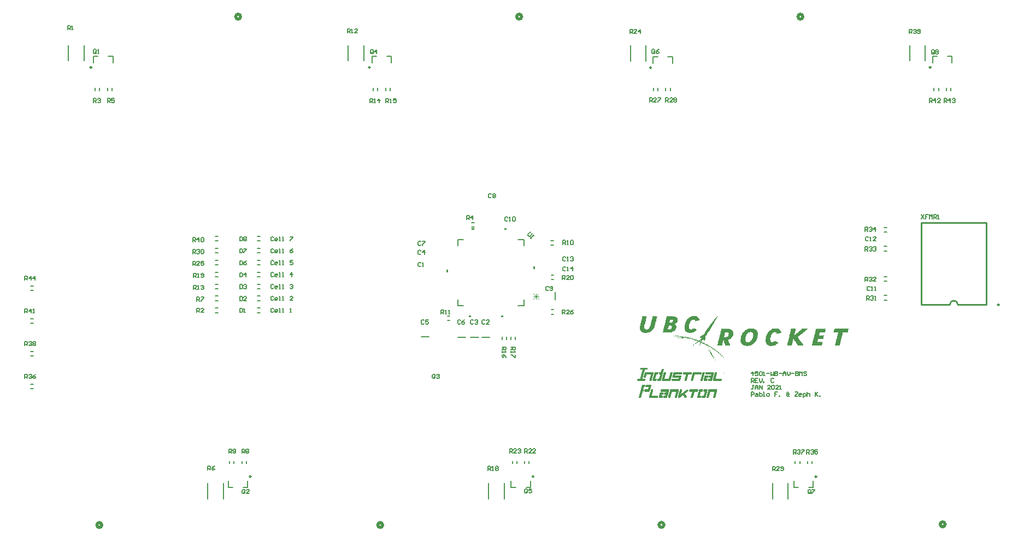
<source format=gto>
G04*
G04 #@! TF.GenerationSoftware,Altium Limited,Altium Designer,20.2.6 (244)*
G04*
G04 Layer_Color=65535*
%FSLAX25Y25*%
%MOIN*%
G70*
G04*
G04 #@! TF.SameCoordinates,A281CC0B-DA72-4783-A236-2048B1716941*
G04*
G04*
G04 #@! TF.FilePolarity,Positive*
G04*
G01*
G75*
%ADD10C,0.02000*%
%ADD11C,0.00984*%
%ADD12C,0.01000*%
%ADD13C,0.00787*%
%ADD14C,0.00600*%
%ADD15C,0.00500*%
%ADD16C,0.00300*%
G36*
X311291Y168027D02*
X311291Y167027D01*
X309791D01*
Y168027D01*
X311291Y168027D01*
D02*
G37*
G36*
X291606Y167027D02*
X290106D01*
Y168027D01*
X291606D01*
Y167027D01*
D02*
G37*
G36*
X328705Y144707D02*
Y143207D01*
X327705Y143207D01*
Y144707D01*
X328705Y144707D01*
D02*
G37*
G36*
X275660Y141239D02*
X274660D01*
Y142739D01*
X275660D01*
Y141239D01*
D02*
G37*
G36*
X426458Y114470D02*
X426582D01*
Y114347D01*
X426706D01*
Y114470D01*
X426829D01*
Y114347D01*
X426953D01*
Y114223D01*
X427077D01*
Y114347D01*
X427201D01*
Y114223D01*
X427324D01*
Y114099D01*
X427695D01*
Y113976D01*
X427819D01*
Y113852D01*
X427943D01*
Y113728D01*
X428066D01*
Y113604D01*
X428438D01*
Y113481D01*
X428314D01*
Y113357D01*
X428438D01*
Y113233D01*
X428561D01*
Y113110D01*
X428685D01*
Y112986D01*
X428809D01*
Y112862D01*
Y112739D01*
Y112615D01*
X428933D01*
Y112491D01*
Y112367D01*
Y112244D01*
X429056D01*
Y112120D01*
Y111996D01*
Y111872D01*
X428933D01*
Y111996D01*
X428809D01*
Y111872D01*
X428685D01*
Y111749D01*
X428561D01*
Y111872D01*
X428438D01*
Y111749D01*
X428066D01*
Y111625D01*
X427943D01*
Y111749D01*
X427819D01*
Y111625D01*
X427695D01*
Y111501D01*
X427077D01*
Y111378D01*
X426706D01*
Y111254D01*
X426335D01*
Y111378D01*
Y111501D01*
Y111625D01*
X426211D01*
Y111749D01*
X426087D01*
Y111872D01*
X426211D01*
Y111996D01*
X425840D01*
Y112120D01*
X425716D01*
Y112244D01*
X425592D01*
Y112367D01*
X425469D01*
Y112244D01*
X425345D01*
Y112367D01*
X425221D01*
Y112244D01*
X425098D01*
Y112367D01*
X424974D01*
Y112244D01*
X424603D01*
Y112120D01*
X424479D01*
Y111996D01*
X424108D01*
Y111872D01*
X424232D01*
Y111749D01*
X423861D01*
Y111625D01*
X423984D01*
Y111501D01*
X423737D01*
Y111378D01*
Y111254D01*
X423613D01*
Y111130D01*
X423489D01*
Y111007D01*
X423366D01*
Y110883D01*
Y110759D01*
Y110635D01*
X423242D01*
Y110512D01*
X423118D01*
Y110388D01*
X423242D01*
Y110264D01*
X423118D01*
Y110141D01*
X422995D01*
Y110017D01*
Y109893D01*
Y109769D01*
X422871D01*
Y109646D01*
X422995D01*
Y109522D01*
X422871D01*
Y109398D01*
X422747D01*
Y109275D01*
X422871D01*
Y109151D01*
X422747D01*
Y109027D01*
X422623D01*
Y108904D01*
X422747D01*
Y108780D01*
X422623D01*
Y108656D01*
X422747D01*
Y108532D01*
X422623D01*
Y108409D01*
X422747D01*
Y108285D01*
X422623D01*
Y108161D01*
X422747D01*
Y108038D01*
X422623D01*
Y107914D01*
X422747D01*
Y107790D01*
X422623D01*
Y107667D01*
X422747D01*
Y107543D01*
X422623D01*
Y107419D01*
X422747D01*
Y107295D01*
X422623D01*
Y107172D01*
X422747D01*
Y107048D01*
X422623D01*
Y106924D01*
X422747D01*
Y106800D01*
X422871D01*
Y106677D01*
X422995D01*
Y106553D01*
X423118D01*
Y106429D01*
X423489D01*
Y106306D01*
X423613D01*
Y106182D01*
X423737D01*
Y106306D01*
X423613D01*
Y106429D01*
X423737D01*
Y106306D01*
X423861D01*
Y106182D01*
X423984D01*
Y106306D01*
X424108D01*
Y106429D01*
X424479D01*
Y106553D01*
X424603D01*
Y106429D01*
X424726D01*
Y106553D01*
X424603D01*
Y106677D01*
X424974D01*
Y106800D01*
X424850D01*
Y106924D01*
X425221D01*
Y107048D01*
X425098D01*
Y107172D01*
X425221D01*
Y107048D01*
X425345D01*
Y106924D01*
X425469D01*
Y107048D01*
X425345D01*
Y107172D01*
X425469D01*
Y107048D01*
X425592D01*
Y106924D01*
X425716D01*
Y106800D01*
X425840D01*
Y106677D01*
X425963D01*
Y106800D01*
X425840D01*
Y106924D01*
X425963D01*
Y106800D01*
X426087D01*
Y106677D01*
X426211D01*
Y106553D01*
X426335D01*
Y106677D01*
X426458D01*
Y106553D01*
X426582D01*
Y106429D01*
X426953D01*
Y106306D01*
X427077D01*
Y106182D01*
X427201D01*
Y106306D01*
X427324D01*
Y106182D01*
X427448D01*
Y106058D01*
X427324D01*
Y105935D01*
X427201D01*
Y105811D01*
X427077D01*
Y105687D01*
X426953D01*
Y105563D01*
X426829D01*
Y105440D01*
X426706D01*
Y105316D01*
X426335D01*
Y105192D01*
X426458D01*
Y105069D01*
X426087D01*
Y104945D01*
X425963D01*
Y104821D01*
X425840D01*
Y104698D01*
X425716D01*
Y104821D01*
X425592D01*
Y104698D01*
X425716D01*
Y104574D01*
X425592D01*
Y104698D01*
X425469D01*
Y104574D01*
X425098D01*
Y104450D01*
X425221D01*
Y104326D01*
X425098D01*
Y104450D01*
X424974D01*
Y104326D01*
X424355D01*
Y104203D01*
X424479D01*
Y104079D01*
X424355D01*
Y104203D01*
X423984D01*
Y104079D01*
X423861D01*
Y104203D01*
X423737D01*
Y104079D01*
X423366D01*
Y104203D01*
X423242D01*
Y104079D01*
X422871D01*
Y104203D01*
X422747D01*
Y104079D01*
X422623D01*
Y104203D01*
X422500D01*
Y104079D01*
X422376D01*
Y104203D01*
X422252D01*
Y104326D01*
X421634D01*
Y104450D01*
X421510D01*
Y104574D01*
X421139D01*
Y104698D01*
X421015D01*
Y104821D01*
X420892D01*
Y104945D01*
X420768D01*
Y105069D01*
X420644D01*
Y105192D01*
X420520D01*
Y105316D01*
X420397D01*
Y105440D01*
Y105563D01*
Y105687D01*
X420273D01*
Y105811D01*
X420149D01*
Y105935D01*
Y106058D01*
Y106182D01*
X420026D01*
Y106306D01*
Y106429D01*
Y106553D01*
X419902D01*
Y106677D01*
X420026D01*
Y106800D01*
X419902D01*
Y106924D01*
Y107048D01*
Y107172D01*
Y107295D01*
Y107419D01*
Y107543D01*
Y107667D01*
Y107790D01*
Y107914D01*
Y108038D01*
Y108161D01*
X420026D01*
Y108285D01*
X419902D01*
Y108409D01*
X420026D01*
Y108532D01*
X419902D01*
Y108656D01*
X420026D01*
Y108780D01*
X419902D01*
Y108904D01*
X420026D01*
Y109027D01*
X419902D01*
Y109151D01*
X420149D01*
Y109275D01*
Y109398D01*
X420273D01*
Y109522D01*
X420149D01*
Y109646D01*
X420273D01*
Y109769D01*
X420149D01*
Y109893D01*
X420273D01*
Y110017D01*
X420397D01*
Y110141D01*
X420520D01*
Y110264D01*
X420397D01*
Y110388D01*
X420520D01*
Y110512D01*
X420397D01*
Y110635D01*
X420520D01*
Y110759D01*
X420644D01*
Y110883D01*
X420768D01*
Y111007D01*
X420644D01*
Y111130D01*
X420768D01*
Y111254D01*
X420892D01*
Y111378D01*
X421015D01*
Y111501D01*
X420892D01*
Y111625D01*
X421015D01*
Y111749D01*
X421139D01*
Y111872D01*
X421263D01*
Y111996D01*
Y112120D01*
X421510D01*
Y112244D01*
X421386D01*
Y112367D01*
X421510D01*
Y112491D01*
X421634D01*
Y112615D01*
X421758D01*
Y112739D01*
X421881D01*
Y112862D01*
X422005D01*
Y112986D01*
X422129D01*
Y113110D01*
X422252D01*
Y113233D01*
X422376D01*
Y113110D01*
X422500D01*
Y113233D01*
X422376D01*
Y113357D01*
X422500D01*
Y113481D01*
X422623D01*
Y113357D01*
X422747D01*
Y113481D01*
X422623D01*
Y113604D01*
X422995D01*
Y113728D01*
X423118D01*
Y113852D01*
X423489D01*
Y113976D01*
X423613D01*
Y114099D01*
X423984D01*
Y114223D01*
X424108D01*
Y114099D01*
X424232D01*
Y114223D01*
X424108D01*
Y114347D01*
X424232D01*
Y114223D01*
X424355D01*
Y114347D01*
X424726D01*
Y114470D01*
X424850D01*
Y114347D01*
X424974D01*
Y114470D01*
X425098D01*
Y114347D01*
X425221D01*
Y114470D01*
X425345D01*
Y114594D01*
X425469D01*
Y114470D01*
X425592D01*
Y114347D01*
X425716D01*
Y114470D01*
X425592D01*
Y114594D01*
X425716D01*
Y114470D01*
X425840D01*
Y114594D01*
X425963D01*
Y114470D01*
X426087D01*
Y114347D01*
X426211D01*
Y114470D01*
X426087D01*
Y114594D01*
X426211D01*
Y114470D01*
X426335D01*
Y114347D01*
X426458D01*
Y114470D01*
X426335D01*
Y114594D01*
X426458D01*
Y114470D01*
D02*
G37*
G36*
X402954Y114223D02*
X403078D01*
Y114099D01*
X403201D01*
Y113976D01*
X403078D01*
Y113852D01*
X402954D01*
Y113728D01*
Y113604D01*
Y113481D01*
X402830D01*
Y113357D01*
X402954D01*
Y113233D01*
X402830D01*
Y113110D01*
X402954D01*
Y112986D01*
X402830D01*
Y112862D01*
X402707D01*
Y112739D01*
X402583D01*
Y112615D01*
X402707D01*
Y112491D01*
X402583D01*
Y112367D01*
X402707D01*
Y112244D01*
X402583D01*
Y112120D01*
X402707D01*
Y111996D01*
X402583D01*
Y111872D01*
X402459D01*
Y111749D01*
X402583D01*
Y111625D01*
X402459D01*
Y111501D01*
X402336D01*
Y111378D01*
X402459D01*
Y111254D01*
X402336D01*
Y111130D01*
X402459D01*
Y111007D01*
X402336D01*
Y110883D01*
X402212D01*
Y110759D01*
X402336D01*
Y110635D01*
X402212D01*
Y110759D01*
X402088D01*
Y110635D01*
X402212D01*
Y110512D01*
X402088D01*
Y110388D01*
X402212D01*
Y110264D01*
X402088D01*
Y110141D01*
X402212D01*
Y110017D01*
X402088D01*
Y109893D01*
Y109769D01*
Y109646D01*
X401965D01*
Y109522D01*
X401841D01*
Y109398D01*
X401965D01*
Y109275D01*
X401841D01*
Y109151D01*
X401965D01*
Y109027D01*
X401841D01*
Y108904D01*
X401717D01*
Y108780D01*
Y108656D01*
Y108532D01*
Y108409D01*
Y108285D01*
X401593D01*
Y108161D01*
Y108038D01*
Y107914D01*
X401470D01*
Y107790D01*
X401346D01*
Y107667D01*
X401470D01*
Y107543D01*
X401346D01*
Y107419D01*
X401222D01*
Y107295D01*
X401098D01*
Y107172D01*
X401222D01*
Y107048D01*
X401098D01*
Y106924D01*
X400975D01*
Y106800D01*
X400851D01*
Y106677D01*
X400975D01*
Y106553D01*
X400727D01*
Y106429D01*
Y106306D01*
X400604D01*
Y106182D01*
X400480D01*
Y106058D01*
X400356D01*
Y105935D01*
X400233D01*
Y105811D01*
X400109D01*
Y105687D01*
X399985D01*
Y105563D01*
X399862D01*
Y105440D01*
X399738D01*
Y105316D01*
X399614D01*
Y105192D01*
X399490D01*
Y105069D01*
X399119D01*
Y104945D01*
X398995D01*
Y104821D01*
X398872D01*
Y104698D01*
X398748D01*
Y104821D01*
X398624D01*
Y104698D01*
X398748D01*
Y104574D01*
X398624D01*
Y104698D01*
X398501D01*
Y104574D01*
X398377D01*
Y104450D01*
X398253D01*
Y104574D01*
X398130D01*
Y104450D01*
X398006D01*
Y104326D01*
X397882D01*
Y104450D01*
X397758D01*
Y104326D01*
X397387D01*
Y104203D01*
X397264D01*
Y104326D01*
X397140D01*
Y104203D01*
X397264D01*
Y104079D01*
X397140D01*
Y104203D01*
X397016D01*
Y104079D01*
X396892D01*
Y104203D01*
X396769D01*
Y104079D01*
X396645D01*
Y104203D01*
X396521D01*
Y104079D01*
X396150D01*
Y104203D01*
X396026D01*
Y104079D01*
X395655D01*
Y104203D01*
X395532D01*
Y104079D01*
X395408D01*
Y104203D01*
X395284D01*
Y104326D01*
X395161D01*
Y104203D01*
X395284D01*
Y104079D01*
X395161D01*
Y104203D01*
X395037D01*
Y104326D01*
X394418D01*
Y104450D01*
X394295D01*
Y104574D01*
X393923D01*
Y104698D01*
X393800D01*
Y104821D01*
X393676D01*
Y104945D01*
X393552D01*
Y105069D01*
X393429D01*
Y105192D01*
X393305D01*
Y105316D01*
X393181D01*
Y105440D01*
X393058D01*
Y105563D01*
X392934D01*
Y105687D01*
X393058D01*
Y105811D01*
X392934D01*
Y105935D01*
X392810D01*
Y106058D01*
X392687D01*
Y106182D01*
X392810D01*
Y106306D01*
X392687D01*
Y106429D01*
X392810D01*
Y106553D01*
X392687D01*
Y106677D01*
X392810D01*
Y106800D01*
X392687D01*
Y106924D01*
X392563D01*
Y107048D01*
X392687D01*
Y107172D01*
X392563D01*
Y107295D01*
X392687D01*
Y107419D01*
X392563D01*
Y107543D01*
X392687D01*
Y107667D01*
X392563D01*
Y107790D01*
X392687D01*
Y107914D01*
X392563D01*
Y108038D01*
X392687D01*
Y108161D01*
X392810D01*
Y108285D01*
X392687D01*
Y108409D01*
X392810D01*
Y108532D01*
X392687D01*
Y108656D01*
X392810D01*
Y108780D01*
X392687D01*
Y108904D01*
X392810D01*
Y109027D01*
X392687D01*
Y109151D01*
X392810D01*
Y109275D01*
X392934D01*
Y109398D01*
X393058D01*
Y109522D01*
X392934D01*
Y109646D01*
X393058D01*
Y109769D01*
X392934D01*
Y109893D01*
X393058D01*
Y110017D01*
Y110141D01*
Y110264D01*
X393181D01*
Y110141D01*
X393305D01*
Y110264D01*
X393181D01*
Y110388D01*
Y110512D01*
Y110635D01*
X393305D01*
Y110759D01*
X393181D01*
Y110883D01*
X393305D01*
Y111007D01*
X393181D01*
Y111130D01*
X393305D01*
Y111254D01*
X393429D01*
Y111378D01*
Y111501D01*
Y111625D01*
X393552D01*
Y111749D01*
X393429D01*
Y111872D01*
X393552D01*
Y111996D01*
Y112120D01*
Y112244D01*
X393676D01*
Y112367D01*
Y112491D01*
Y112615D01*
X393800D01*
Y112739D01*
X393676D01*
Y112862D01*
X393800D01*
Y112986D01*
Y113110D01*
Y113233D01*
X393923D01*
Y113357D01*
Y113481D01*
Y113604D01*
X394047D01*
Y113728D01*
X393923D01*
Y113852D01*
X394047D01*
Y113976D01*
Y114099D01*
Y114223D01*
X394171D01*
Y114099D01*
X394295D01*
Y114223D01*
X394171D01*
Y114347D01*
X394295D01*
Y114223D01*
X394418D01*
Y114099D01*
X394542D01*
Y114223D01*
X394418D01*
Y114347D01*
X394542D01*
Y114223D01*
X394666D01*
Y114099D01*
X394790D01*
Y114223D01*
X394666D01*
Y114347D01*
X394790D01*
Y114223D01*
X394913D01*
Y114347D01*
X395037D01*
Y114223D01*
X395161D01*
Y114099D01*
X395284D01*
Y114223D01*
X395161D01*
Y114347D01*
X395284D01*
Y114223D01*
X395408D01*
Y114099D01*
X395532D01*
Y114223D01*
X395408D01*
Y114347D01*
X395532D01*
Y114223D01*
X395655D01*
Y114099D01*
X395779D01*
Y114223D01*
X395655D01*
Y114347D01*
X395779D01*
Y114223D01*
X395903D01*
Y114347D01*
X396026D01*
Y114223D01*
X396150D01*
Y114099D01*
X396274D01*
Y114223D01*
X396150D01*
Y114347D01*
X396274D01*
Y114223D01*
X396398D01*
Y114099D01*
X396521D01*
Y114223D01*
X396398D01*
Y114347D01*
X396521D01*
Y114223D01*
X396645D01*
Y114099D01*
X396769D01*
Y113976D01*
X396645D01*
Y113852D01*
X396769D01*
Y113728D01*
X396645D01*
Y113604D01*
X396769D01*
Y113481D01*
X396645D01*
Y113357D01*
X396521D01*
Y113233D01*
X396645D01*
Y113110D01*
X396521D01*
Y112986D01*
X396398D01*
Y112862D01*
X396521D01*
Y112739D01*
X396398D01*
Y112615D01*
X396521D01*
Y112491D01*
X396398D01*
Y112367D01*
X396274D01*
Y112244D01*
X396150D01*
Y112120D01*
X396274D01*
Y111996D01*
X396150D01*
Y111872D01*
X396274D01*
Y111749D01*
X396150D01*
Y111625D01*
X396274D01*
Y111501D01*
X396150D01*
Y111378D01*
Y111254D01*
Y111130D01*
X396026D01*
Y111007D01*
X395903D01*
Y110883D01*
X396026D01*
Y110759D01*
X395903D01*
Y110635D01*
X396026D01*
Y110512D01*
X395903D01*
Y110388D01*
X395779D01*
Y110264D01*
Y110141D01*
Y110017D01*
Y109893D01*
Y109769D01*
X395655D01*
Y109646D01*
X395779D01*
Y109522D01*
X395655D01*
Y109398D01*
Y109275D01*
Y109151D01*
X395532D01*
Y109027D01*
X395408D01*
Y108904D01*
X395532D01*
Y108780D01*
X395408D01*
Y108656D01*
X395532D01*
Y108532D01*
X395408D01*
Y108409D01*
Y108285D01*
Y108161D01*
Y108038D01*
Y107914D01*
X395284D01*
Y107790D01*
Y107667D01*
Y107543D01*
X395408D01*
Y107419D01*
X395284D01*
Y107295D01*
X395408D01*
Y107172D01*
Y107048D01*
Y106924D01*
X395532D01*
Y106800D01*
X395408D01*
Y106677D01*
X395532D01*
Y106553D01*
X395655D01*
Y106429D01*
X395779D01*
Y106553D01*
X395655D01*
Y106677D01*
X395779D01*
Y106553D01*
X395903D01*
Y106429D01*
X396026D01*
Y106306D01*
X396150D01*
Y106182D01*
X396274D01*
Y106306D01*
X396150D01*
Y106429D01*
X396274D01*
Y106306D01*
X396398D01*
Y106182D01*
X396521D01*
Y106306D01*
X396398D01*
Y106429D01*
X396521D01*
Y106306D01*
X396645D01*
Y106182D01*
X396769D01*
Y106306D01*
X396892D01*
Y106429D01*
X397016D01*
Y106306D01*
X397140D01*
Y106182D01*
X397264D01*
Y106306D01*
X397140D01*
Y106429D01*
X397264D01*
Y106306D01*
X397387D01*
Y106429D01*
X397758D01*
Y106553D01*
X397635D01*
Y106677D01*
X397758D01*
Y106553D01*
X397882D01*
Y106677D01*
X398006D01*
Y106800D01*
X398130D01*
Y106924D01*
X398253D01*
Y107048D01*
X398130D01*
Y107172D01*
X398253D01*
Y107048D01*
X398377D01*
Y107172D01*
X398501D01*
Y107295D01*
X398377D01*
Y107419D01*
X398501D01*
Y107543D01*
X398624D01*
Y107667D01*
X398748D01*
Y107790D01*
X398624D01*
Y107914D01*
X398748D01*
Y108038D01*
X398872D01*
Y108161D01*
X398995D01*
Y108285D01*
X398872D01*
Y108409D01*
X398995D01*
Y108532D01*
Y108656D01*
Y108780D01*
X399119D01*
Y108656D01*
X399243D01*
Y108780D01*
X399119D01*
Y108904D01*
Y109027D01*
Y109151D01*
X399243D01*
Y109275D01*
X399119D01*
Y109398D01*
X399243D01*
Y109522D01*
X399119D01*
Y109646D01*
X399243D01*
Y109769D01*
X399367D01*
Y109893D01*
Y110017D01*
Y110141D01*
X399490D01*
Y110264D01*
X399367D01*
Y110388D01*
X399490D01*
Y110512D01*
Y110635D01*
Y110759D01*
X399614D01*
Y110883D01*
Y111007D01*
Y111130D01*
X399738D01*
Y111254D01*
X399614D01*
Y111378D01*
X399738D01*
Y111501D01*
X399614D01*
Y111625D01*
X399738D01*
Y111749D01*
X399862D01*
Y111872D01*
Y111996D01*
Y112120D01*
X399985D01*
Y112244D01*
X399862D01*
Y112367D01*
X399985D01*
Y112491D01*
Y112615D01*
Y112739D01*
X400109D01*
Y112862D01*
Y112986D01*
Y113110D01*
X400233D01*
Y113233D01*
X400109D01*
Y113357D01*
X400233D01*
Y113481D01*
X400109D01*
Y113604D01*
X400233D01*
Y113728D01*
X400356D01*
Y113852D01*
X400233D01*
Y113976D01*
X400356D01*
Y114099D01*
X400480D01*
Y114223D01*
X400356D01*
Y114347D01*
X400480D01*
Y114223D01*
X400604D01*
Y114099D01*
X400727D01*
Y114223D01*
X400604D01*
Y114347D01*
X400727D01*
Y114223D01*
X400851D01*
Y114347D01*
X400975D01*
Y114223D01*
X401098D01*
Y114099D01*
X401222D01*
Y114223D01*
X401098D01*
Y114347D01*
X401222D01*
Y114223D01*
X401346D01*
Y114099D01*
X401470D01*
Y114223D01*
X401346D01*
Y114347D01*
X401470D01*
Y114223D01*
X401593D01*
Y114099D01*
X401717D01*
Y114223D01*
X401593D01*
Y114347D01*
X401717D01*
Y114223D01*
X401841D01*
Y114347D01*
X401965D01*
Y114223D01*
X402088D01*
Y114099D01*
X402212D01*
Y114223D01*
X402088D01*
Y114347D01*
X402212D01*
Y114223D01*
X402336D01*
Y114099D01*
X402459D01*
Y114223D01*
X402336D01*
Y114347D01*
X402459D01*
Y114223D01*
X402583D01*
Y114099D01*
X402707D01*
Y114223D01*
X402583D01*
Y114347D01*
X402707D01*
Y114223D01*
X402830D01*
Y114347D01*
X402954D01*
Y114223D01*
D02*
G37*
G36*
X439942Y114347D02*
X440066D01*
Y114223D01*
X439942D01*
Y114099D01*
X439819D01*
Y114223D01*
X439695D01*
Y114347D01*
X439819D01*
Y114470D01*
X439942D01*
Y114347D01*
D02*
G37*
G36*
X413345Y114223D02*
X413469D01*
Y114099D01*
X413593D01*
Y114223D01*
X413717D01*
Y114099D01*
X414335D01*
Y113976D01*
X414459D01*
Y113852D01*
X414830D01*
Y113728D01*
X414954D01*
Y113604D01*
X415077D01*
Y113481D01*
X415201D01*
Y113357D01*
X415325D01*
Y113233D01*
Y113110D01*
X415572D01*
Y112986D01*
X415448D01*
Y112862D01*
X415572D01*
Y112739D01*
X415448D01*
Y112615D01*
X415696D01*
Y112491D01*
Y112367D01*
Y112244D01*
Y112120D01*
Y111996D01*
Y111872D01*
Y111749D01*
Y111625D01*
Y111501D01*
Y111378D01*
X415572D01*
Y111254D01*
X415448D01*
Y111130D01*
X415572D01*
Y111007D01*
X415448D01*
Y110883D01*
X415325D01*
Y110759D01*
X415201D01*
Y110635D01*
X415325D01*
Y110512D01*
X415201D01*
Y110388D01*
X415077D01*
Y110264D01*
X414954D01*
Y110141D01*
X414830D01*
Y110017D01*
X414459D01*
Y109893D01*
X414335D01*
Y109769D01*
X413964D01*
Y109646D01*
X413840D01*
Y109522D01*
X413717D01*
Y109398D01*
X414088D01*
Y109275D01*
X414211D01*
Y109151D01*
X414335D01*
Y109027D01*
X414459D01*
Y108904D01*
X414582D01*
Y108780D01*
X414706D01*
Y108656D01*
X414830D01*
Y108532D01*
X414706D01*
Y108409D01*
X414830D01*
Y108285D01*
X414954D01*
Y108161D01*
X415077D01*
Y108038D01*
X414954D01*
Y108161D01*
X414830D01*
Y108038D01*
X414954D01*
Y107914D01*
X414830D01*
Y107790D01*
X414954D01*
Y107667D01*
X414830D01*
Y107543D01*
X414706D01*
Y107419D01*
X414830D01*
Y107295D01*
X414706D01*
Y107172D01*
X414830D01*
Y107048D01*
X414706D01*
Y106924D01*
X414582D01*
Y106800D01*
X414459D01*
Y106677D01*
X414582D01*
Y106553D01*
X414459D01*
Y106429D01*
X414335D01*
Y106306D01*
X414211D01*
Y106182D01*
X414335D01*
Y106058D01*
X414211D01*
Y105935D01*
X414088D01*
Y105811D01*
X413964D01*
Y105687D01*
X413840D01*
Y105563D01*
X413717D01*
Y105440D01*
X413593D01*
Y105316D01*
X413222D01*
Y105192D01*
X413098D01*
Y105069D01*
X412974D01*
Y104945D01*
X412851D01*
Y105069D01*
X412727D01*
Y104945D01*
X412851D01*
Y104821D01*
X412727D01*
Y104945D01*
X412603D01*
Y104821D01*
X412479D01*
Y104698D01*
X412356D01*
Y104821D01*
X412232D01*
Y104698D01*
X412356D01*
Y104574D01*
X412232D01*
Y104698D01*
X412108D01*
Y104574D01*
X411737D01*
Y104450D01*
X411614D01*
Y104574D01*
X411490D01*
Y104450D01*
X411366D01*
Y104574D01*
X411242D01*
Y104450D01*
X411366D01*
Y104326D01*
X411242D01*
Y104450D01*
X411119D01*
Y104326D01*
X410995D01*
Y104450D01*
X410871D01*
Y104326D01*
X410748D01*
Y104450D01*
X410624D01*
Y104326D01*
X410500D01*
Y104450D01*
X410377D01*
Y104326D01*
X410253D01*
Y104450D01*
X410129D01*
Y104326D01*
X409758D01*
Y104450D01*
X409634D01*
Y104326D01*
X409263D01*
Y104450D01*
X409139D01*
Y104326D01*
X408768D01*
Y104450D01*
X408645D01*
Y104326D01*
X408521D01*
Y104450D01*
X408397D01*
Y104326D01*
X408274D01*
Y104450D01*
X408150D01*
Y104326D01*
X407779D01*
Y104450D01*
X407655D01*
Y104326D01*
X407284D01*
Y104450D01*
X407160D01*
Y104326D01*
X406789D01*
Y104450D01*
X406665D01*
Y104574D01*
X406542D01*
Y104698D01*
X406665D01*
Y104821D01*
X406789D01*
Y104945D01*
X406665D01*
Y105069D01*
X406789D01*
Y105192D01*
X406913D01*
Y105316D01*
X406789D01*
Y105440D01*
X406913D01*
Y105563D01*
X406789D01*
Y105687D01*
X406913D01*
Y105811D01*
Y105935D01*
Y106058D01*
X407036D01*
Y106182D01*
X407160D01*
Y106306D01*
X407036D01*
Y106429D01*
X407160D01*
Y106553D01*
X407036D01*
Y106677D01*
X407160D01*
Y106800D01*
Y106924D01*
Y107048D01*
X407284D01*
Y107172D01*
Y107295D01*
Y107419D01*
X407408D01*
Y107543D01*
X407284D01*
Y107667D01*
X407408D01*
Y107790D01*
Y107914D01*
Y108038D01*
X407531D01*
Y108161D01*
Y108285D01*
Y108409D01*
X407655D01*
Y108532D01*
X407531D01*
Y108656D01*
X407655D01*
Y108780D01*
Y108904D01*
Y109027D01*
X407779D01*
Y109151D01*
Y109275D01*
Y109398D01*
X407902D01*
Y109522D01*
X407779D01*
Y109646D01*
X407902D01*
Y109769D01*
Y109893D01*
Y110017D01*
X408026D01*
Y110141D01*
X408150D01*
Y110264D01*
X408026D01*
Y110388D01*
X408150D01*
Y110512D01*
X408026D01*
Y110635D01*
X408150D01*
Y110759D01*
Y110883D01*
Y111007D01*
X408026D01*
Y111130D01*
X408150D01*
Y111007D01*
X408274D01*
Y111130D01*
Y111254D01*
Y111378D01*
X408397D01*
Y111501D01*
X408274D01*
Y111625D01*
X408397D01*
Y111749D01*
X408274D01*
Y111872D01*
X408397D01*
Y111996D01*
X408521D01*
Y112120D01*
X408397D01*
Y112244D01*
X408521D01*
Y112367D01*
X408645D01*
Y112491D01*
X408521D01*
Y112615D01*
X408645D01*
Y112739D01*
X408521D01*
Y112862D01*
X408645D01*
Y112986D01*
X408521D01*
Y113110D01*
X408645D01*
Y113233D01*
X408768D01*
Y113357D01*
X408892D01*
Y113481D01*
X408768D01*
Y113604D01*
X408892D01*
Y113728D01*
X408768D01*
Y113852D01*
X408892D01*
Y113976D01*
Y114099D01*
Y114223D01*
X409016D01*
Y114099D01*
X409139D01*
Y114223D01*
X409016D01*
Y114347D01*
X409139D01*
Y114223D01*
X409263D01*
Y114099D01*
X409387D01*
Y114223D01*
X409263D01*
Y114347D01*
X409387D01*
Y114223D01*
X409511D01*
Y114099D01*
X409634D01*
Y114223D01*
X409511D01*
Y114347D01*
X409634D01*
Y114223D01*
X409758D01*
Y114347D01*
X409882D01*
Y114223D01*
X410005D01*
Y114099D01*
X410129D01*
Y114223D01*
X410005D01*
Y114347D01*
X410129D01*
Y114223D01*
X410253D01*
Y114099D01*
X410377D01*
Y114223D01*
X410253D01*
Y114347D01*
X410377D01*
Y114223D01*
X410500D01*
Y114099D01*
X410624D01*
Y114223D01*
X410500D01*
Y114347D01*
X410624D01*
Y114223D01*
X410748D01*
Y114347D01*
X410871D01*
Y114223D01*
X410995D01*
Y114099D01*
X411119D01*
Y114223D01*
X410995D01*
Y114347D01*
X411119D01*
Y114223D01*
X411242D01*
Y114099D01*
X411366D01*
Y114223D01*
X411242D01*
Y114347D01*
X411366D01*
Y114223D01*
X411490D01*
Y114099D01*
X411614D01*
Y114223D01*
X411490D01*
Y114347D01*
X411614D01*
Y114223D01*
X411737D01*
Y114347D01*
X411861D01*
Y114223D01*
X411985D01*
Y114099D01*
X412108D01*
Y114223D01*
X411985D01*
Y114347D01*
X412108D01*
Y114223D01*
X412232D01*
Y114099D01*
X412356D01*
Y114223D01*
X412232D01*
Y114347D01*
X412356D01*
Y114223D01*
X412479D01*
Y114099D01*
X412603D01*
Y114223D01*
X412479D01*
Y114347D01*
X412603D01*
Y114223D01*
X412727D01*
Y114347D01*
X412851D01*
Y114223D01*
X412974D01*
Y114099D01*
X413098D01*
Y114223D01*
X412974D01*
Y114347D01*
X413098D01*
Y114223D01*
X413222D01*
Y114099D01*
X413345D01*
Y114223D01*
X413222D01*
Y114347D01*
X413345D01*
Y114223D01*
D02*
G37*
G36*
X309322Y113983D02*
X307822D01*
Y114983D01*
X309322D01*
X309322Y113983D01*
D02*
G37*
G36*
X289637Y113983D02*
X288137D01*
Y114983D01*
X289637D01*
Y113983D01*
D02*
G37*
G36*
X439695Y114099D02*
X439819D01*
Y113976D01*
X439695D01*
Y113852D01*
X439819D01*
Y113728D01*
X439695D01*
Y113604D01*
X439571D01*
Y113481D01*
X439447D01*
Y113357D01*
X439571D01*
Y113233D01*
X439447D01*
Y113110D01*
X439324D01*
Y112986D01*
X439200D01*
Y112862D01*
Y112739D01*
Y112615D01*
X439076D01*
Y112491D01*
X438953D01*
Y112367D01*
X439076D01*
Y112244D01*
X438705D01*
Y112120D01*
X438829D01*
Y111996D01*
X438705D01*
Y111872D01*
X438582D01*
Y111749D01*
Y111625D01*
Y111501D01*
X438458D01*
Y111378D01*
X438334D01*
Y111254D01*
X438210D01*
Y111130D01*
X438334D01*
Y111007D01*
X438210D01*
Y110883D01*
X438087D01*
Y110759D01*
X437963D01*
Y110635D01*
X438087D01*
Y110512D01*
X437963D01*
Y110388D01*
X437839D01*
Y110264D01*
X437716D01*
Y110141D01*
X437839D01*
Y110017D01*
X437592D01*
Y109893D01*
Y109769D01*
X437468D01*
Y109646D01*
Y109522D01*
X437345D01*
Y109398D01*
Y109275D01*
X437221D01*
Y109151D01*
X437097D01*
Y109027D01*
X436973D01*
Y108904D01*
X437097D01*
Y108780D01*
X436973D01*
Y108656D01*
X436850D01*
Y108532D01*
X436726D01*
Y108409D01*
Y108285D01*
X436602D01*
Y108161D01*
Y108038D01*
X436479D01*
Y107914D01*
X436355D01*
Y107790D01*
X436231D01*
Y107667D01*
X436355D01*
Y107543D01*
X436231D01*
Y107419D01*
X436107D01*
Y107295D01*
X435984D01*
Y107172D01*
Y107048D01*
X435860D01*
Y106924D01*
Y106800D01*
X435736D01*
Y106677D01*
X435613D01*
Y106553D01*
X435489D01*
Y106429D01*
X435613D01*
Y106306D01*
X435365D01*
Y106182D01*
Y106058D01*
X435242D01*
Y105935D01*
X435118D01*
Y105811D01*
X434994D01*
Y105687D01*
X435118D01*
Y105563D01*
X434994D01*
Y105440D01*
X434870D01*
Y105316D01*
X434747D01*
Y105192D01*
X434870D01*
Y105069D01*
X434747D01*
Y105192D01*
X434623D01*
Y105069D01*
X434499D01*
Y104945D01*
X434623D01*
Y104821D01*
X434499D01*
Y104698D01*
X434375D01*
Y104821D01*
X434252D01*
Y104698D01*
X434375D01*
Y104574D01*
X434252D01*
Y104450D01*
X434128D01*
Y104326D01*
X434004D01*
Y104203D01*
X434128D01*
Y104079D01*
X434004D01*
Y103955D01*
X433881D01*
Y103832D01*
X433757D01*
Y103708D01*
Y103584D01*
X433510D01*
Y103461D01*
X433633D01*
Y103337D01*
X433510D01*
Y103213D01*
X433386D01*
Y103089D01*
X433262D01*
Y102966D01*
X433139D01*
Y102842D01*
X433015D01*
Y102718D01*
X433139D01*
Y102595D01*
X433015D01*
Y102471D01*
X432891D01*
Y102347D01*
X432767D01*
Y102223D01*
X432891D01*
Y102100D01*
X432767D01*
Y102223D01*
X432644D01*
Y102100D01*
X432520D01*
Y101976D01*
X432644D01*
Y101852D01*
X432520D01*
Y101729D01*
X432644D01*
Y101605D01*
X432520D01*
Y101481D01*
X432644D01*
Y101357D01*
X432520D01*
Y101234D01*
X432644D01*
Y101110D01*
X432520D01*
Y100986D01*
X432644D01*
Y100863D01*
X432520D01*
Y100739D01*
X432644D01*
Y100615D01*
X432520D01*
Y100491D01*
X432644D01*
Y100368D01*
X432520D01*
Y100491D01*
X432396D01*
Y100368D01*
X432520D01*
Y100244D01*
X432396D01*
Y100120D01*
X432272D01*
Y99997D01*
X432396D01*
Y99873D01*
X432272D01*
Y99749D01*
X432149D01*
Y99626D01*
X432025D01*
Y99502D01*
X432149D01*
Y99378D01*
X432025D01*
Y99254D01*
X431901D01*
Y99378D01*
X431778D01*
Y99502D01*
X431654D01*
Y99626D01*
X431530D01*
Y99749D01*
X431654D01*
Y99873D01*
X431530D01*
Y99997D01*
X431407D01*
Y100120D01*
X431036D01*
Y99997D01*
X431159D01*
Y99873D01*
X430788D01*
Y99749D01*
X430664D01*
Y99626D01*
X430541D01*
Y99502D01*
X430664D01*
Y99378D01*
X430541D01*
Y99254D01*
X430417D01*
Y99131D01*
X430293D01*
Y99007D01*
X430417D01*
Y98883D01*
X430293D01*
Y98760D01*
X430417D01*
Y98636D01*
X430541D01*
Y98512D01*
X430912D01*
Y98388D01*
X431036D01*
Y98265D01*
X431407D01*
Y98141D01*
X431530D01*
Y98017D01*
X431901D01*
Y97894D01*
X432025D01*
Y97770D01*
X432396D01*
Y97646D01*
X432520D01*
Y97523D01*
X432891D01*
Y97399D01*
X433015D01*
Y97275D01*
X433510D01*
Y97151D01*
Y97028D01*
X433881D01*
Y96904D01*
X434004D01*
Y96780D01*
X434128D01*
Y96657D01*
X434252D01*
Y96780D01*
X434375D01*
Y96657D01*
X434499D01*
Y96533D01*
X434623D01*
Y96409D01*
X434747D01*
Y96285D01*
X435118D01*
Y96162D01*
X435242D01*
Y96038D01*
X435613D01*
Y95914D01*
X435736D01*
Y95791D01*
X435860D01*
Y95667D01*
X435984D01*
Y95543D01*
X436355D01*
Y95420D01*
X436479D01*
Y95296D01*
X436602D01*
Y95172D01*
X436726D01*
Y95048D01*
X436850D01*
Y95172D01*
X436726D01*
Y95296D01*
X436850D01*
Y95172D01*
X436973D01*
Y95048D01*
X437097D01*
Y94925D01*
X437221D01*
Y94801D01*
X437592D01*
Y94677D01*
X437716D01*
Y94554D01*
X437839D01*
Y94430D01*
X437963D01*
Y94306D01*
X438087D01*
Y94182D01*
X438210D01*
Y94059D01*
X438582D01*
Y93935D01*
X438705D01*
Y93811D01*
X438829D01*
Y93688D01*
X438953D01*
Y93564D01*
X439076D01*
Y93440D01*
X439200D01*
Y93317D01*
X439571D01*
Y93193D01*
X439695D01*
Y93069D01*
X439819D01*
Y92945D01*
X439942D01*
Y92822D01*
X440066D01*
Y92698D01*
X440190D01*
Y92574D01*
X440313D01*
Y92451D01*
X440437D01*
Y92327D01*
X440808D01*
Y92203D01*
X440932D01*
Y92080D01*
X441056D01*
Y91956D01*
X441179D01*
Y91832D01*
X441303D01*
Y91708D01*
X441427D01*
Y91585D01*
X441550D01*
Y91461D01*
X441674D01*
Y91337D01*
X441798D01*
Y91214D01*
X441922D01*
Y91090D01*
X442045D01*
Y90966D01*
X442169D01*
Y90842D01*
X442293D01*
Y90719D01*
X442416D01*
Y90595D01*
X442540D01*
Y90471D01*
X442664D01*
Y90348D01*
X442788D01*
Y90224D01*
X442911D01*
Y90100D01*
X443035D01*
Y89977D01*
X443159D01*
Y89853D01*
X443282D01*
Y89729D01*
X443406D01*
Y89605D01*
X443530D01*
Y89482D01*
X443653D01*
Y89358D01*
X443777D01*
Y89234D01*
X443901D01*
Y89110D01*
X444025D01*
Y88987D01*
X444148D01*
Y88863D01*
X444272D01*
Y88739D01*
X444396D01*
Y88616D01*
X444520D01*
Y88492D01*
X444396D01*
Y88616D01*
X444272D01*
Y88739D01*
X444148D01*
Y88863D01*
X444025D01*
Y88987D01*
X443901D01*
Y89110D01*
X443777D01*
Y89234D01*
X443406D01*
Y89358D01*
X443530D01*
Y89482D01*
X443159D01*
Y89605D01*
Y89729D01*
X442911D01*
Y89853D01*
Y89977D01*
X442664D01*
Y90100D01*
X442540D01*
Y90224D01*
X442416D01*
Y90348D01*
X442293D01*
Y90471D01*
X442169D01*
Y90595D01*
X442045D01*
Y90719D01*
X441922D01*
Y90842D01*
X441798D01*
Y90966D01*
X441674D01*
Y91090D01*
X441550D01*
Y91214D01*
X441179D01*
Y91337D01*
X441303D01*
Y91461D01*
X440932D01*
Y91585D01*
X440808D01*
Y91708D01*
X440685D01*
Y91832D01*
X440561D01*
Y91956D01*
X440437D01*
Y92080D01*
X440313D01*
Y92203D01*
X440190D01*
Y92327D01*
X440066D01*
Y92451D01*
X439695D01*
Y92574D01*
X439571D01*
Y92698D01*
X439447D01*
Y92822D01*
X439324D01*
Y92945D01*
X439200D01*
Y93069D01*
X439076D01*
Y93193D01*
X438953D01*
Y93069D01*
X439076D01*
Y92945D01*
X438953D01*
Y93069D01*
X438829D01*
Y93193D01*
X438705D01*
Y93317D01*
X438582D01*
Y93440D01*
X438458D01*
Y93564D01*
X438334D01*
Y93688D01*
X437963D01*
Y93811D01*
X437839D01*
Y93935D01*
X437716D01*
Y94059D01*
X437592D01*
Y94182D01*
X437221D01*
Y94306D01*
X437097D01*
Y94430D01*
X436973D01*
Y94554D01*
X436850D01*
Y94677D01*
X436479D01*
Y94801D01*
X436355D01*
Y94925D01*
X436231D01*
Y95048D01*
X436107D01*
Y95172D01*
X435984D01*
Y95048D01*
X436107D01*
Y94925D01*
X435984D01*
Y95048D01*
X435860D01*
Y95172D01*
X435736D01*
Y95296D01*
X435613D01*
Y95420D01*
X435242D01*
Y95543D01*
X435118D01*
Y95667D01*
X434994D01*
Y95791D01*
X434870D01*
Y95914D01*
X434499D01*
Y96038D01*
X434375D01*
Y96162D01*
X434004D01*
Y96038D01*
X434128D01*
Y95914D01*
X434252D01*
Y95791D01*
X434375D01*
Y95667D01*
X434252D01*
Y95791D01*
X434128D01*
Y95914D01*
X434004D01*
Y96038D01*
X433881D01*
Y96162D01*
X433757D01*
Y96285D01*
X433881D01*
Y96409D01*
X433510D01*
Y96533D01*
X433386D01*
Y96657D01*
X433262D01*
Y96780D01*
X433139D01*
Y96657D01*
X433015D01*
Y96780D01*
X432891D01*
Y96904D01*
X432767D01*
Y97028D01*
X432644D01*
Y97151D01*
X432520D01*
Y97028D01*
X432644D01*
Y96904D01*
X432520D01*
Y97028D01*
X432396D01*
Y97151D01*
X432272D01*
Y97275D01*
X432149D01*
Y97151D01*
X432025D01*
Y97275D01*
X431901D01*
Y97399D01*
X431530D01*
Y97523D01*
X431407D01*
Y97646D01*
X431036D01*
Y97770D01*
X430912D01*
Y97894D01*
X430541D01*
Y98017D01*
X430417D01*
Y98141D01*
X429798D01*
Y98017D01*
X429922D01*
Y97894D01*
X429798D01*
Y97770D01*
X429675D01*
Y97646D01*
X429551D01*
Y97523D01*
X429675D01*
Y97399D01*
X429551D01*
Y97275D01*
X429427D01*
Y97151D01*
X429304D01*
Y97028D01*
Y96904D01*
Y96780D01*
X429180D01*
Y96657D01*
X429056D01*
Y96533D01*
X429180D01*
Y96409D01*
X429056D01*
Y96285D01*
X428933D01*
Y96409D01*
X428809D01*
Y96533D01*
X428933D01*
Y96657D01*
Y96780D01*
X429056D01*
Y96904D01*
Y97028D01*
X429180D01*
Y97151D01*
X429056D01*
Y97275D01*
X429180D01*
Y97399D01*
X429304D01*
Y97523D01*
Y97646D01*
Y97770D01*
X429427D01*
Y97894D01*
Y98017D01*
Y98141D01*
X429551D01*
Y98265D01*
X429675D01*
Y98388D01*
X429551D01*
Y98512D01*
X429427D01*
Y98388D01*
X429304D01*
Y98512D01*
X429180D01*
Y98636D01*
X428809D01*
Y98760D01*
X428685D01*
Y98883D01*
X428561D01*
Y98760D01*
X428685D01*
Y98636D01*
X428561D01*
Y98760D01*
X428438D01*
Y98883D01*
X428314D01*
Y98760D01*
X428438D01*
Y98636D01*
X428066D01*
Y98512D01*
X428190D01*
Y98388D01*
X428066D01*
Y98512D01*
X427943D01*
Y98388D01*
X427819D01*
Y98265D01*
X427695D01*
Y98141D01*
X427324D01*
Y98017D01*
X427201D01*
Y97894D01*
X427077D01*
Y97770D01*
X426953D01*
Y97646D01*
X426582D01*
Y97523D01*
X426458D01*
Y97399D01*
X426335D01*
Y97275D01*
X426211D01*
Y97399D01*
X426087D01*
Y97523D01*
X426211D01*
Y97646D01*
X426335D01*
Y97770D01*
X426458D01*
Y97894D01*
X426582D01*
Y98017D01*
X426953D01*
Y98141D01*
X426829D01*
Y98265D01*
X427201D01*
Y98388D01*
X427324D01*
Y98512D01*
X427448D01*
Y98636D01*
X427572D01*
Y98512D01*
X427695D01*
Y98636D01*
X427572D01*
Y98760D01*
X427943D01*
Y98883D01*
X428066D01*
Y99007D01*
X427943D01*
Y99131D01*
X427572D01*
Y99254D01*
X427448D01*
Y99378D01*
X427324D01*
Y99254D01*
X427448D01*
Y99131D01*
X427324D01*
Y99254D01*
X427201D01*
Y99378D01*
X427077D01*
Y99502D01*
X426953D01*
Y99378D01*
X426829D01*
Y99502D01*
X426706D01*
Y99626D01*
X426582D01*
Y99502D01*
X426458D01*
Y99626D01*
X426335D01*
Y99749D01*
X426211D01*
Y99626D01*
X426087D01*
Y99749D01*
X425963D01*
Y99873D01*
X425592D01*
Y99997D01*
X425221D01*
Y100120D01*
X424850D01*
Y100244D01*
X424726D01*
Y100120D01*
X424603D01*
Y100244D01*
X424479D01*
Y100368D01*
X424108D01*
Y100491D01*
X423984D01*
Y100368D01*
X423861D01*
Y100491D01*
X423737D01*
Y100615D01*
X423613D01*
Y100491D01*
X423737D01*
Y100368D01*
X423613D01*
Y100491D01*
X423489D01*
Y100615D01*
X422871D01*
Y100739D01*
X422747D01*
Y100863D01*
X422623D01*
Y100739D01*
X422747D01*
Y100615D01*
X422623D01*
Y100739D01*
X422500D01*
Y100863D01*
X422376D01*
Y100739D01*
X422500D01*
Y100615D01*
X422376D01*
Y100739D01*
X422252D01*
Y100863D01*
X422129D01*
Y100986D01*
X422005D01*
Y100863D01*
X422129D01*
Y100739D01*
X422252D01*
Y100615D01*
X422129D01*
Y100739D01*
X422005D01*
Y100863D01*
X421881D01*
Y100986D01*
X421758D01*
Y101110D01*
X421634D01*
Y100986D01*
X421758D01*
Y100863D01*
X421881D01*
Y100739D01*
X422005D01*
Y100615D01*
X421881D01*
Y100739D01*
X421758D01*
Y100863D01*
X421634D01*
Y100986D01*
X421510D01*
Y101110D01*
X421139D01*
Y101234D01*
X421015D01*
Y101357D01*
X420892D01*
Y101234D01*
X421015D01*
Y101110D01*
X420892D01*
Y101234D01*
X420768D01*
Y101357D01*
X420644D01*
Y101234D01*
X420520D01*
Y101357D01*
X420397D01*
Y101234D01*
X420273D01*
Y101357D01*
X420149D01*
Y101234D01*
X420026D01*
Y101357D01*
X419902D01*
Y101234D01*
X420026D01*
Y101110D01*
X420149D01*
Y100986D01*
X421015D01*
Y100863D01*
X421139D01*
Y100739D01*
X421015D01*
Y100863D01*
X420892D01*
Y100739D01*
X421015D01*
Y100615D01*
X420892D01*
Y100739D01*
X420768D01*
Y100863D01*
X420644D01*
Y100739D01*
X420520D01*
Y100863D01*
X420397D01*
Y100739D01*
X420273D01*
Y100863D01*
X419160D01*
Y100986D01*
X419036D01*
Y100863D01*
X418912D01*
Y100986D01*
X418788D01*
Y100863D01*
X418665D01*
Y100986D01*
X418541D01*
Y100863D01*
X418417D01*
Y100986D01*
X418294D01*
Y100863D01*
X418170D01*
Y100986D01*
X418046D01*
Y100863D01*
X417923D01*
Y100986D01*
X417799D01*
Y101110D01*
X417675D01*
Y100986D01*
X417799D01*
Y100863D01*
X417675D01*
Y100986D01*
X417552D01*
Y101110D01*
X417428D01*
Y100986D01*
X417552D01*
Y100863D01*
X417428D01*
Y100986D01*
X417304D01*
Y101110D01*
X417180D01*
Y100986D01*
X417304D01*
Y100863D01*
X417180D01*
Y100986D01*
X417057D01*
Y101110D01*
X416933D01*
Y100986D01*
X416809D01*
Y101110D01*
X416685D01*
Y100986D01*
X416562D01*
Y101110D01*
X416438D01*
Y100986D01*
X416314D01*
Y101110D01*
X416191D01*
Y100986D01*
X416067D01*
Y101110D01*
X415696D01*
Y100986D01*
X415572D01*
Y101110D01*
X414954D01*
Y101234D01*
X415325D01*
Y101357D01*
X415448D01*
Y101234D01*
X415820D01*
Y101357D01*
X415943D01*
Y101234D01*
X416067D01*
Y101357D01*
X416191D01*
Y101234D01*
X416314D01*
Y101357D01*
X416191D01*
Y101481D01*
X416314D01*
Y101357D01*
X416438D01*
Y101234D01*
X416562D01*
Y101357D01*
X416685D01*
Y101234D01*
X416809D01*
Y101357D01*
X416685D01*
Y101481D01*
X416809D01*
Y101357D01*
X416933D01*
Y101234D01*
X417057D01*
Y101357D01*
X417180D01*
Y101481D01*
X417304D01*
Y101357D01*
X417428D01*
Y101234D01*
X417552D01*
Y101357D01*
X417428D01*
Y101481D01*
X417552D01*
Y101357D01*
X417675D01*
Y101481D01*
X417799D01*
Y101357D01*
X417923D01*
Y101481D01*
X418046D01*
Y101357D01*
X418170D01*
Y101481D01*
X418294D01*
Y101357D01*
X418417D01*
Y101481D01*
X418541D01*
Y101357D01*
X418665D01*
Y101481D01*
X418788D01*
Y101357D01*
X418912D01*
Y101234D01*
X419036D01*
Y101110D01*
X419160D01*
Y101234D01*
X419036D01*
Y101357D01*
X418912D01*
Y101481D01*
X419036D01*
Y101357D01*
X419160D01*
Y101234D01*
X419283D01*
Y101110D01*
X419407D01*
Y100986D01*
X419531D01*
Y101110D01*
X419407D01*
Y101234D01*
X419283D01*
Y101357D01*
X419160D01*
Y101481D01*
X419283D01*
Y101605D01*
X418665D01*
Y101729D01*
X418541D01*
Y101852D01*
X418417D01*
Y101729D01*
X418541D01*
Y101605D01*
X418417D01*
Y101729D01*
X418046D01*
Y101852D01*
X417180D01*
Y101976D01*
X417057D01*
Y101852D01*
X416933D01*
Y101976D01*
X416562D01*
Y102100D01*
X416438D01*
Y101976D01*
X416314D01*
Y102100D01*
X416191D01*
Y101976D01*
X416067D01*
Y102100D01*
X415201D01*
Y102223D01*
X415077D01*
Y102100D01*
X414954D01*
Y102223D01*
X414830D01*
Y102100D01*
X414706D01*
Y102223D01*
X414582D01*
Y102100D01*
X414459D01*
Y102223D01*
X414335D01*
Y102347D01*
X414211D01*
Y102223D01*
X414088D01*
Y102347D01*
X413964D01*
Y102223D01*
X414088D01*
Y102100D01*
X413964D01*
Y102223D01*
X413840D01*
Y102347D01*
X413717D01*
Y102223D01*
X413593D01*
Y102347D01*
X413469D01*
Y102223D01*
X413345D01*
Y102347D01*
X412232D01*
Y102471D01*
X415077D01*
Y102347D01*
X415201D01*
Y102471D01*
X415325D01*
Y102347D01*
X415448D01*
Y102223D01*
X415572D01*
Y102347D01*
X415448D01*
Y102471D01*
X415572D01*
Y102347D01*
X415696D01*
Y102471D01*
X415820D01*
Y102347D01*
X415943D01*
Y102223D01*
X416067D01*
Y102347D01*
X415943D01*
Y102471D01*
X416067D01*
Y102347D01*
X416191D01*
Y102223D01*
X416314D01*
Y102347D01*
X416191D01*
Y102471D01*
X416314D01*
Y102347D01*
X416438D01*
Y102223D01*
X416562D01*
Y102347D01*
X416685D01*
Y102223D01*
X416809D01*
Y102347D01*
X416933D01*
Y102223D01*
X417799D01*
Y102100D01*
X417923D01*
Y102223D01*
X418046D01*
Y102100D01*
X418170D01*
Y102223D01*
X418294D01*
Y102100D01*
X418417D01*
Y102223D01*
X418541D01*
Y102100D01*
X418665D01*
Y101976D01*
X418788D01*
Y102100D01*
X418912D01*
Y101976D01*
X419531D01*
Y101852D01*
X419655D01*
Y101976D01*
X419778D01*
Y101852D01*
X420149D01*
Y101729D01*
X420273D01*
Y101852D01*
X420397D01*
Y101729D01*
X421015D01*
Y101605D01*
X421386D01*
Y101481D01*
X421510D01*
Y101605D01*
X421386D01*
Y101729D01*
X421510D01*
Y101605D01*
X421634D01*
Y101481D01*
X421758D01*
Y101605D01*
X421881D01*
Y101481D01*
X422005D01*
Y101605D01*
X421881D01*
Y101729D01*
X422005D01*
Y101605D01*
X422129D01*
Y101481D01*
X422252D01*
Y101357D01*
X422376D01*
Y101234D01*
X422500D01*
Y101357D01*
X422376D01*
Y101481D01*
X422252D01*
Y101605D01*
X422376D01*
Y101481D01*
X422500D01*
Y101357D01*
X422623D01*
Y101234D01*
X423242D01*
Y101110D01*
X423366D01*
Y100986D01*
X423489D01*
Y101110D01*
X423366D01*
Y101234D01*
X423489D01*
Y101110D01*
X423613D01*
Y100986D01*
X423984D01*
Y100863D01*
X424108D01*
Y100986D01*
X424232D01*
Y100863D01*
X424355D01*
Y100739D01*
X424974D01*
Y100615D01*
X425098D01*
Y100491D01*
X425221D01*
Y100615D01*
X425345D01*
Y100491D01*
X425716D01*
Y100368D01*
X425840D01*
Y100244D01*
X425963D01*
Y100368D01*
X426087D01*
Y100244D01*
X426458D01*
Y100120D01*
X426582D01*
Y99997D01*
X426706D01*
Y100120D01*
X426829D01*
Y99997D01*
X427201D01*
Y99873D01*
X427324D01*
Y99749D01*
X427943D01*
Y99626D01*
X428066D01*
Y99502D01*
X428438D01*
Y99378D01*
X428561D01*
Y99502D01*
X428933D01*
Y99626D01*
X428809D01*
Y99749D01*
X428933D01*
Y99626D01*
X429056D01*
Y99749D01*
X429180D01*
Y99873D01*
X429304D01*
Y99749D01*
X429427D01*
Y99873D01*
X429304D01*
Y99997D01*
X429427D01*
Y100120D01*
X429551D01*
Y99997D01*
X429675D01*
Y100120D01*
X429551D01*
Y100244D01*
X429922D01*
Y100368D01*
X430046D01*
Y100491D01*
X429922D01*
Y100615D01*
X429798D01*
Y100739D01*
X429922D01*
Y100615D01*
X430046D01*
Y100739D01*
X430169D01*
Y100863D01*
X430046D01*
Y100986D01*
X429922D01*
Y101110D01*
X429798D01*
Y101234D01*
X429675D01*
Y101110D01*
X429551D01*
Y101234D01*
X429427D01*
Y101357D01*
X429304D01*
Y101234D01*
X429427D01*
Y101110D01*
X429304D01*
Y101234D01*
X429180D01*
Y101357D01*
X429056D01*
Y101481D01*
X429180D01*
Y101605D01*
X429304D01*
Y101729D01*
X429427D01*
Y101852D01*
X429551D01*
Y101976D01*
X429675D01*
Y102100D01*
X429798D01*
Y102223D01*
X429922D01*
Y102347D01*
X430046D01*
Y102471D01*
X430169D01*
Y102595D01*
X430293D01*
Y102471D01*
X430417D01*
Y102595D01*
X430293D01*
Y102718D01*
X430417D01*
Y102595D01*
X430541D01*
Y102718D01*
X430912D01*
Y102842D01*
X431036D01*
Y102718D01*
X431159D01*
Y102842D01*
X431036D01*
Y102966D01*
X431159D01*
Y102842D01*
X431283D01*
Y102718D01*
X431407D01*
Y102842D01*
X431283D01*
Y102966D01*
X431407D01*
Y103089D01*
X431530D01*
Y103213D01*
X431654D01*
Y103337D01*
X431530D01*
Y103461D01*
X431654D01*
Y103584D01*
X431778D01*
Y103708D01*
X431901D01*
Y103832D01*
X432025D01*
Y103955D01*
X432149D01*
Y104079D01*
X432025D01*
Y104203D01*
X432149D01*
Y104326D01*
X432272D01*
Y104450D01*
X432396D01*
Y104574D01*
X432272D01*
Y104698D01*
X432644D01*
Y104821D01*
X432520D01*
Y104945D01*
X432644D01*
Y105069D01*
X432767D01*
Y105192D01*
X432891D01*
Y105316D01*
X433015D01*
Y105440D01*
X433139D01*
Y105563D01*
X433015D01*
Y105687D01*
X433139D01*
Y105811D01*
X433262D01*
Y105687D01*
X433386D01*
Y105811D01*
X433262D01*
Y105935D01*
X433386D01*
Y106058D01*
X433510D01*
Y106182D01*
X433633D01*
Y106306D01*
X433510D01*
Y106429D01*
X433757D01*
Y106553D01*
Y106677D01*
X433881D01*
Y106800D01*
X434004D01*
Y106924D01*
X434128D01*
Y107048D01*
X434004D01*
Y107172D01*
X434375D01*
Y107295D01*
X434252D01*
Y107419D01*
X434375D01*
Y107543D01*
X434499D01*
Y107667D01*
X434623D01*
Y107790D01*
X434747D01*
Y107914D01*
X434870D01*
Y108038D01*
X434747D01*
Y108161D01*
X434994D01*
Y108285D01*
Y108409D01*
X435118D01*
Y108532D01*
X435242D01*
Y108656D01*
X435365D01*
Y108780D01*
X435489D01*
Y108904D01*
X435613D01*
Y109027D01*
X435489D01*
Y109151D01*
X435613D01*
Y109275D01*
X435736D01*
Y109151D01*
X435860D01*
Y109275D01*
X435736D01*
Y109398D01*
X435860D01*
Y109522D01*
X435984D01*
Y109646D01*
X436107D01*
Y109769D01*
X435984D01*
Y109893D01*
X436107D01*
Y109769D01*
X436231D01*
Y109893D01*
X436355D01*
Y110017D01*
X436231D01*
Y110141D01*
X436479D01*
Y110264D01*
Y110388D01*
X436602D01*
Y110512D01*
X436726D01*
Y110635D01*
X436850D01*
Y110759D01*
X436973D01*
Y110883D01*
X437097D01*
Y111007D01*
X436973D01*
Y111130D01*
X437345D01*
Y111254D01*
X437221D01*
Y111378D01*
X437345D01*
Y111501D01*
X437468D01*
Y111625D01*
X437592D01*
Y111749D01*
X437716D01*
Y111872D01*
X437839D01*
Y111996D01*
X437716D01*
Y112120D01*
X438087D01*
Y112244D01*
X437963D01*
Y112367D01*
X438210D01*
Y112491D01*
Y112615D01*
X438334D01*
Y112739D01*
X438458D01*
Y112862D01*
X438582D01*
Y112986D01*
X438705D01*
Y113110D01*
X438829D01*
Y113233D01*
X438953D01*
Y113357D01*
X439076D01*
Y113481D01*
X439200D01*
Y113604D01*
X439324D01*
Y113728D01*
Y113852D01*
X439571D01*
Y113976D01*
X439447D01*
Y114099D01*
X439571D01*
Y114223D01*
X439695D01*
Y114099D01*
D02*
G37*
G36*
X476683Y106800D02*
X476807D01*
Y106677D01*
X477178D01*
Y106553D01*
X477302D01*
Y106429D01*
X477673D01*
Y106306D01*
X477797D01*
Y106182D01*
X477920D01*
Y106058D01*
X478044D01*
Y105935D01*
X478168D01*
Y105811D01*
X478291D01*
Y105687D01*
X478415D01*
Y105563D01*
X478539D01*
Y105440D01*
X478662D01*
Y105316D01*
X478539D01*
Y105192D01*
X478662D01*
Y105069D01*
Y104945D01*
X478786D01*
Y104821D01*
Y104698D01*
X478910D01*
Y104574D01*
X478786D01*
Y104450D01*
X478910D01*
Y104326D01*
X478786D01*
Y104203D01*
X478662D01*
Y104326D01*
X478539D01*
Y104203D01*
X478415D01*
Y104079D01*
X478291D01*
Y104203D01*
X478168D01*
Y104079D01*
X477797D01*
Y103955D01*
X477425D01*
Y103832D01*
X476807D01*
Y103708D01*
X476436D01*
Y103584D01*
X476065D01*
Y103708D01*
Y103832D01*
Y103955D01*
X475941D01*
Y104079D01*
X475817D01*
Y104203D01*
X475941D01*
Y104326D01*
X475570D01*
Y104450D01*
X475446D01*
Y104574D01*
X475322D01*
Y104698D01*
X475199D01*
Y104574D01*
X475075D01*
Y104698D01*
X474951D01*
Y104821D01*
X474827D01*
Y104698D01*
X474951D01*
Y104574D01*
X474827D01*
Y104698D01*
X474704D01*
Y104574D01*
X474580D01*
Y104698D01*
X474456D01*
Y104574D01*
X474085D01*
Y104450D01*
X474209D01*
Y104326D01*
X474085D01*
Y104450D01*
X473962D01*
Y104326D01*
X473838D01*
Y104203D01*
X473714D01*
Y104079D01*
X473591D01*
Y103955D01*
X473467D01*
Y103832D01*
X473343D01*
Y103708D01*
X473219D01*
Y103584D01*
X473096D01*
Y103461D01*
X473219D01*
Y103337D01*
X472972D01*
Y103213D01*
Y103089D01*
X472848D01*
Y102966D01*
Y102842D01*
Y102718D01*
X472724D01*
Y102595D01*
X472601D01*
Y102471D01*
X472724D01*
Y102347D01*
X472601D01*
Y102223D01*
X472477D01*
Y102100D01*
X472601D01*
Y101976D01*
X472477D01*
Y101852D01*
X472353D01*
Y101729D01*
X472477D01*
Y101605D01*
X472353D01*
Y101481D01*
Y101357D01*
Y101234D01*
X472230D01*
Y101110D01*
X472106D01*
Y100986D01*
X472230D01*
Y100863D01*
X472106D01*
Y100739D01*
X472230D01*
Y100615D01*
X472106D01*
Y100491D01*
X472230D01*
Y100368D01*
X472106D01*
Y100244D01*
X472230D01*
Y100120D01*
X472106D01*
Y99997D01*
X472230D01*
Y99873D01*
X472106D01*
Y99749D01*
X472230D01*
Y99626D01*
X472106D01*
Y99502D01*
X472230D01*
Y99378D01*
X472353D01*
Y99254D01*
X472477D01*
Y99131D01*
X472353D01*
Y99254D01*
X472230D01*
Y99131D01*
X472353D01*
Y99007D01*
X472477D01*
Y98883D01*
X472601D01*
Y98760D01*
X472724D01*
Y98636D01*
X472848D01*
Y98512D01*
X472972D01*
Y98636D01*
X472848D01*
Y98760D01*
X472972D01*
Y98636D01*
X473096D01*
Y98512D01*
X473962D01*
Y98636D01*
X473838D01*
Y98760D01*
X473962D01*
Y98636D01*
X474085D01*
Y98760D01*
X474456D01*
Y98883D01*
X474580D01*
Y99007D01*
X474704D01*
Y99131D01*
X474827D01*
Y99254D01*
X475199D01*
Y99131D01*
X475322D01*
Y99007D01*
X475446D01*
Y99131D01*
X475322D01*
Y99254D01*
X475446D01*
Y99131D01*
X475570D01*
Y99007D01*
X475694D01*
Y98883D01*
X475817D01*
Y98760D01*
X475941D01*
Y98883D01*
X476065D01*
Y98760D01*
X476436D01*
Y98636D01*
X476559D01*
Y98512D01*
X476931D01*
Y98388D01*
X477054D01*
Y98265D01*
Y98141D01*
X476931D01*
Y98017D01*
X476807D01*
Y97894D01*
X476683D01*
Y97770D01*
Y97646D01*
X476312D01*
Y97523D01*
Y97399D01*
X476065D01*
Y97275D01*
X475941D01*
Y97151D01*
X475817D01*
Y97028D01*
X475694D01*
Y97151D01*
X475570D01*
Y97028D01*
X475694D01*
Y96904D01*
X475570D01*
Y97028D01*
X475446D01*
Y96904D01*
X475322D01*
Y96780D01*
X475199D01*
Y96657D01*
X474827D01*
Y96533D01*
X474704D01*
Y96657D01*
X474580D01*
Y96533D01*
X474704D01*
Y96409D01*
X474580D01*
Y96533D01*
X474456D01*
Y96409D01*
X473838D01*
Y96285D01*
X473714D01*
Y96409D01*
X473591D01*
Y96285D01*
X473467D01*
Y96409D01*
X473343D01*
Y96285D01*
X473467D01*
Y96162D01*
X473343D01*
Y96285D01*
X473219D01*
Y96162D01*
X473096D01*
Y96285D01*
X472972D01*
Y96162D01*
X472848D01*
Y96285D01*
X472724D01*
Y96162D01*
X472601D01*
Y96285D01*
X472477D01*
Y96162D01*
X472353D01*
Y96285D01*
X471982D01*
Y96409D01*
X471859D01*
Y96285D01*
X471982D01*
Y96162D01*
X471859D01*
Y96285D01*
X471735D01*
Y96409D01*
X471364D01*
Y96533D01*
X471240D01*
Y96657D01*
X471116D01*
Y96533D01*
X471240D01*
Y96409D01*
X471116D01*
Y96533D01*
X470993D01*
Y96657D01*
X470869D01*
Y96780D01*
X470745D01*
Y96904D01*
X470374D01*
Y97028D01*
X470250D01*
Y97151D01*
X470127D01*
Y97275D01*
X470003D01*
Y97399D01*
X469879D01*
Y97523D01*
Y97646D01*
Y97770D01*
X469756D01*
Y97894D01*
X469632D01*
Y98017D01*
X469508D01*
Y98141D01*
X469384D01*
Y98265D01*
X469508D01*
Y98388D01*
X469384D01*
Y98512D01*
X469508D01*
Y98636D01*
X469384D01*
Y98760D01*
Y98883D01*
Y99007D01*
X469261D01*
Y99131D01*
X469384D01*
Y99254D01*
X469261D01*
Y99378D01*
Y99502D01*
Y99626D01*
Y99749D01*
Y99873D01*
Y99997D01*
Y100120D01*
X469384D01*
Y100244D01*
X469261D01*
Y100368D01*
X469384D01*
Y100491D01*
Y100615D01*
Y100739D01*
Y100863D01*
Y100986D01*
X469508D01*
Y101110D01*
X469384D01*
Y101234D01*
X469508D01*
Y101357D01*
Y101481D01*
Y101605D01*
X469384D01*
Y101729D01*
X469508D01*
Y101605D01*
X469632D01*
Y101729D01*
Y101852D01*
Y101976D01*
X469756D01*
Y102100D01*
X469632D01*
Y102223D01*
X469756D01*
Y102347D01*
X469632D01*
Y102471D01*
X469756D01*
Y102595D01*
X469879D01*
Y102718D01*
X470003D01*
Y102842D01*
X469879D01*
Y102966D01*
X470003D01*
Y103089D01*
X470127D01*
Y103213D01*
X470250D01*
Y103337D01*
X470127D01*
Y103461D01*
X470250D01*
Y103584D01*
X470374D01*
Y103708D01*
X470498D01*
Y103832D01*
X470374D01*
Y103955D01*
X470498D01*
Y104079D01*
X470621D01*
Y104203D01*
X470745D01*
Y104326D01*
X470621D01*
Y104450D01*
X470869D01*
Y104574D01*
Y104698D01*
X470993D01*
Y104821D01*
X471116D01*
Y104945D01*
X471240D01*
Y105069D01*
X471364D01*
Y105192D01*
X471488D01*
Y105316D01*
X471611D01*
Y105440D01*
X471735D01*
Y105563D01*
X471859D01*
Y105687D01*
X472106D01*
Y105811D01*
Y105935D01*
X472477D01*
Y106058D01*
X472601D01*
Y106182D01*
X472724D01*
Y106306D01*
X472848D01*
Y106182D01*
X472972D01*
Y106306D01*
X473096D01*
Y106429D01*
X473219D01*
Y106553D01*
X473343D01*
Y106429D01*
X473467D01*
Y106553D01*
X473343D01*
Y106677D01*
X473467D01*
Y106553D01*
X473591D01*
Y106677D01*
X474209D01*
Y106800D01*
X474333D01*
Y106677D01*
X474456D01*
Y106800D01*
X474333D01*
Y106924D01*
X474456D01*
Y106800D01*
X474580D01*
Y106924D01*
X474704D01*
Y106800D01*
X474827D01*
Y106924D01*
X474951D01*
Y106800D01*
X475075D01*
Y106924D01*
X475446D01*
Y106800D01*
X475570D01*
Y106924D01*
X475941D01*
Y106800D01*
X476065D01*
Y106924D01*
X476188D01*
Y106800D01*
X476312D01*
Y106677D01*
X476436D01*
Y106800D01*
X476312D01*
Y106924D01*
X476436D01*
Y106800D01*
X476559D01*
Y106677D01*
X476683D01*
Y106800D01*
X476559D01*
Y106924D01*
X476683D01*
Y106800D01*
D02*
G37*
G36*
X461838D02*
X461962D01*
Y106677D01*
X462333D01*
Y106553D01*
X462457D01*
Y106677D01*
X462581D01*
Y106553D01*
X462704D01*
Y106429D01*
X463075D01*
Y106306D01*
X463199D01*
Y106182D01*
X463323D01*
Y106058D01*
X463447D01*
Y105935D01*
X463570D01*
Y105811D01*
X463694D01*
Y105687D01*
X463818D01*
Y105563D01*
X463941D01*
Y105440D01*
X464065D01*
Y105316D01*
X464189D01*
Y105192D01*
X464313D01*
Y105069D01*
X464189D01*
Y104945D01*
X464313D01*
Y104821D01*
X464436D01*
Y104698D01*
X464560D01*
Y104574D01*
X464436D01*
Y104450D01*
X464560D01*
Y104326D01*
X464436D01*
Y104203D01*
X464560D01*
Y104079D01*
Y103955D01*
Y103832D01*
Y103708D01*
Y103584D01*
X464684D01*
Y103461D01*
X464560D01*
Y103337D01*
Y103213D01*
Y103089D01*
X464684D01*
Y102966D01*
X464560D01*
Y102842D01*
X464436D01*
Y102718D01*
X464560D01*
Y102595D01*
Y102471D01*
Y102347D01*
X464436D01*
Y102223D01*
X464560D01*
Y102100D01*
X464436D01*
Y101976D01*
X464560D01*
Y101852D01*
X464436D01*
Y101729D01*
X464560D01*
Y101605D01*
X464436D01*
Y101729D01*
X464313D01*
Y101605D01*
X464436D01*
Y101481D01*
X464313D01*
Y101357D01*
X464189D01*
Y101234D01*
X464313D01*
Y101110D01*
X464189D01*
Y100986D01*
X464313D01*
Y100863D01*
X464189D01*
Y100739D01*
X464065D01*
Y100863D01*
X463941D01*
Y100739D01*
X464065D01*
Y100615D01*
Y100491D01*
Y100368D01*
X463941D01*
Y100244D01*
X464065D01*
Y100120D01*
X463941D01*
Y99997D01*
X463818D01*
Y99873D01*
X463694D01*
Y99749D01*
Y99626D01*
Y99502D01*
X463570D01*
Y99378D01*
X463447D01*
Y99254D01*
X463570D01*
Y99131D01*
X463447D01*
Y99254D01*
X463323D01*
Y99131D01*
X463199D01*
Y99007D01*
X463323D01*
Y98883D01*
X463199D01*
Y98760D01*
X463075D01*
Y98636D01*
X462952D01*
Y98512D01*
X462828D01*
Y98388D01*
X462704D01*
Y98265D01*
X462581D01*
Y98141D01*
X462457D01*
Y98017D01*
X462333D01*
Y97894D01*
X462210D01*
Y97770D01*
X462086D01*
Y97646D01*
X461962D01*
Y97523D01*
X461838D01*
Y97399D01*
X461715D01*
Y97275D01*
X461591D01*
Y97399D01*
X461467D01*
Y97275D01*
X461591D01*
Y97151D01*
X461220D01*
Y97028D01*
X461096D01*
Y96904D01*
X460725D01*
Y96780D01*
X460601D01*
Y96904D01*
X460478D01*
Y96780D01*
X460601D01*
Y96657D01*
X460230D01*
Y96533D01*
X460107D01*
Y96657D01*
X459983D01*
Y96533D01*
X459859D01*
Y96409D01*
X459735D01*
Y96533D01*
X459612D01*
Y96409D01*
X459240D01*
Y96285D01*
X459117D01*
Y96409D01*
X458993D01*
Y96285D01*
X459117D01*
Y96162D01*
X458993D01*
Y96285D01*
X458622D01*
Y96162D01*
X458498D01*
Y96285D01*
X458375D01*
Y96162D01*
X458251D01*
Y96285D01*
X458127D01*
Y96162D01*
X458004D01*
Y96285D01*
X457880D01*
Y96162D01*
X457756D01*
Y96285D01*
X457632D01*
Y96162D01*
X457509D01*
Y96285D01*
X457137D01*
Y96409D01*
X457014D01*
Y96285D01*
X457137D01*
Y96162D01*
X457014D01*
Y96285D01*
X456890D01*
Y96409D01*
X456272D01*
Y96533D01*
X456148D01*
Y96657D01*
X455777D01*
Y96780D01*
X455653D01*
Y96904D01*
X455282D01*
Y97028D01*
X455158D01*
Y97151D01*
X455034D01*
Y97275D01*
X454911D01*
Y97399D01*
X454787D01*
Y97523D01*
X454663D01*
Y97646D01*
X454540D01*
Y97770D01*
X454663D01*
Y97894D01*
X454540D01*
Y98017D01*
X454416D01*
Y98141D01*
X454292D01*
Y98265D01*
X454416D01*
Y98388D01*
X454292D01*
Y98512D01*
X454169D01*
Y98636D01*
X454045D01*
Y98760D01*
X454169D01*
Y98883D01*
X454045D01*
Y99007D01*
X454169D01*
Y99131D01*
X454045D01*
Y99254D01*
X454169D01*
Y99378D01*
X454045D01*
Y99502D01*
X454169D01*
Y99626D01*
X454045D01*
Y99749D01*
X454169D01*
Y99873D01*
X454045D01*
Y99997D01*
X454169D01*
Y100120D01*
X454045D01*
Y100244D01*
X454169D01*
Y100368D01*
X454045D01*
Y100491D01*
X454169D01*
Y100615D01*
X454045D01*
Y100739D01*
X454169D01*
Y100863D01*
Y100986D01*
Y101110D01*
X454045D01*
Y101234D01*
X454169D01*
Y101357D01*
X454292D01*
Y101481D01*
X454416D01*
Y101605D01*
X454292D01*
Y101729D01*
X454416D01*
Y101852D01*
X454292D01*
Y101976D01*
X454416D01*
Y102100D01*
X454540D01*
Y102223D01*
X454416D01*
Y102347D01*
X454540D01*
Y102223D01*
X454663D01*
Y102347D01*
X454540D01*
Y102471D01*
X454663D01*
Y102595D01*
X454540D01*
Y102718D01*
X454663D01*
Y102842D01*
X454787D01*
Y102966D01*
X454911D01*
Y103089D01*
X454787D01*
Y103213D01*
X454911D01*
Y103337D01*
X455034D01*
Y103461D01*
Y103584D01*
Y103708D01*
X455158D01*
Y103832D01*
X455282D01*
Y103955D01*
X455406D01*
Y104079D01*
Y104203D01*
Y104326D01*
X455529D01*
Y104203D01*
X455653D01*
Y104326D01*
X455529D01*
Y104450D01*
X455653D01*
Y104574D01*
X455777D01*
Y104698D01*
X455900D01*
Y104821D01*
X456024D01*
Y104945D01*
X456148D01*
Y105069D01*
X456024D01*
Y105192D01*
X456148D01*
Y105069D01*
X456272D01*
Y105192D01*
X456395D01*
Y105316D01*
X456519D01*
Y105440D01*
X456643D01*
Y105563D01*
X456766D01*
Y105687D01*
X456890D01*
Y105811D01*
X457014D01*
Y105687D01*
X457137D01*
Y105811D01*
Y105935D01*
X457385D01*
Y106058D01*
X457509D01*
Y106182D01*
X457880D01*
Y106306D01*
X458004D01*
Y106429D01*
X458375D01*
Y106553D01*
X458498D01*
Y106677D01*
X458622D01*
Y106553D01*
X458746D01*
Y106677D01*
X459117D01*
Y106800D01*
X459240D01*
Y106677D01*
X459364D01*
Y106800D01*
X459488D01*
Y106677D01*
X459612D01*
Y106800D01*
X459488D01*
Y106924D01*
X459612D01*
Y106800D01*
X459735D01*
Y106924D01*
X459859D01*
Y106800D01*
X459983D01*
Y106677D01*
X460107D01*
Y106800D01*
X459983D01*
Y106924D01*
X460107D01*
Y106800D01*
X460230D01*
Y106924D01*
X460354D01*
Y106800D01*
X460478D01*
Y106924D01*
X460601D01*
Y106800D01*
X460725D01*
Y106924D01*
X461096D01*
Y106800D01*
X461220D01*
Y106924D01*
X461343D01*
Y106800D01*
X461467D01*
Y106677D01*
X461591D01*
Y106800D01*
X461467D01*
Y106924D01*
X461591D01*
Y106800D01*
X461715D01*
Y106677D01*
X461838D01*
Y106800D01*
X461715D01*
Y106924D01*
X461838D01*
Y106800D01*
D02*
G37*
G36*
X519980Y106553D02*
X519857D01*
Y106429D01*
X519980D01*
Y106306D01*
X519857D01*
Y106182D01*
X519980D01*
Y106058D01*
X519857D01*
Y106182D01*
X519733D01*
Y106058D01*
X519609D01*
Y105935D01*
X519733D01*
Y105811D01*
X519609D01*
Y105687D01*
X519733D01*
Y105563D01*
X519609D01*
Y105440D01*
X519733D01*
Y105316D01*
X519609D01*
Y105192D01*
Y105069D01*
Y104945D01*
X519486D01*
Y104821D01*
X519362D01*
Y104698D01*
X519486D01*
Y104574D01*
X519362D01*
Y104450D01*
X519238D01*
Y104326D01*
X519114D01*
Y104450D01*
X518991D01*
Y104326D01*
X518867D01*
Y104450D01*
X518743D01*
Y104326D01*
X518620D01*
Y104450D01*
X518496D01*
Y104326D01*
X518372D01*
Y104450D01*
X518249D01*
Y104326D01*
X518125D01*
Y104450D01*
X518001D01*
Y104326D01*
X517877D01*
Y104450D01*
X517754D01*
Y104326D01*
X517630D01*
Y104450D01*
X517506D01*
Y104326D01*
X517382D01*
Y104450D01*
X517259D01*
Y104326D01*
X517135D01*
Y104450D01*
X517011D01*
Y104326D01*
X516888D01*
Y104450D01*
X516764D01*
Y104326D01*
X516640D01*
Y104450D01*
X516517D01*
Y104326D01*
X516393D01*
Y104203D01*
X516517D01*
Y104079D01*
X516393D01*
Y103955D01*
X516269D01*
Y103832D01*
Y103708D01*
Y103584D01*
X516146D01*
Y103461D01*
X516269D01*
Y103337D01*
X516146D01*
Y103213D01*
X516269D01*
Y103089D01*
X516146D01*
Y102966D01*
X516022D01*
Y102842D01*
X515898D01*
Y102718D01*
X516022D01*
Y102595D01*
X515898D01*
Y102471D01*
X516022D01*
Y102347D01*
X515898D01*
Y102223D01*
X516022D01*
Y102100D01*
X515898D01*
Y101976D01*
X515774D01*
Y101852D01*
X515898D01*
Y101729D01*
X515774D01*
Y101605D01*
X515651D01*
Y101481D01*
X515774D01*
Y101357D01*
X515651D01*
Y101234D01*
X515774D01*
Y101110D01*
X515651D01*
Y100986D01*
X515527D01*
Y100863D01*
X515403D01*
Y100739D01*
X515527D01*
Y100615D01*
X515403D01*
Y100491D01*
X515527D01*
Y100368D01*
X515403D01*
Y100244D01*
X515527D01*
Y100120D01*
X515403D01*
Y99997D01*
Y99873D01*
Y99749D01*
X515279D01*
Y99626D01*
X515156D01*
Y99502D01*
X515279D01*
Y99378D01*
X515156D01*
Y99254D01*
X515279D01*
Y99131D01*
X515156D01*
Y99007D01*
X515032D01*
Y98883D01*
X515156D01*
Y98760D01*
X515032D01*
Y98636D01*
Y98512D01*
Y98388D01*
X514908D01*
Y98265D01*
X515032D01*
Y98141D01*
X514908D01*
Y98017D01*
Y97894D01*
Y97770D01*
X514785D01*
Y97646D01*
Y97523D01*
Y97399D01*
X514661D01*
Y97275D01*
X514785D01*
Y97151D01*
X514661D01*
Y97028D01*
X514537D01*
Y96904D01*
Y96780D01*
Y96657D01*
Y96533D01*
Y96409D01*
X514414D01*
Y96533D01*
X514290D01*
Y96409D01*
X514166D01*
Y96533D01*
X514043D01*
Y96409D01*
X513919D01*
Y96533D01*
X513795D01*
Y96409D01*
X513671D01*
Y96533D01*
X513548D01*
Y96409D01*
X513424D01*
Y96533D01*
X513300D01*
Y96409D01*
X513176D01*
Y96533D01*
X513053D01*
Y96409D01*
X512929D01*
Y96533D01*
X512805D01*
Y96409D01*
X512682D01*
Y96533D01*
X512558D01*
Y96409D01*
X512434D01*
Y96533D01*
X512311D01*
Y96409D01*
X512187D01*
Y96533D01*
X512063D01*
Y96409D01*
X511939D01*
Y96533D01*
X511816D01*
Y96657D01*
X511692D01*
Y96780D01*
X511816D01*
Y96904D01*
X511692D01*
Y97028D01*
X511816D01*
Y97151D01*
X511939D01*
Y97275D01*
X511816D01*
Y97399D01*
X511939D01*
Y97523D01*
Y97646D01*
Y97770D01*
X512063D01*
Y97894D01*
X511939D01*
Y98017D01*
X512063D01*
Y98141D01*
X511939D01*
Y98265D01*
X512063D01*
Y98388D01*
X512187D01*
Y98512D01*
X512063D01*
Y98636D01*
X512187D01*
Y98512D01*
X512311D01*
Y98636D01*
X512187D01*
Y98760D01*
X512311D01*
Y98883D01*
X512187D01*
Y99007D01*
X512311D01*
Y99131D01*
Y99254D01*
Y99378D01*
X512434D01*
Y99502D01*
Y99626D01*
Y99749D01*
X512558D01*
Y99873D01*
X512434D01*
Y99997D01*
X512558D01*
Y100120D01*
X512434D01*
Y100244D01*
X512558D01*
Y100368D01*
X512682D01*
Y100491D01*
Y100615D01*
Y100739D01*
X512805D01*
Y100863D01*
X512682D01*
Y100986D01*
X512805D01*
Y101110D01*
Y101234D01*
Y101357D01*
X512929D01*
Y101481D01*
Y101605D01*
Y101729D01*
X513053D01*
Y101852D01*
X512929D01*
Y101976D01*
X513053D01*
Y102100D01*
X512929D01*
Y102223D01*
X513053D01*
Y102347D01*
X513176D01*
Y102471D01*
Y102595D01*
Y102718D01*
X513300D01*
Y102842D01*
X513176D01*
Y102966D01*
X513300D01*
Y103089D01*
Y103213D01*
Y103337D01*
X513424D01*
Y103461D01*
Y103584D01*
Y103708D01*
X513548D01*
Y103832D01*
X513424D01*
Y103955D01*
X513548D01*
Y104079D01*
X513424D01*
Y104203D01*
X513548D01*
Y104326D01*
X513424D01*
Y104450D01*
X513300D01*
Y104326D01*
X513176D01*
Y104450D01*
X513053D01*
Y104326D01*
X512929D01*
Y104450D01*
X512805D01*
Y104326D01*
X512682D01*
Y104450D01*
X512558D01*
Y104326D01*
X512434D01*
Y104450D01*
X512311D01*
Y104326D01*
X512187D01*
Y104450D01*
X512063D01*
Y104326D01*
X511939D01*
Y104450D01*
X511816D01*
Y104326D01*
X511692D01*
Y104450D01*
X511568D01*
Y104326D01*
X511445D01*
Y104450D01*
X511321D01*
Y104326D01*
X511197D01*
Y104450D01*
X511073D01*
Y104326D01*
X510950D01*
Y104450D01*
X510826D01*
Y104574D01*
X510702D01*
Y104698D01*
X510826D01*
Y104821D01*
X510702D01*
Y104945D01*
X510826D01*
Y105069D01*
X510950D01*
Y105192D01*
X510826D01*
Y105316D01*
X510950D01*
Y105440D01*
Y105563D01*
Y105687D01*
X511073D01*
Y105811D01*
Y105935D01*
Y106058D01*
X510950D01*
Y106182D01*
X511197D01*
Y106306D01*
Y106429D01*
X511321D01*
Y106553D01*
X511197D01*
Y106677D01*
X511321D01*
Y106553D01*
X511445D01*
Y106677D01*
X512311D01*
Y106553D01*
X512434D01*
Y106677D01*
X513300D01*
Y106553D01*
X513424D01*
Y106677D01*
X514290D01*
Y106553D01*
X514414D01*
Y106677D01*
X515279D01*
Y106553D01*
X515403D01*
Y106677D01*
X516269D01*
Y106553D01*
X516393D01*
Y106677D01*
X517259D01*
Y106553D01*
X517382D01*
Y106677D01*
X518249D01*
Y106553D01*
X518372D01*
Y106677D01*
X519238D01*
Y106553D01*
X519362D01*
Y106677D01*
X519980D01*
Y106553D01*
D02*
G37*
G36*
X505878D02*
X506002D01*
Y106429D01*
Y106306D01*
Y106182D01*
X505878D01*
Y106058D01*
X505754D01*
Y105935D01*
X505878D01*
Y105811D01*
X505754D01*
Y105687D01*
X505878D01*
Y105563D01*
X505754D01*
Y105440D01*
X505878D01*
Y105316D01*
X505754D01*
Y105192D01*
X505630D01*
Y105069D01*
X505754D01*
Y104945D01*
X505630D01*
Y104821D01*
X505507D01*
Y104698D01*
X505630D01*
Y104574D01*
X505507D01*
Y104450D01*
X505383D01*
Y104326D01*
X505259D01*
Y104450D01*
X505136D01*
Y104326D01*
X505012D01*
Y104450D01*
X504888D01*
Y104326D01*
X504765D01*
Y104450D01*
X504641D01*
Y104326D01*
X504517D01*
Y104450D01*
X504393D01*
Y104326D01*
X504270D01*
Y104450D01*
X504146D01*
Y104326D01*
X504022D01*
Y104450D01*
X503898D01*
Y104326D01*
X503775D01*
Y104450D01*
X503651D01*
Y104326D01*
X503527D01*
Y104450D01*
X503404D01*
Y104326D01*
X503280D01*
Y104450D01*
X503156D01*
Y104326D01*
X503033D01*
Y104450D01*
X502909D01*
Y104326D01*
X502785D01*
Y104450D01*
X502662D01*
Y104326D01*
X502538D01*
Y104450D01*
X502414D01*
Y104326D01*
X502290D01*
Y104203D01*
X502167D01*
Y104079D01*
X502290D01*
Y103955D01*
X502167D01*
Y103832D01*
X502043D01*
Y103708D01*
X502167D01*
Y103584D01*
X502043D01*
Y103461D01*
X502167D01*
Y103337D01*
X502043D01*
Y103213D01*
X502167D01*
Y103089D01*
X502043D01*
Y103213D01*
X501919D01*
Y103089D01*
X502043D01*
Y102966D01*
X501919D01*
Y102842D01*
X501795D01*
Y102718D01*
X501919D01*
Y102595D01*
X502043D01*
Y102718D01*
X502167D01*
Y102595D01*
X502290D01*
Y102471D01*
X502414D01*
Y102595D01*
X502290D01*
Y102718D01*
X502414D01*
Y102595D01*
X502538D01*
Y102718D01*
X502662D01*
Y102595D01*
X502785D01*
Y102471D01*
X502909D01*
Y102595D01*
X502785D01*
Y102718D01*
X502909D01*
Y102595D01*
X503033D01*
Y102718D01*
X503156D01*
Y102595D01*
X503280D01*
Y102471D01*
X503404D01*
Y102595D01*
X503280D01*
Y102718D01*
X503404D01*
Y102595D01*
X503527D01*
Y102718D01*
X503651D01*
Y102595D01*
X503775D01*
Y102471D01*
X503898D01*
Y102595D01*
X503775D01*
Y102718D01*
X503898D01*
Y102595D01*
X504022D01*
Y102718D01*
X504146D01*
Y102595D01*
X504270D01*
Y102471D01*
X504393D01*
Y102595D01*
X504270D01*
Y102718D01*
X504393D01*
Y102595D01*
X504517D01*
Y102718D01*
X504641D01*
Y102595D01*
X504765D01*
Y102471D01*
X504888D01*
Y102347D01*
Y102223D01*
Y102100D01*
X504765D01*
Y101976D01*
X504888D01*
Y101852D01*
X504765D01*
Y101729D01*
Y101605D01*
Y101481D01*
X504641D01*
Y101357D01*
X504517D01*
Y101234D01*
X504641D01*
Y101110D01*
X504517D01*
Y100986D01*
X504641D01*
Y100863D01*
X504517D01*
Y100739D01*
X504641D01*
Y100615D01*
X504270D01*
Y100491D01*
X504393D01*
Y100368D01*
X504270D01*
Y100491D01*
X504146D01*
Y100615D01*
X504022D01*
Y100491D01*
X503898D01*
Y100615D01*
X503775D01*
Y100491D01*
X503898D01*
Y100368D01*
X503775D01*
Y100491D01*
X503651D01*
Y100615D01*
X503527D01*
Y100491D01*
X503404D01*
Y100615D01*
X503280D01*
Y100491D01*
X503156D01*
Y100615D01*
X503033D01*
Y100491D01*
X502909D01*
Y100615D01*
X502785D01*
Y100491D01*
X502909D01*
Y100368D01*
X502785D01*
Y100491D01*
X502662D01*
Y100615D01*
X502538D01*
Y100491D01*
X502414D01*
Y100615D01*
X502290D01*
Y100491D01*
X502414D01*
Y100368D01*
X502290D01*
Y100491D01*
X502167D01*
Y100615D01*
X502043D01*
Y100491D01*
X501919D01*
Y100615D01*
X501795D01*
Y100491D01*
X501919D01*
Y100368D01*
X501795D01*
Y100491D01*
X501672D01*
Y100615D01*
X501548D01*
Y100491D01*
X501424D01*
Y100615D01*
X501301D01*
Y100491D01*
X501424D01*
Y100368D01*
X501301D01*
Y100244D01*
Y100120D01*
Y99997D01*
X501177D01*
Y99873D01*
X501053D01*
Y99749D01*
X501177D01*
Y99626D01*
X501053D01*
Y99502D01*
X501177D01*
Y99378D01*
X501053D01*
Y99254D01*
Y99131D01*
Y99007D01*
X500930D01*
Y98883D01*
Y98760D01*
Y98636D01*
X501053D01*
Y98760D01*
X501424D01*
Y98636D01*
X501548D01*
Y98760D01*
X501919D01*
Y98636D01*
X502043D01*
Y98760D01*
X502414D01*
Y98636D01*
X502538D01*
Y98760D01*
X502909D01*
Y98636D01*
X503033D01*
Y98760D01*
X503404D01*
Y98636D01*
X503527D01*
Y98760D01*
X503898D01*
Y98636D01*
X504022D01*
Y98512D01*
X504146D01*
Y98388D01*
X504022D01*
Y98265D01*
X504146D01*
Y98141D01*
X504022D01*
Y98265D01*
X503898D01*
Y98141D01*
Y98017D01*
Y97894D01*
X503775D01*
Y97770D01*
X503898D01*
Y97646D01*
X503775D01*
Y97523D01*
X503898D01*
Y97399D01*
X503775D01*
Y97275D01*
Y97151D01*
Y97028D01*
X503651D01*
Y96904D01*
X503527D01*
Y96780D01*
X503651D01*
Y96657D01*
X503527D01*
Y96533D01*
X503404D01*
Y96409D01*
X503280D01*
Y96533D01*
X503156D01*
Y96409D01*
X503033D01*
Y96533D01*
X502909D01*
Y96409D01*
X502785D01*
Y96533D01*
X502662D01*
Y96409D01*
X502538D01*
Y96533D01*
X502414D01*
Y96409D01*
X502290D01*
Y96533D01*
X502167D01*
Y96409D01*
X502043D01*
Y96533D01*
X501919D01*
Y96409D01*
X501795D01*
Y96533D01*
X501672D01*
Y96409D01*
X501548D01*
Y96533D01*
X501424D01*
Y96409D01*
X501301D01*
Y96533D01*
X501177D01*
Y96409D01*
X501053D01*
Y96533D01*
X500930D01*
Y96409D01*
X500806D01*
Y96533D01*
X500682D01*
Y96409D01*
X500559D01*
Y96533D01*
X500435D01*
Y96409D01*
X500311D01*
Y96533D01*
X500187D01*
Y96409D01*
X500064D01*
Y96533D01*
X499940D01*
Y96409D01*
X499816D01*
Y96533D01*
X499692D01*
Y96409D01*
X499569D01*
Y96533D01*
X499445D01*
Y96409D01*
X499321D01*
Y96533D01*
X499198D01*
Y96409D01*
X499074D01*
Y96533D01*
X498950D01*
Y96409D01*
X498827D01*
Y96533D01*
X498703D01*
Y96409D01*
X498579D01*
Y96533D01*
X498455D01*
Y96409D01*
X498332D01*
Y96533D01*
X498208D01*
Y96409D01*
X498084D01*
Y96533D01*
X497961D01*
Y96409D01*
X497837D01*
Y96533D01*
X497713D01*
Y96409D01*
X497589D01*
Y96533D01*
Y96657D01*
Y96780D01*
X497713D01*
Y96904D01*
X497589D01*
Y97028D01*
X497713D01*
Y97151D01*
X497589D01*
Y97275D01*
X497713D01*
Y97399D01*
X497837D01*
Y97523D01*
X497713D01*
Y97646D01*
X497837D01*
Y97770D01*
X497961D01*
Y97894D01*
X497837D01*
Y98017D01*
X497961D01*
Y98141D01*
X497837D01*
Y98265D01*
X497961D01*
Y98388D01*
X497837D01*
Y98512D01*
X497961D01*
Y98636D01*
X498084D01*
Y98760D01*
X498208D01*
Y98883D01*
X498084D01*
Y99007D01*
X498208D01*
Y99131D01*
X498084D01*
Y99254D01*
X498208D01*
Y99378D01*
X498332D01*
Y99502D01*
X498208D01*
Y99626D01*
X498332D01*
Y99749D01*
X498455D01*
Y99873D01*
X498332D01*
Y99997D01*
X498455D01*
Y100120D01*
X498332D01*
Y100244D01*
X498455D01*
Y100368D01*
Y100491D01*
Y100615D01*
X498579D01*
Y100739D01*
X498703D01*
Y100863D01*
X498579D01*
Y100986D01*
X498703D01*
Y101110D01*
X498579D01*
Y101234D01*
X498703D01*
Y101357D01*
Y101481D01*
Y101605D01*
X498827D01*
Y101729D01*
Y101852D01*
Y101976D01*
X498950D01*
Y102100D01*
X498827D01*
Y102223D01*
X498950D01*
Y102347D01*
Y102471D01*
Y102595D01*
X499074D01*
Y102718D01*
Y102842D01*
Y102966D01*
X499198D01*
Y103089D01*
X499074D01*
Y103213D01*
X499198D01*
Y103337D01*
Y103461D01*
Y103584D01*
X499321D01*
Y103708D01*
Y103832D01*
Y103955D01*
X499445D01*
Y104079D01*
X499321D01*
Y104203D01*
X499445D01*
Y104326D01*
X499321D01*
Y104450D01*
X499445D01*
Y104574D01*
X499569D01*
Y104698D01*
X499692D01*
Y104821D01*
X499569D01*
Y104945D01*
X499692D01*
Y105069D01*
X499569D01*
Y105192D01*
X499692D01*
Y105316D01*
Y105440D01*
Y105563D01*
X499569D01*
Y105687D01*
X499692D01*
Y105563D01*
X499816D01*
Y105687D01*
Y105811D01*
Y105935D01*
X499940D01*
Y106058D01*
X499816D01*
Y106182D01*
X499940D01*
Y106306D01*
X499816D01*
Y106429D01*
X499940D01*
Y106553D01*
X500064D01*
Y106677D01*
X500435D01*
Y106553D01*
X500559D01*
Y106677D01*
X501424D01*
Y106553D01*
X501548D01*
Y106677D01*
X502414D01*
Y106553D01*
X502538D01*
Y106677D01*
X503404D01*
Y106553D01*
X503527D01*
Y106677D01*
X504393D01*
Y106553D01*
X504517D01*
Y106677D01*
X505383D01*
Y106553D01*
X505507D01*
Y106677D01*
X505878D01*
Y106553D01*
D02*
G37*
G36*
X494992D02*
X494868D01*
Y106429D01*
X494744D01*
Y106306D01*
X494373D01*
Y106182D01*
X494497D01*
Y106058D01*
X494126D01*
Y105935D01*
X494002D01*
Y105811D01*
X493878D01*
Y105687D01*
X493755D01*
Y105563D01*
X493631D01*
Y105440D01*
X493507D01*
Y105316D01*
X493384D01*
Y105192D01*
X493260D01*
Y105316D01*
X493136D01*
Y105192D01*
X493260D01*
Y105069D01*
X493136D01*
Y104945D01*
X493012D01*
Y105069D01*
X492889D01*
Y104945D01*
X493012D01*
Y104821D01*
X492641D01*
Y104698D01*
X492765D01*
Y104574D01*
X492641D01*
Y104698D01*
X492518D01*
Y104574D01*
X492394D01*
Y104450D01*
X492270D01*
Y104326D01*
X492146D01*
Y104203D01*
X492270D01*
Y104079D01*
X492146D01*
Y104203D01*
X492023D01*
Y104079D01*
X491899D01*
Y103955D01*
X491775D01*
Y103832D01*
X491652D01*
Y103708D01*
X491528D01*
Y103584D01*
X491404D01*
Y103461D01*
X491281D01*
Y103337D01*
X490909D01*
Y103213D01*
Y103089D01*
X490662D01*
Y102966D01*
X490538D01*
Y102842D01*
X490414D01*
Y102718D01*
X490291D01*
Y102595D01*
X490167D01*
Y102471D01*
X490043D01*
Y102347D01*
X489920D01*
Y102223D01*
X489796D01*
Y102347D01*
X489672D01*
Y102223D01*
X489796D01*
Y102100D01*
X489425D01*
Y101976D01*
X489549D01*
Y101852D01*
X489178D01*
Y101729D01*
X489301D01*
Y101605D01*
X489178D01*
Y101729D01*
X489054D01*
Y101605D01*
X488930D01*
Y101481D01*
X489054D01*
Y101357D01*
X489178D01*
Y101234D01*
X489301D01*
Y101110D01*
X489425D01*
Y100986D01*
X489549D01*
Y100863D01*
X489425D01*
Y100739D01*
X489549D01*
Y100615D01*
X489672D01*
Y100491D01*
X489796D01*
Y100368D01*
X489920D01*
Y100244D01*
X490043D01*
Y100120D01*
X489920D01*
Y99997D01*
X490043D01*
Y99873D01*
X490167D01*
Y99749D01*
X490291D01*
Y99626D01*
X490414D01*
Y99502D01*
X490538D01*
Y99378D01*
X490414D01*
Y99254D01*
X490538D01*
Y99131D01*
X490662D01*
Y99007D01*
X490786D01*
Y98883D01*
X490909D01*
Y98760D01*
X491033D01*
Y98636D01*
X490909D01*
Y98512D01*
X491157D01*
Y98388D01*
Y98265D01*
X491281D01*
Y98141D01*
X491404D01*
Y98017D01*
X491528D01*
Y97894D01*
Y97770D01*
X491775D01*
Y97646D01*
X491652D01*
Y97523D01*
X491775D01*
Y97399D01*
X491899D01*
Y97275D01*
X492023D01*
Y97151D01*
X491899D01*
Y97028D01*
X492146D01*
Y96904D01*
Y96780D01*
X492270D01*
Y96657D01*
X492394D01*
Y96533D01*
X492270D01*
Y96409D01*
X492146D01*
Y96533D01*
X492023D01*
Y96409D01*
X491899D01*
Y96533D01*
X491775D01*
Y96409D01*
X491652D01*
Y96533D01*
X491528D01*
Y96409D01*
X491404D01*
Y96533D01*
X491281D01*
Y96409D01*
X491157D01*
Y96533D01*
X491033D01*
Y96409D01*
X490909D01*
Y96533D01*
X490786D01*
Y96409D01*
X490662D01*
Y96533D01*
X490538D01*
Y96409D01*
X490414D01*
Y96533D01*
X490291D01*
Y96409D01*
X490167D01*
Y96533D01*
X490043D01*
Y96409D01*
X489920D01*
Y96533D01*
X489796D01*
Y96409D01*
X489672D01*
Y96533D01*
X489549D01*
Y96409D01*
X489425D01*
Y96533D01*
X489301D01*
Y96409D01*
X489178D01*
Y96533D01*
X489054D01*
Y96657D01*
X488930D01*
Y96780D01*
X488806D01*
Y96904D01*
X488683D01*
Y97028D01*
X488559D01*
Y97151D01*
X488435D01*
Y97275D01*
X488559D01*
Y97399D01*
X488435D01*
Y97523D01*
X488311D01*
Y97646D01*
X488188D01*
Y97770D01*
X488064D01*
Y97894D01*
X487940D01*
Y98017D01*
X488064D01*
Y98141D01*
X487940D01*
Y98265D01*
X487817D01*
Y98388D01*
X487693D01*
Y98512D01*
X487569D01*
Y98636D01*
X487446D01*
Y98760D01*
X487569D01*
Y98883D01*
X487446D01*
Y99007D01*
X487322D01*
Y99131D01*
X487198D01*
Y99254D01*
X487075D01*
Y99378D01*
X486951D01*
Y99502D01*
Y99626D01*
X486703D01*
Y99749D01*
X486827D01*
Y99873D01*
X486703D01*
Y99997D01*
X486580D01*
Y100120D01*
X486456D01*
Y100244D01*
X486580D01*
Y100368D01*
X486456D01*
Y100491D01*
X486332D01*
Y100368D01*
X486208D01*
Y100244D01*
X486332D01*
Y100120D01*
X486208D01*
Y100244D01*
X486085D01*
Y100120D01*
X485961D01*
Y99997D01*
X486085D01*
Y99873D01*
X485961D01*
Y99749D01*
X486085D01*
Y99626D01*
X485961D01*
Y99502D01*
X486085D01*
Y99378D01*
X485961D01*
Y99254D01*
X485837D01*
Y99131D01*
X485961D01*
Y99007D01*
X485837D01*
Y98883D01*
X485714D01*
Y98760D01*
X485837D01*
Y98636D01*
X485714D01*
Y98512D01*
X485837D01*
Y98388D01*
X485714D01*
Y98265D01*
X485590D01*
Y98141D01*
X485714D01*
Y98017D01*
X485590D01*
Y98141D01*
X485466D01*
Y98017D01*
X485590D01*
Y97894D01*
X485466D01*
Y97770D01*
X485590D01*
Y97646D01*
X485466D01*
Y97523D01*
X485590D01*
Y97399D01*
X485466D01*
Y97275D01*
Y97151D01*
Y97028D01*
X485343D01*
Y96904D01*
X485219D01*
Y96780D01*
X485343D01*
Y96657D01*
X485219D01*
Y96533D01*
X485095D01*
Y96409D01*
X484972D01*
Y96533D01*
X484848D01*
Y96409D01*
X484724D01*
Y96533D01*
X484600D01*
Y96409D01*
X484477D01*
Y96533D01*
X484353D01*
Y96409D01*
X484229D01*
Y96533D01*
X484105D01*
Y96409D01*
X483982D01*
Y96533D01*
X483858D01*
Y96409D01*
X483734D01*
Y96533D01*
X483611D01*
Y96409D01*
X483487D01*
Y96533D01*
X483363D01*
Y96409D01*
X483240D01*
Y96533D01*
X483116D01*
Y96409D01*
X482992D01*
Y96533D01*
X482868D01*
Y96409D01*
X482745D01*
Y96533D01*
X482621D01*
Y96409D01*
X482497D01*
Y96533D01*
X482374D01*
Y96657D01*
X482497D01*
Y96780D01*
Y96904D01*
Y97028D01*
X482621D01*
Y97151D01*
X482497D01*
Y97275D01*
X482621D01*
Y97399D01*
X482497D01*
Y97523D01*
X482621D01*
Y97646D01*
X482745D01*
Y97770D01*
X482868D01*
Y97894D01*
X482745D01*
Y98017D01*
X482868D01*
Y98141D01*
X482745D01*
Y98265D01*
X482868D01*
Y98388D01*
Y98512D01*
Y98636D01*
X482992D01*
Y98760D01*
Y98883D01*
Y99007D01*
X483116D01*
Y99131D01*
X482992D01*
Y99254D01*
X483116D01*
Y99378D01*
Y99502D01*
Y99626D01*
X483240D01*
Y99749D01*
Y99873D01*
Y99997D01*
X483363D01*
Y100120D01*
X483240D01*
Y100244D01*
X483363D01*
Y100368D01*
Y100491D01*
Y100615D01*
X483487D01*
Y100739D01*
Y100863D01*
Y100986D01*
X483611D01*
Y101110D01*
X483487D01*
Y101234D01*
X483611D01*
Y101357D01*
X483487D01*
Y101481D01*
X483611D01*
Y101605D01*
X483734D01*
Y101729D01*
X483858D01*
Y101852D01*
X483734D01*
Y101976D01*
X483858D01*
Y102100D01*
X483734D01*
Y102223D01*
X483858D01*
Y102347D01*
X483734D01*
Y102471D01*
X483858D01*
Y102595D01*
X483734D01*
Y102718D01*
X483858D01*
Y102595D01*
X483982D01*
Y102718D01*
Y102842D01*
Y102966D01*
X484105D01*
Y103089D01*
X483982D01*
Y103213D01*
X484105D01*
Y103337D01*
X483982D01*
Y103461D01*
X484105D01*
Y103584D01*
X484229D01*
Y103708D01*
X484105D01*
Y103832D01*
X484229D01*
Y103708D01*
X484353D01*
Y103832D01*
X484229D01*
Y103955D01*
X484353D01*
Y104079D01*
X484229D01*
Y104203D01*
X484353D01*
Y104326D01*
X484229D01*
Y104450D01*
X484353D01*
Y104574D01*
Y104698D01*
X484477D01*
Y104821D01*
Y104945D01*
X484600D01*
Y105069D01*
X484477D01*
Y105192D01*
X484600D01*
Y105316D01*
X484477D01*
Y105440D01*
X484600D01*
Y105563D01*
X484724D01*
Y105687D01*
X484600D01*
Y105811D01*
X484724D01*
Y105687D01*
X484848D01*
Y105811D01*
X484724D01*
Y105935D01*
Y106058D01*
Y106182D01*
X484848D01*
Y106306D01*
X484724D01*
Y106429D01*
X484848D01*
Y106553D01*
X484972D01*
Y106677D01*
X485590D01*
Y106553D01*
X485714D01*
Y106677D01*
X486580D01*
Y106553D01*
X486703D01*
Y106677D01*
X487569D01*
Y106553D01*
X487693D01*
Y106429D01*
Y106306D01*
Y106182D01*
X487569D01*
Y106058D01*
X487446D01*
Y105935D01*
X487569D01*
Y105811D01*
X487446D01*
Y105687D01*
X487569D01*
Y105563D01*
X487446D01*
Y105440D01*
Y105316D01*
Y105192D01*
X487322D01*
Y105069D01*
Y104945D01*
Y104821D01*
X487198D01*
Y104698D01*
X487322D01*
Y104574D01*
X487198D01*
Y104450D01*
Y104326D01*
Y104203D01*
X487075D01*
Y104079D01*
Y103955D01*
Y103832D01*
X486951D01*
Y103708D01*
X487075D01*
Y103584D01*
X486951D01*
Y103461D01*
Y103337D01*
Y103213D01*
X486827D01*
Y103089D01*
Y102966D01*
Y102842D01*
X486703D01*
Y102718D01*
X487075D01*
Y102842D01*
X487198D01*
Y102966D01*
X487322D01*
Y103089D01*
X487198D01*
Y103213D01*
X487322D01*
Y103089D01*
X487446D01*
Y103213D01*
X487569D01*
Y103337D01*
X487693D01*
Y103461D01*
X487817D01*
Y103584D01*
X487940D01*
Y103708D01*
X488311D01*
Y103832D01*
X488188D01*
Y103955D01*
X488559D01*
Y104079D01*
X488683D01*
Y104203D01*
X488806D01*
Y104326D01*
X488930D01*
Y104450D01*
X489054D01*
Y104574D01*
X489178D01*
Y104698D01*
X489301D01*
Y104821D01*
X489425D01*
Y104945D01*
X489549D01*
Y105069D01*
X489672D01*
Y105192D01*
X490043D01*
Y105316D01*
X489920D01*
Y105440D01*
X490291D01*
Y105563D01*
X490167D01*
Y105687D01*
X490291D01*
Y105563D01*
X490414D01*
Y105687D01*
X490538D01*
Y105811D01*
X490662D01*
Y105935D01*
X490786D01*
Y106058D01*
X490909D01*
Y106182D01*
X491033D01*
Y106306D01*
X491157D01*
Y106182D01*
X491281D01*
Y106306D01*
X491157D01*
Y106429D01*
X491281D01*
Y106553D01*
X491404D01*
Y106429D01*
X491528D01*
Y106553D01*
X491404D01*
Y106677D01*
X491528D01*
Y106553D01*
X491652D01*
Y106677D01*
X492518D01*
Y106553D01*
X492641D01*
Y106677D01*
X493507D01*
Y106553D01*
X493631D01*
Y106677D01*
X494497D01*
Y106553D01*
X494621D01*
Y106677D01*
X494992D01*
Y106553D01*
D02*
G37*
G36*
X447241D02*
X447365D01*
Y106429D01*
X447488D01*
Y106553D01*
X447612D01*
Y106429D01*
X447983D01*
Y106306D01*
X448107D01*
Y106182D01*
X448478D01*
Y106058D01*
X448602D01*
Y105935D01*
X448726D01*
Y105811D01*
X448849D01*
Y105687D01*
X448973D01*
Y105563D01*
X449097D01*
Y105440D01*
X449220D01*
Y105316D01*
Y105192D01*
X449344D01*
Y105069D01*
Y104945D01*
X449468D01*
Y104821D01*
X449591D01*
Y104698D01*
Y104574D01*
Y104450D01*
Y104326D01*
Y104203D01*
X449715D01*
Y104079D01*
X449591D01*
Y103955D01*
X449715D01*
Y103832D01*
X449591D01*
Y103708D01*
X449715D01*
Y103584D01*
X449591D01*
Y103461D01*
Y103337D01*
Y103213D01*
Y103089D01*
Y102966D01*
X449468D01*
Y102842D01*
Y102718D01*
Y102595D01*
X449344D01*
Y102471D01*
Y102347D01*
X449220D01*
Y102223D01*
Y102100D01*
X449097D01*
Y101976D01*
Y101852D01*
X448973D01*
Y101729D01*
Y101605D01*
X448849D01*
Y101481D01*
X448726D01*
Y101357D01*
X448602D01*
Y101234D01*
X448726D01*
Y101110D01*
X448602D01*
Y101234D01*
X448478D01*
Y101110D01*
X448354D01*
Y100986D01*
X448231D01*
Y100863D01*
X448107D01*
Y100739D01*
X448231D01*
Y100615D01*
X448107D01*
Y100739D01*
X447983D01*
Y100615D01*
X447859D01*
Y100491D01*
X447736D01*
Y100368D01*
X447365D01*
Y100244D01*
X447241D01*
Y100120D01*
X446870D01*
Y99997D01*
X446499D01*
Y99873D01*
X446375D01*
Y99749D01*
X446499D01*
Y99626D01*
X446375D01*
Y99502D01*
X446499D01*
Y99378D01*
X446623D01*
Y99254D01*
X446746D01*
Y99131D01*
X446623D01*
Y99007D01*
X446746D01*
Y98883D01*
X446623D01*
Y98760D01*
X446870D01*
Y98636D01*
Y98512D01*
X446994D01*
Y98388D01*
Y98265D01*
X447117D01*
Y98141D01*
Y98017D01*
X447241D01*
Y97894D01*
X447117D01*
Y97770D01*
X447365D01*
Y97646D01*
Y97523D01*
X447488D01*
Y97399D01*
Y97275D01*
Y97151D01*
X447612D01*
Y97028D01*
X447736D01*
Y96904D01*
X447612D01*
Y96780D01*
X447736D01*
Y96657D01*
X447859D01*
Y96533D01*
X447736D01*
Y96409D01*
X447612D01*
Y96533D01*
X447488D01*
Y96409D01*
X447365D01*
Y96533D01*
X447241D01*
Y96409D01*
X447117D01*
Y96533D01*
X446994D01*
Y96409D01*
X446870D01*
Y96533D01*
X446746D01*
Y96409D01*
X446623D01*
Y96533D01*
X446499D01*
Y96409D01*
X446375D01*
Y96533D01*
X446251D01*
Y96409D01*
X446128D01*
Y96533D01*
X446004D01*
Y96409D01*
X445880D01*
Y96533D01*
X445756D01*
Y96409D01*
X445633D01*
Y96533D01*
X445509D01*
Y96409D01*
X445385D01*
Y96533D01*
X445262D01*
Y96409D01*
X445138D01*
Y96533D01*
X445014D01*
Y96657D01*
X444891D01*
Y96533D01*
X445014D01*
Y96409D01*
X444891D01*
Y96533D01*
X444767D01*
Y96657D01*
X444643D01*
Y96780D01*
X444767D01*
Y96904D01*
X444643D01*
Y97028D01*
Y97151D01*
Y97275D01*
X444520D01*
Y97399D01*
X444396D01*
Y97523D01*
X444520D01*
Y97646D01*
X444396D01*
Y97770D01*
X444272D01*
Y97894D01*
X444148D01*
Y98017D01*
X444272D01*
Y98141D01*
X444148D01*
Y98265D01*
X444025D01*
Y98388D01*
X443901D01*
Y98512D01*
X444025D01*
Y98636D01*
X443901D01*
Y98760D01*
Y98883D01*
Y99007D01*
X443777D01*
Y99131D01*
X443653D01*
Y99254D01*
X443777D01*
Y99378D01*
X443406D01*
Y99254D01*
X443282D01*
Y99131D01*
Y99007D01*
Y98883D01*
X443159D01*
Y98760D01*
X443282D01*
Y98636D01*
X443159D01*
Y98512D01*
Y98388D01*
Y98265D01*
X443035D01*
Y98141D01*
Y98017D01*
Y97894D01*
X442911D01*
Y97770D01*
X443035D01*
Y97646D01*
X442911D01*
Y97523D01*
X443035D01*
Y97399D01*
X442911D01*
Y97275D01*
X442788D01*
Y97151D01*
X442911D01*
Y97028D01*
X442788D01*
Y96904D01*
X442664D01*
Y96780D01*
X442788D01*
Y96657D01*
X442664D01*
Y96533D01*
X442540D01*
Y96409D01*
X442416D01*
Y96533D01*
X442293D01*
Y96409D01*
X442169D01*
Y96533D01*
X442045D01*
Y96409D01*
X441922D01*
Y96533D01*
X441798D01*
Y96409D01*
X441674D01*
Y96533D01*
X441550D01*
Y96409D01*
X441427D01*
Y96533D01*
X441303D01*
Y96409D01*
X441179D01*
Y96533D01*
X441056D01*
Y96409D01*
X440932D01*
Y96533D01*
X440808D01*
Y96409D01*
X440685D01*
Y96533D01*
X440561D01*
Y96409D01*
X440437D01*
Y96533D01*
X440313D01*
Y96409D01*
X440190D01*
Y96533D01*
X440066D01*
Y96409D01*
X439942D01*
Y96533D01*
X439819D01*
Y96657D01*
X439942D01*
Y96780D01*
Y96904D01*
Y97028D01*
X440066D01*
Y97151D01*
X439942D01*
Y97275D01*
X440066D01*
Y97399D01*
X439942D01*
Y97523D01*
X440066D01*
Y97646D01*
X440190D01*
Y97770D01*
X440313D01*
Y97894D01*
X440190D01*
Y98017D01*
X440313D01*
Y98141D01*
X440190D01*
Y98265D01*
X440313D01*
Y98388D01*
Y98512D01*
Y98636D01*
X440190D01*
Y98760D01*
X440313D01*
Y98636D01*
X440437D01*
Y98760D01*
X440561D01*
Y98883D01*
X440437D01*
Y99007D01*
X440561D01*
Y99131D01*
X440437D01*
Y99254D01*
X440561D01*
Y99378D01*
X440437D01*
Y99502D01*
X440561D01*
Y99626D01*
X440685D01*
Y99749D01*
X440808D01*
Y99873D01*
X440685D01*
Y99997D01*
X440808D01*
Y100120D01*
X440685D01*
Y100244D01*
X440808D01*
Y100368D01*
Y100491D01*
Y100615D01*
Y100739D01*
X440932D01*
Y100863D01*
Y100986D01*
X441056D01*
Y101110D01*
X440932D01*
Y101234D01*
X441056D01*
Y101357D01*
X440932D01*
Y101481D01*
X441056D01*
Y101605D01*
X441179D01*
Y101729D01*
X441303D01*
Y101852D01*
X441179D01*
Y101976D01*
X441303D01*
Y102100D01*
X441179D01*
Y102223D01*
X441303D01*
Y102347D01*
Y102471D01*
Y102595D01*
Y102718D01*
X441427D01*
Y102842D01*
Y102966D01*
X441550D01*
Y103089D01*
X441427D01*
Y103213D01*
X441550D01*
Y103337D01*
X441427D01*
Y103461D01*
X441550D01*
Y103584D01*
X441674D01*
Y103708D01*
Y103832D01*
Y103955D01*
X441798D01*
Y104079D01*
X441674D01*
Y104203D01*
X441798D01*
Y104326D01*
Y104450D01*
Y104574D01*
X441674D01*
Y104698D01*
X441798D01*
Y104574D01*
X441922D01*
Y104698D01*
Y104821D01*
Y104945D01*
X442045D01*
Y105069D01*
X441922D01*
Y105192D01*
X442045D01*
Y105316D01*
X441922D01*
Y105440D01*
X442045D01*
Y105563D01*
X442169D01*
Y105687D01*
X442045D01*
Y105811D01*
X442169D01*
Y105687D01*
X442293D01*
Y105811D01*
X442169D01*
Y105935D01*
X442293D01*
Y106058D01*
X442169D01*
Y106182D01*
X442293D01*
Y106306D01*
X442169D01*
Y106429D01*
X442293D01*
Y106553D01*
X442169D01*
Y106677D01*
X442293D01*
Y106553D01*
X442416D01*
Y106677D01*
X443035D01*
Y106553D01*
X443159D01*
Y106677D01*
X444025D01*
Y106553D01*
X444148D01*
Y106677D01*
X445014D01*
Y106553D01*
X445138D01*
Y106677D01*
X446004D01*
Y106553D01*
X446128D01*
Y106677D01*
X446499D01*
Y106553D01*
X446623D01*
Y106677D01*
X446994D01*
Y106553D01*
X447117D01*
Y106677D01*
X447241D01*
Y106553D01*
D02*
G37*
G36*
X504888Y102595D02*
X505012D01*
Y102471D01*
X504888D01*
Y102595D01*
X504765D01*
Y102718D01*
X504888D01*
Y102595D01*
D02*
G37*
G36*
X423984Y101605D02*
X424108D01*
Y101481D01*
X423984D01*
Y101605D01*
X423861D01*
Y101729D01*
X423984D01*
Y101605D01*
D02*
G37*
G36*
X423737D02*
X423861D01*
Y101481D01*
X423737D01*
Y101605D01*
X423613D01*
Y101729D01*
X423737D01*
Y101605D01*
D02*
G37*
G36*
X423489D02*
X423613D01*
Y101481D01*
X423489D01*
Y101605D01*
X423366D01*
Y101729D01*
X423489D01*
Y101605D01*
D02*
G37*
G36*
X422995D02*
X423118D01*
Y101481D01*
X422747D01*
Y101605D01*
X422871D01*
Y101729D01*
X422995D01*
Y101605D01*
D02*
G37*
G36*
X422500D02*
X422623D01*
Y101481D01*
X422747D01*
Y101357D01*
X422623D01*
Y101481D01*
X422500D01*
Y101605D01*
X422376D01*
Y101729D01*
X422500D01*
Y101605D01*
D02*
G37*
G36*
X429180Y101110D02*
X429056D01*
Y100986D01*
X428933D01*
Y101110D01*
X428809D01*
Y101234D01*
X429180D01*
Y101110D01*
D02*
G37*
G36*
X421510Y100863D02*
X421634D01*
Y100739D01*
X421758D01*
Y100615D01*
X421634D01*
Y100739D01*
X421510D01*
Y100863D01*
X421386D01*
Y100986D01*
X421510D01*
Y100863D01*
D02*
G37*
G36*
X421263D02*
X421386D01*
Y100739D01*
X421510D01*
Y100615D01*
X421386D01*
Y100739D01*
X421263D01*
Y100863D01*
X421139D01*
Y100986D01*
X421263D01*
Y100863D01*
D02*
G37*
G36*
X426087Y97275D02*
X426211D01*
Y97151D01*
X425840D01*
Y97028D01*
X425716D01*
Y97151D01*
X425592D01*
Y97275D01*
X425963D01*
Y97399D01*
X426087D01*
Y97275D01*
D02*
G37*
G36*
X425592Y97028D02*
X425716D01*
Y96904D01*
X425345D01*
Y97028D01*
X425469D01*
Y97151D01*
X425592D01*
Y97028D01*
D02*
G37*
G36*
X425345Y96780D02*
X425469D01*
Y96657D01*
X425345D01*
Y96780D01*
X425221D01*
Y96904D01*
X425345D01*
Y96780D01*
D02*
G37*
G36*
X425221Y96657D02*
X425098D01*
Y96533D01*
X424974D01*
Y96657D01*
X424850D01*
Y96780D01*
X425221D01*
Y96657D01*
D02*
G37*
G36*
X428809Y96038D02*
X428933D01*
Y95914D01*
X428809D01*
Y96038D01*
X428685D01*
Y96162D01*
X428809D01*
Y96038D01*
D02*
G37*
G36*
X434128Y94182D02*
X434252D01*
Y94059D01*
X434375D01*
Y93935D01*
X434252D01*
Y94059D01*
X434128D01*
Y94182D01*
X434004D01*
Y94306D01*
X434128D01*
Y94182D01*
D02*
G37*
G36*
X434375Y95420D02*
X434499D01*
Y95296D01*
X434623D01*
Y95172D01*
X434499D01*
Y95048D01*
X434623D01*
Y94925D01*
X434747D01*
Y94801D01*
X434870D01*
Y94677D01*
X434747D01*
Y94554D01*
X434870D01*
Y94430D01*
X434994D01*
Y94306D01*
X435118D01*
Y94182D01*
X434994D01*
Y94059D01*
X435118D01*
Y93935D01*
X435242D01*
Y93811D01*
X435365D01*
Y93688D01*
Y93564D01*
Y93440D01*
X435489D01*
Y93317D01*
X435613D01*
Y93193D01*
X435489D01*
Y93069D01*
X435613D01*
Y92945D01*
X435736D01*
Y92822D01*
X435860D01*
Y92698D01*
Y92574D01*
Y92451D01*
X435984D01*
Y92327D01*
X436107D01*
Y92203D01*
X435984D01*
Y92080D01*
X436231D01*
Y91956D01*
Y91832D01*
X436355D01*
Y91708D01*
X436479D01*
Y91585D01*
X436602D01*
Y91461D01*
X436479D01*
Y91585D01*
X436355D01*
Y91461D01*
X436479D01*
Y91337D01*
X436602D01*
Y91214D01*
X436479D01*
Y91090D01*
X436726D01*
Y90966D01*
Y90842D01*
X436850D01*
Y90719D01*
X436973D01*
Y90595D01*
X437097D01*
Y90471D01*
X436973D01*
Y90595D01*
X436850D01*
Y90471D01*
X436973D01*
Y90348D01*
X437097D01*
Y90224D01*
Y90100D01*
X437221D01*
Y89977D01*
Y89853D01*
X437345D01*
Y89729D01*
X437468D01*
Y89605D01*
X437592D01*
Y89482D01*
X437468D01*
Y89358D01*
X437592D01*
Y89234D01*
X437716D01*
Y89110D01*
X437839D01*
Y88987D01*
X437716D01*
Y88863D01*
X437839D01*
Y88739D01*
X437963D01*
Y88616D01*
X438087D01*
Y88492D01*
X437963D01*
Y88368D01*
X438087D01*
Y88245D01*
X438210D01*
Y88121D01*
X438334D01*
Y87997D01*
X438210D01*
Y88121D01*
X438087D01*
Y88245D01*
X437963D01*
Y88368D01*
X437839D01*
Y88492D01*
X437716D01*
Y88616D01*
Y88739D01*
X437592D01*
Y88863D01*
Y88987D01*
X437468D01*
Y89110D01*
X437345D01*
Y89234D01*
X437221D01*
Y89358D01*
X437345D01*
Y89482D01*
X437097D01*
Y89605D01*
Y89729D01*
X436973D01*
Y89853D01*
X436850D01*
Y89977D01*
X436726D01*
Y90100D01*
Y90224D01*
Y90348D01*
X436602D01*
Y90471D01*
X436479D01*
Y90595D01*
X436355D01*
Y90719D01*
X436231D01*
Y90842D01*
X436355D01*
Y90966D01*
X435984D01*
Y91090D01*
X436107D01*
Y91214D01*
X435984D01*
Y91337D01*
X435860D01*
Y91461D01*
X435736D01*
Y91585D01*
Y91708D01*
Y91832D01*
X435613D01*
Y91956D01*
X435489D01*
Y92080D01*
X435365D01*
Y92203D01*
X435242D01*
Y92327D01*
X435365D01*
Y92451D01*
X435118D01*
Y92574D01*
Y92698D01*
X434994D01*
Y92822D01*
X434870D01*
Y92945D01*
X434747D01*
Y93069D01*
X434870D01*
Y93193D01*
X434747D01*
Y93317D01*
X434623D01*
Y93440D01*
X434499D01*
Y93564D01*
X434375D01*
Y93688D01*
X434252D01*
Y93811D01*
X434623D01*
Y93688D01*
X434499D01*
Y93564D01*
X434623D01*
Y93440D01*
X434747D01*
Y93317D01*
X434870D01*
Y93193D01*
X434994D01*
Y93069D01*
X435118D01*
Y92945D01*
X435242D01*
Y92822D01*
X435365D01*
Y92698D01*
X435242D01*
Y92574D01*
X435365D01*
Y92451D01*
X435489D01*
Y92327D01*
X435613D01*
Y92203D01*
X435736D01*
Y92080D01*
X435860D01*
Y91956D01*
X435984D01*
Y91832D01*
X436107D01*
Y91956D01*
X435984D01*
Y92080D01*
X435860D01*
Y92203D01*
X435736D01*
Y92327D01*
X435860D01*
Y92451D01*
X435736D01*
Y92574D01*
X435613D01*
Y92698D01*
X435489D01*
Y92822D01*
X435613D01*
Y92945D01*
X435489D01*
Y93069D01*
X435365D01*
Y93193D01*
X435242D01*
Y93317D01*
X435365D01*
Y93440D01*
X435242D01*
Y93564D01*
X435118D01*
Y93688D01*
X434994D01*
Y93811D01*
X435118D01*
Y93935D01*
X434994D01*
Y94059D01*
X434870D01*
Y94182D01*
X434747D01*
Y94306D01*
X434870D01*
Y94430D01*
X434747D01*
Y94554D01*
X434623D01*
Y94677D01*
X434499D01*
Y94801D01*
X434623D01*
Y94925D01*
X434499D01*
Y95048D01*
X434375D01*
Y95172D01*
X434252D01*
Y95296D01*
X434375D01*
Y95420D01*
X434252D01*
Y95543D01*
X434375D01*
Y95420D01*
D02*
G37*
G36*
X438334Y87750D02*
X438458D01*
Y87626D01*
X438582D01*
Y87502D01*
X438458D01*
Y87626D01*
X438334D01*
Y87750D01*
X438210D01*
Y87874D01*
X438334D01*
Y87750D01*
D02*
G37*
G36*
X444488Y79480D02*
Y79422D01*
Y79365D01*
X444431D01*
Y79422D01*
Y79480D01*
Y79537D01*
X444488D01*
Y79480D01*
D02*
G37*
G36*
X444431Y79307D02*
Y79250D01*
Y79192D01*
X444374D01*
Y79250D01*
Y79307D01*
Y79365D01*
X444431D01*
Y79307D01*
D02*
G37*
G36*
X444374Y79135D02*
Y79077D01*
X444316D01*
Y79135D01*
Y79192D01*
X444374D01*
Y79135D01*
D02*
G37*
G36*
X444316Y78962D02*
Y78905D01*
X444258D01*
Y78962D01*
Y79020D01*
X444316D01*
Y78962D01*
D02*
G37*
G36*
X444719Y79768D02*
Y79710D01*
Y79652D01*
Y79595D01*
Y79537D01*
Y79480D01*
Y79422D01*
Y79365D01*
Y79307D01*
Y79250D01*
Y79192D01*
Y79135D01*
Y79077D01*
Y79020D01*
Y78962D01*
Y78905D01*
Y78847D01*
Y78790D01*
Y78732D01*
Y78675D01*
X444661D01*
Y78732D01*
Y78790D01*
Y78847D01*
Y78905D01*
Y78962D01*
Y79020D01*
Y79077D01*
Y79135D01*
Y79192D01*
Y79250D01*
Y79307D01*
Y79365D01*
Y79422D01*
Y79480D01*
Y79537D01*
Y79595D01*
Y79652D01*
Y79710D01*
X444603D01*
Y79652D01*
X444546D01*
Y79595D01*
Y79537D01*
X444488D01*
Y79595D01*
Y79652D01*
Y79710D01*
X444546D01*
Y79768D01*
Y79825D01*
X444719D01*
Y79768D01*
D02*
G37*
G36*
X443798D02*
Y79710D01*
X443856D01*
Y79652D01*
Y79595D01*
Y79537D01*
X443913D01*
Y79480D01*
Y79422D01*
Y79365D01*
X443971D01*
Y79307D01*
Y79250D01*
Y79192D01*
X444028D01*
Y79135D01*
Y79077D01*
Y79020D01*
X444086D01*
Y78962D01*
Y78905D01*
Y78847D01*
Y78790D01*
X444201D01*
Y78847D01*
X444258D01*
Y78790D01*
Y78732D01*
X444201D01*
Y78675D01*
Y78617D01*
X444143D01*
Y78675D01*
X444086D01*
Y78732D01*
Y78790D01*
X444028D01*
Y78847D01*
Y78905D01*
Y78962D01*
X443971D01*
Y79020D01*
Y79077D01*
Y79135D01*
X443913D01*
Y79192D01*
Y79250D01*
Y79307D01*
X443856D01*
Y79365D01*
Y79422D01*
X443798D01*
Y79480D01*
Y79537D01*
Y79595D01*
Y79652D01*
X443741D01*
Y79710D01*
X443683D01*
Y79652D01*
Y79595D01*
Y79537D01*
Y79480D01*
Y79422D01*
Y79365D01*
Y79307D01*
Y79250D01*
Y79192D01*
Y79135D01*
Y79077D01*
Y79020D01*
Y78962D01*
Y78905D01*
Y78847D01*
Y78790D01*
Y78732D01*
Y78675D01*
Y78617D01*
X443626D01*
Y78675D01*
X443568D01*
Y78732D01*
Y78790D01*
Y78847D01*
Y78905D01*
Y78962D01*
Y79020D01*
Y79077D01*
Y79135D01*
Y79192D01*
Y79250D01*
Y79307D01*
Y79365D01*
Y79422D01*
Y79480D01*
Y79537D01*
Y79595D01*
Y79652D01*
Y79710D01*
Y79768D01*
Y79825D01*
X443798D01*
Y79768D01*
D02*
G37*
G36*
X443396D02*
X442936D01*
Y79710D01*
Y79652D01*
Y79595D01*
Y79537D01*
Y79480D01*
Y79422D01*
Y79365D01*
Y79307D01*
Y79250D01*
Y79192D01*
Y79135D01*
Y79077D01*
Y79020D01*
Y78962D01*
Y78905D01*
Y78847D01*
Y78790D01*
Y78732D01*
Y78675D01*
Y78617D01*
X442878D01*
Y78675D01*
X442821D01*
Y78732D01*
X442878D01*
Y78790D01*
Y78847D01*
Y78905D01*
Y78962D01*
Y79020D01*
Y79077D01*
Y79135D01*
Y79192D01*
Y79250D01*
Y79307D01*
Y79365D01*
Y79422D01*
Y79480D01*
Y79537D01*
Y79595D01*
Y79652D01*
Y79710D01*
X442821D01*
Y79768D01*
X442418D01*
Y79825D01*
X443396D01*
Y79768D01*
D02*
G37*
G36*
X412339Y80112D02*
X412454D01*
Y80055D01*
X412511D01*
Y79997D01*
X412569D01*
Y79940D01*
Y79883D01*
Y79825D01*
Y79768D01*
Y79710D01*
Y79652D01*
Y79595D01*
Y79537D01*
Y79480D01*
X412511D01*
Y79422D01*
Y79365D01*
Y79307D01*
X412454D01*
Y79250D01*
Y79192D01*
Y79135D01*
Y79077D01*
X412396D01*
Y79020D01*
Y78962D01*
Y78905D01*
Y78847D01*
X412339D01*
Y78790D01*
Y78732D01*
Y78675D01*
X412282D01*
Y78617D01*
Y78560D01*
Y78502D01*
Y78445D01*
X412224D01*
Y78387D01*
Y78330D01*
Y78272D01*
Y78215D01*
X412167D01*
Y78157D01*
Y78100D01*
Y78042D01*
X412109D01*
Y77985D01*
Y77927D01*
Y77869D01*
Y77812D01*
X412051D01*
Y77754D01*
Y77697D01*
Y77640D01*
Y77582D01*
X411994D01*
Y77525D01*
Y77467D01*
Y77409D01*
X411936D01*
Y77352D01*
Y77294D01*
Y77237D01*
Y77179D01*
X411879D01*
Y77122D01*
Y77064D01*
Y77007D01*
Y76949D01*
X411821D01*
Y76892D01*
Y76834D01*
Y76777D01*
X411764D01*
Y76719D01*
Y76662D01*
Y76604D01*
Y76547D01*
X411706D01*
Y76489D01*
Y76432D01*
Y76374D01*
Y76317D01*
X411649D01*
Y76259D01*
Y76202D01*
Y76144D01*
Y76087D01*
X411591D01*
Y76029D01*
Y75972D01*
Y75914D01*
Y75857D01*
X411534D01*
Y75799D01*
Y75742D01*
Y75684D01*
X411476D01*
Y75626D01*
Y75569D01*
Y75511D01*
Y75454D01*
X411419D01*
Y75397D01*
Y75339D01*
Y75282D01*
Y75224D01*
X411361D01*
Y75166D01*
Y75109D01*
X411304D01*
Y75051D01*
X411246D01*
Y74994D01*
X411189D01*
Y74936D01*
X410959D01*
Y74879D01*
X406300D01*
Y74936D01*
X406185D01*
Y74994D01*
X406070D01*
Y75051D01*
Y75109D01*
X406013D01*
Y75166D01*
Y75224D01*
X405955D01*
Y75282D01*
X406013D01*
Y75339D01*
Y75397D01*
Y75454D01*
Y75511D01*
Y75569D01*
X406070D01*
Y75626D01*
Y75684D01*
Y75742D01*
Y75799D01*
X406128D01*
Y75857D01*
Y75914D01*
Y75972D01*
Y76029D01*
X406185D01*
Y76087D01*
Y76144D01*
Y76202D01*
X406243D01*
Y76259D01*
Y76317D01*
Y76374D01*
Y76432D01*
X406300D01*
Y76489D01*
Y76547D01*
Y76604D01*
Y76662D01*
X406358D01*
Y76719D01*
Y76777D01*
Y76834D01*
Y76892D01*
X406415D01*
Y76949D01*
Y77007D01*
Y77064D01*
Y77122D01*
X406473D01*
Y77179D01*
Y77237D01*
Y77294D01*
X406530D01*
Y77352D01*
Y77409D01*
Y77467D01*
Y77525D01*
X406588D01*
Y77582D01*
Y77640D01*
Y77697D01*
Y77754D01*
X406645D01*
Y77812D01*
Y77869D01*
Y77927D01*
X406703D01*
Y77985D01*
Y78042D01*
Y78100D01*
Y78157D01*
X406760D01*
Y78215D01*
Y78272D01*
Y78330D01*
Y78387D01*
X406818D01*
Y78445D01*
Y78502D01*
Y78560D01*
Y78617D01*
X406875D01*
Y78675D01*
Y78732D01*
Y78790D01*
Y78847D01*
X406933D01*
Y78905D01*
Y78962D01*
Y79020D01*
X406990D01*
Y79077D01*
Y79135D01*
Y79192D01*
Y79250D01*
X407048D01*
Y79307D01*
Y79365D01*
Y79422D01*
Y79480D01*
X407105D01*
Y79537D01*
Y79595D01*
Y79652D01*
Y79710D01*
X407163D01*
Y79768D01*
Y79825D01*
Y79883D01*
X407220D01*
Y79940D01*
Y79997D01*
X407278D01*
Y80055D01*
X407335D01*
Y80112D01*
X407450D01*
Y80170D01*
X408313D01*
Y80112D01*
X408428D01*
Y80055D01*
X408486D01*
Y79997D01*
Y79940D01*
X408543D01*
Y79883D01*
X408601D01*
Y79825D01*
Y79768D01*
X408543D01*
Y79710D01*
Y79652D01*
Y79595D01*
Y79537D01*
X408486D01*
Y79480D01*
Y79422D01*
Y79365D01*
Y79307D01*
X408428D01*
Y79250D01*
Y79192D01*
Y79135D01*
Y79077D01*
X408371D01*
Y79020D01*
Y78962D01*
Y78905D01*
X408313D01*
Y78847D01*
Y78790D01*
Y78732D01*
Y78675D01*
X408256D01*
Y78617D01*
Y78560D01*
Y78502D01*
Y78445D01*
X408198D01*
Y78387D01*
Y78330D01*
Y78272D01*
X408141D01*
Y78215D01*
Y78157D01*
Y78100D01*
Y78042D01*
X408083D01*
Y77985D01*
Y77927D01*
Y77869D01*
Y77812D01*
X408026D01*
Y77754D01*
Y77697D01*
Y77640D01*
Y77582D01*
X407968D01*
Y77525D01*
Y77467D01*
Y77409D01*
Y77352D01*
X407911D01*
Y77294D01*
Y77237D01*
Y77179D01*
X407853D01*
Y77122D01*
Y77064D01*
Y77007D01*
Y76949D01*
X407795D01*
Y76892D01*
Y76834D01*
Y76777D01*
Y76719D01*
X407738D01*
Y76662D01*
Y76604D01*
Y76547D01*
X407681D01*
Y76489D01*
Y76432D01*
Y76374D01*
Y76317D01*
X407738D01*
Y76259D01*
X410153D01*
Y76317D01*
X410268D01*
Y76374D01*
Y76432D01*
Y76489D01*
X410326D01*
Y76547D01*
Y76604D01*
Y76662D01*
Y76719D01*
X410384D01*
Y76777D01*
Y76834D01*
Y76892D01*
Y76949D01*
X410441D01*
Y77007D01*
Y77064D01*
Y77122D01*
X410499D01*
Y77179D01*
Y77237D01*
Y77294D01*
Y77352D01*
X410556D01*
Y77409D01*
Y77467D01*
Y77525D01*
Y77582D01*
X410614D01*
Y77640D01*
Y77697D01*
Y77754D01*
X410671D01*
Y77812D01*
Y77869D01*
Y77927D01*
Y77985D01*
X410729D01*
Y78042D01*
Y78100D01*
Y78157D01*
Y78215D01*
X410786D01*
Y78272D01*
Y78330D01*
Y78387D01*
Y78445D01*
X410844D01*
Y78502D01*
Y78560D01*
Y78617D01*
Y78675D01*
X410901D01*
Y78732D01*
Y78790D01*
Y78847D01*
X410959D01*
Y78905D01*
Y78962D01*
Y79020D01*
Y79077D01*
X411016D01*
Y79135D01*
Y79192D01*
Y79250D01*
Y79307D01*
X411074D01*
Y79365D01*
Y79422D01*
Y79480D01*
Y79537D01*
X411131D01*
Y79595D01*
Y79652D01*
Y79710D01*
Y79768D01*
X411189D01*
Y79825D01*
Y79883D01*
Y79940D01*
X411246D01*
Y79997D01*
X411304D01*
Y80055D01*
Y80112D01*
X411419D01*
Y80170D01*
X412339D01*
Y80112D01*
D02*
G37*
G36*
X439427D02*
X439542D01*
Y80055D01*
X439657D01*
Y79997D01*
Y79940D01*
X439715D01*
Y79883D01*
Y79825D01*
Y79768D01*
Y79710D01*
Y79652D01*
Y79595D01*
X439657D01*
Y79537D01*
Y79480D01*
Y79422D01*
Y79365D01*
X439600D01*
Y79307D01*
Y79250D01*
Y79192D01*
Y79135D01*
X439542D01*
Y79077D01*
Y79020D01*
Y78962D01*
Y78905D01*
X439485D01*
Y78847D01*
Y78790D01*
Y78732D01*
X439427D01*
Y78675D01*
Y78617D01*
Y78560D01*
Y78502D01*
X439370D01*
Y78445D01*
Y78387D01*
Y78330D01*
Y78272D01*
X439312D01*
Y78215D01*
Y78157D01*
Y78100D01*
Y78042D01*
X439255D01*
Y77985D01*
Y77927D01*
Y77869D01*
X439197D01*
Y77812D01*
Y77754D01*
Y77697D01*
Y77640D01*
X439140D01*
Y77582D01*
Y77525D01*
Y77467D01*
Y77409D01*
X439082D01*
Y77352D01*
Y77294D01*
Y77237D01*
Y77179D01*
X439025D01*
Y77122D01*
Y77064D01*
Y77007D01*
X438967D01*
Y76949D01*
Y76892D01*
Y76834D01*
Y76777D01*
X438910D01*
Y76719D01*
Y76662D01*
Y76604D01*
Y76547D01*
X438852D01*
Y76489D01*
Y76432D01*
Y76374D01*
Y76317D01*
X442360D01*
Y76259D01*
X442476D01*
Y76202D01*
X442591D01*
Y76144D01*
Y76087D01*
X442648D01*
Y76029D01*
Y75972D01*
X442706D01*
Y75914D01*
X442648D01*
Y75857D01*
Y75799D01*
Y75742D01*
Y75684D01*
Y75626D01*
X442591D01*
Y75569D01*
Y75511D01*
Y75454D01*
Y75397D01*
X442533D01*
Y75339D01*
Y75282D01*
Y75224D01*
Y75166D01*
X442476D01*
Y75109D01*
Y75051D01*
X442418D01*
Y74994D01*
X442303D01*
Y74936D01*
X437299D01*
Y74994D01*
X437242D01*
Y75051D01*
X437184D01*
Y75109D01*
Y75166D01*
X437127D01*
Y75224D01*
Y75282D01*
Y75339D01*
Y75397D01*
Y75454D01*
X437184D01*
Y75511D01*
Y75569D01*
Y75626D01*
Y75684D01*
X437242D01*
Y75742D01*
Y75799D01*
Y75857D01*
Y75914D01*
X437299D01*
Y75972D01*
Y76029D01*
Y76087D01*
X437357D01*
Y76144D01*
Y76202D01*
Y76259D01*
Y76317D01*
X437415D01*
Y76374D01*
Y76432D01*
Y76489D01*
Y76547D01*
X437472D01*
Y76604D01*
Y76662D01*
Y76719D01*
Y76777D01*
X437530D01*
Y76834D01*
Y76892D01*
Y76949D01*
Y77007D01*
X437587D01*
Y77064D01*
Y77122D01*
Y77179D01*
X437644D01*
Y77237D01*
Y77294D01*
Y77352D01*
Y77409D01*
X437702D01*
Y77467D01*
Y77525D01*
Y77582D01*
Y77640D01*
X437760D01*
Y77697D01*
Y77754D01*
Y77812D01*
X437817D01*
Y77869D01*
Y77927D01*
Y77985D01*
Y78042D01*
X437875D01*
Y78100D01*
Y78157D01*
Y78215D01*
X437932D01*
Y78272D01*
Y78330D01*
Y78387D01*
Y78445D01*
X437990D01*
Y78502D01*
Y78560D01*
Y78617D01*
Y78675D01*
X438047D01*
Y78732D01*
Y78790D01*
Y78847D01*
X438105D01*
Y78905D01*
Y78962D01*
Y79020D01*
Y79077D01*
X438162D01*
Y79135D01*
Y79192D01*
Y79250D01*
Y79307D01*
X438220D01*
Y79365D01*
Y79422D01*
Y79480D01*
Y79537D01*
X438277D01*
Y79595D01*
Y79652D01*
Y79710D01*
X438335D01*
Y79768D01*
Y79825D01*
Y79883D01*
Y79940D01*
X438392D01*
Y79997D01*
X438450D01*
Y80055D01*
X438507D01*
Y80112D01*
X438622D01*
Y80170D01*
X439427D01*
Y80112D01*
D02*
G37*
G36*
X434309Y78157D02*
X434366D01*
Y78100D01*
X434424D01*
Y78042D01*
X434481D01*
Y77985D01*
Y77927D01*
Y77869D01*
X434539D01*
Y77812D01*
X434481D01*
Y77754D01*
Y77697D01*
Y77640D01*
Y77582D01*
Y77525D01*
X434424D01*
Y77467D01*
Y77409D01*
Y77352D01*
X434366D01*
Y77294D01*
Y77237D01*
Y77179D01*
Y77122D01*
X434309D01*
Y77064D01*
Y77007D01*
X434251D01*
Y76949D01*
X434194D01*
Y76892D01*
X434021D01*
Y76834D01*
X433274D01*
Y76777D01*
Y76719D01*
Y76662D01*
X433216D01*
Y76604D01*
Y76547D01*
Y76489D01*
X433159D01*
Y76432D01*
Y76374D01*
Y76317D01*
Y76259D01*
X433561D01*
Y76317D01*
X433676D01*
Y76259D01*
X433791D01*
Y76202D01*
X433906D01*
Y76144D01*
Y76087D01*
X433964D01*
Y76029D01*
Y75972D01*
Y75914D01*
Y75857D01*
Y75799D01*
Y75742D01*
Y75684D01*
Y75626D01*
X433906D01*
Y75569D01*
Y75511D01*
Y75454D01*
Y75397D01*
X433849D01*
Y75339D01*
Y75282D01*
Y75224D01*
X433791D01*
Y75166D01*
Y75109D01*
X433734D01*
Y75051D01*
Y74994D01*
X433619D01*
Y74936D01*
X431663D01*
Y74994D01*
X431606D01*
Y75051D01*
X431548D01*
Y75109D01*
X431491D01*
Y75166D01*
Y75224D01*
Y75282D01*
Y75339D01*
Y75397D01*
Y75454D01*
Y75511D01*
X431548D01*
Y75569D01*
Y75626D01*
Y75684D01*
Y75742D01*
X431606D01*
Y75799D01*
Y75857D01*
Y75914D01*
Y75972D01*
X431663D01*
Y76029D01*
Y76087D01*
Y76144D01*
X431721D01*
Y76202D01*
Y76259D01*
Y76317D01*
Y76374D01*
X431778D01*
Y76432D01*
Y76489D01*
Y76547D01*
Y76604D01*
X431836D01*
Y76662D01*
Y76719D01*
Y76777D01*
Y76834D01*
X431893D01*
Y76892D01*
Y76949D01*
Y77007D01*
X431951D01*
Y77064D01*
Y77122D01*
Y77179D01*
Y77237D01*
X432008D01*
Y77294D01*
Y77352D01*
Y77409D01*
Y77467D01*
X432066D01*
Y77525D01*
Y77582D01*
Y77640D01*
Y77697D01*
X432123D01*
Y77754D01*
Y77812D01*
Y77869D01*
Y77927D01*
X432181D01*
Y77985D01*
Y78042D01*
X432238D01*
Y78100D01*
X432296D01*
Y78157D01*
X432353D01*
Y78215D01*
X434309D01*
Y78157D01*
D02*
G37*
G36*
X418263Y80112D02*
X418378D01*
Y80055D01*
X418435D01*
Y79997D01*
Y79940D01*
X418493D01*
Y79883D01*
Y79825D01*
Y79768D01*
Y79710D01*
Y79652D01*
Y79595D01*
Y79537D01*
X418435D01*
Y79480D01*
Y79422D01*
Y79365D01*
Y79307D01*
X418378D01*
Y79250D01*
Y79192D01*
Y79135D01*
Y79077D01*
X418320D01*
Y79020D01*
Y78962D01*
X418263D01*
Y78905D01*
X418205D01*
Y78847D01*
X418090D01*
Y78790D01*
X414237D01*
Y78732D01*
X414179D01*
Y78675D01*
Y78617D01*
Y78560D01*
Y78502D01*
X414122D01*
Y78445D01*
Y78387D01*
Y78330D01*
X414064D01*
Y78272D01*
Y78215D01*
X417745D01*
Y78157D01*
X417803D01*
Y78100D01*
X417860D01*
Y78042D01*
X417918D01*
Y77985D01*
Y77927D01*
X417975D01*
Y77869D01*
Y77812D01*
Y77754D01*
X417918D01*
Y77697D01*
Y77640D01*
Y77582D01*
Y77525D01*
X417860D01*
Y77467D01*
Y77409D01*
Y77352D01*
Y77294D01*
X417803D01*
Y77237D01*
Y77179D01*
Y77122D01*
X417745D01*
Y77064D01*
Y77007D01*
Y76949D01*
Y76892D01*
Y76834D01*
X417688D01*
Y76777D01*
Y76719D01*
Y76662D01*
X417630D01*
Y76604D01*
Y76547D01*
Y76489D01*
Y76432D01*
X417573D01*
Y76374D01*
Y76317D01*
Y76259D01*
Y76202D01*
X417515D01*
Y76144D01*
Y76087D01*
Y76029D01*
Y75972D01*
X417458D01*
Y75914D01*
Y75857D01*
Y75799D01*
X417400D01*
Y75742D01*
Y75684D01*
Y75626D01*
Y75569D01*
X417343D01*
Y75511D01*
Y75454D01*
Y75397D01*
Y75339D01*
X417285D01*
Y75282D01*
Y75224D01*
Y75166D01*
X417228D01*
Y75109D01*
Y75051D01*
X417170D01*
Y74994D01*
X417055D01*
Y74936D01*
X412109D01*
Y74994D01*
X411994D01*
Y75051D01*
X411936D01*
Y75109D01*
Y75166D01*
X411879D01*
Y75224D01*
Y75282D01*
Y75339D01*
Y75397D01*
Y75454D01*
X411936D01*
Y75511D01*
Y75569D01*
Y75626D01*
Y75684D01*
X411994D01*
Y75742D01*
Y75799D01*
Y75857D01*
Y75914D01*
Y75972D01*
X412051D01*
Y76029D01*
Y76087D01*
X412109D01*
Y76144D01*
Y76202D01*
X412224D01*
Y76259D01*
X412396D01*
Y76317D01*
X416135D01*
Y76374D01*
X416192D01*
Y76432D01*
Y76489D01*
Y76547D01*
X416250D01*
Y76604D01*
Y76662D01*
Y76719D01*
Y76777D01*
Y76834D01*
X412684D01*
Y76892D01*
X412569D01*
Y76949D01*
X412511D01*
Y77007D01*
X412454D01*
Y77064D01*
Y77122D01*
Y77179D01*
X412396D01*
Y77237D01*
Y77294D01*
Y77352D01*
X412454D01*
Y77409D01*
Y77467D01*
Y77525D01*
Y77582D01*
X412511D01*
Y77640D01*
Y77697D01*
Y77754D01*
Y77812D01*
X412569D01*
Y77869D01*
Y77927D01*
Y77985D01*
X412627D01*
Y78042D01*
Y78100D01*
Y78157D01*
Y78215D01*
X412684D01*
Y78272D01*
Y78330D01*
Y78387D01*
Y78445D01*
X412742D01*
Y78502D01*
Y78560D01*
Y78617D01*
X412799D01*
Y78675D01*
Y78732D01*
Y78790D01*
Y78847D01*
Y78905D01*
X412857D01*
Y78962D01*
Y79020D01*
Y79077D01*
X412914D01*
Y79135D01*
Y79192D01*
Y79250D01*
Y79307D01*
X412972D01*
Y79365D01*
Y79422D01*
Y79480D01*
Y79537D01*
X413029D01*
Y79595D01*
Y79652D01*
Y79710D01*
X413087D01*
Y79768D01*
Y79825D01*
Y79883D01*
Y79940D01*
X413144D01*
Y79997D01*
X413202D01*
Y80055D01*
X413259D01*
Y80112D01*
X413374D01*
Y80170D01*
X418263D01*
Y80112D01*
D02*
G37*
G36*
X403655D02*
X403770D01*
Y80055D01*
X403827D01*
Y79997D01*
Y79940D01*
X403885D01*
Y79883D01*
Y79825D01*
Y79768D01*
Y79710D01*
Y79652D01*
Y79595D01*
Y79537D01*
X403827D01*
Y79480D01*
Y79422D01*
Y79365D01*
X403770D01*
Y79307D01*
Y79250D01*
Y79192D01*
Y79135D01*
X403712D01*
Y79077D01*
Y79020D01*
Y78962D01*
X403655D01*
Y78905D01*
X403597D01*
Y78847D01*
X403482D01*
Y78790D01*
X402619D01*
Y78732D01*
Y78675D01*
Y78617D01*
X402562D01*
Y78560D01*
Y78502D01*
Y78445D01*
Y78387D01*
X402504D01*
Y78330D01*
Y78272D01*
Y78215D01*
Y78157D01*
X402447D01*
Y78100D01*
Y78042D01*
Y77985D01*
Y77927D01*
X402389D01*
Y77869D01*
Y77812D01*
Y77754D01*
X402332D01*
Y77697D01*
Y77640D01*
Y77582D01*
Y77525D01*
X402274D01*
Y77467D01*
Y77409D01*
Y77352D01*
Y77294D01*
X402217D01*
Y77237D01*
Y77179D01*
Y77122D01*
Y77064D01*
X402159D01*
Y77007D01*
Y76949D01*
Y76892D01*
Y76834D01*
X402102D01*
Y76777D01*
Y76719D01*
Y76662D01*
X402044D01*
Y76604D01*
Y76547D01*
Y76489D01*
Y76432D01*
X401987D01*
Y76374D01*
Y76317D01*
X402562D01*
Y76259D01*
X402677D01*
Y76202D01*
X402792D01*
Y76144D01*
Y76087D01*
X402849D01*
Y76029D01*
Y75972D01*
Y75914D01*
Y75857D01*
Y75799D01*
Y75742D01*
Y75684D01*
Y75626D01*
X402792D01*
Y75569D01*
Y75511D01*
Y75454D01*
X402734D01*
Y75397D01*
Y75339D01*
Y75282D01*
Y75224D01*
X402677D01*
Y75166D01*
Y75109D01*
X402619D01*
Y75051D01*
X402562D01*
Y74994D01*
X402504D01*
Y74936D01*
X400491D01*
Y74994D01*
X400434D01*
Y75051D01*
X400376D01*
Y75109D01*
Y75166D01*
X400319D01*
Y75224D01*
Y75282D01*
Y75339D01*
Y75397D01*
Y75454D01*
Y75511D01*
X400376D01*
Y75569D01*
Y75626D01*
Y75684D01*
X400434D01*
Y75742D01*
Y75799D01*
Y75857D01*
Y75914D01*
X400491D01*
Y75972D01*
Y76029D01*
Y76087D01*
Y76144D01*
X400549D01*
Y76202D01*
Y76259D01*
Y76317D01*
Y76374D01*
X400606D01*
Y76432D01*
Y76489D01*
Y76547D01*
X400664D01*
Y76604D01*
Y76662D01*
Y76719D01*
Y76777D01*
X400722D01*
Y76834D01*
Y76892D01*
Y76949D01*
Y77007D01*
X400779D01*
Y77064D01*
Y77122D01*
Y77179D01*
Y77237D01*
X400837D01*
Y77294D01*
Y77352D01*
Y77409D01*
X400894D01*
Y77467D01*
Y77525D01*
Y77582D01*
Y77640D01*
X400951D01*
Y77697D01*
Y77754D01*
Y77812D01*
Y77869D01*
X401009D01*
Y77927D01*
Y77985D01*
Y78042D01*
Y78100D01*
X401067D01*
Y78157D01*
Y78215D01*
Y78272D01*
X401124D01*
Y78330D01*
Y78387D01*
Y78445D01*
Y78502D01*
X401182D01*
Y78560D01*
Y78617D01*
Y78675D01*
Y78732D01*
X401239D01*
Y78790D01*
Y78847D01*
Y78905D01*
Y78962D01*
X401297D01*
Y79020D01*
Y79077D01*
Y79135D01*
X401354D01*
Y79192D01*
Y79250D01*
Y79307D01*
Y79365D01*
X401412D01*
Y79422D01*
Y79480D01*
Y79537D01*
Y79595D01*
X401469D01*
Y79652D01*
Y79710D01*
Y79768D01*
Y79825D01*
X401527D01*
Y79883D01*
Y79940D01*
X401584D01*
Y79997D01*
Y80055D01*
X401642D01*
Y80112D01*
X401757D01*
Y80170D01*
X403655D01*
Y80112D01*
D02*
G37*
G36*
X397041Y82873D02*
X397213D01*
Y82816D01*
X397271D01*
Y82758D01*
X397328D01*
Y82701D01*
Y82643D01*
X397386D01*
Y82586D01*
Y82528D01*
Y82471D01*
Y82413D01*
X397328D01*
Y82355D01*
Y82298D01*
Y82240D01*
Y82183D01*
X397271D01*
Y82126D01*
Y82068D01*
Y82010D01*
Y81953D01*
X397213D01*
Y81895D01*
Y81838D01*
X397156D01*
Y81780D01*
X397098D01*
Y81723D01*
X397041D01*
Y81665D01*
X395660D01*
Y81608D01*
Y81550D01*
X395603D01*
Y81493D01*
Y81435D01*
Y81378D01*
X395545D01*
Y81320D01*
Y81263D01*
Y81205D01*
Y81148D01*
X395488D01*
Y81090D01*
Y81033D01*
Y80975D01*
Y80918D01*
X395430D01*
Y80860D01*
Y80803D01*
Y80745D01*
X395373D01*
Y80688D01*
Y80630D01*
Y80573D01*
Y80515D01*
X395315D01*
Y80458D01*
Y80400D01*
Y80343D01*
Y80285D01*
X395258D01*
Y80228D01*
Y80170D01*
Y80112D01*
X395200D01*
Y80055D01*
Y79997D01*
Y79940D01*
Y79883D01*
X395143D01*
Y79825D01*
Y79768D01*
Y79710D01*
X395085D01*
Y79652D01*
Y79595D01*
Y79537D01*
Y79480D01*
X395028D01*
Y79422D01*
Y79365D01*
Y79307D01*
Y79250D01*
X394970D01*
Y79192D01*
Y79135D01*
Y79077D01*
X394913D01*
Y79020D01*
Y78962D01*
Y78905D01*
Y78847D01*
X394855D01*
Y78790D01*
Y78732D01*
Y78675D01*
Y78617D01*
X394798D01*
Y78560D01*
Y78502D01*
Y78445D01*
Y78387D01*
X394740D01*
Y78330D01*
Y78272D01*
Y78215D01*
X394683D01*
Y78157D01*
Y78100D01*
Y78042D01*
Y77985D01*
X394625D01*
Y77927D01*
Y77869D01*
Y77812D01*
X394568D01*
Y77754D01*
Y77697D01*
Y77640D01*
Y77582D01*
X394510D01*
Y77525D01*
Y77467D01*
Y77409D01*
Y77352D01*
X394453D01*
Y77294D01*
Y77237D01*
Y77179D01*
X394395D01*
Y77122D01*
Y77064D01*
Y77007D01*
Y76949D01*
X394338D01*
Y76892D01*
Y76834D01*
Y76777D01*
Y76719D01*
X394280D01*
Y76662D01*
Y76604D01*
Y76547D01*
X394223D01*
Y76489D01*
Y76432D01*
Y76374D01*
Y76317D01*
X394165D01*
Y76259D01*
Y76202D01*
Y76144D01*
X395718D01*
Y76087D01*
X395775D01*
Y76029D01*
X395833D01*
Y75972D01*
X395890D01*
Y75914D01*
Y75857D01*
Y75799D01*
Y75742D01*
Y75684D01*
Y75626D01*
Y75569D01*
Y75511D01*
X395833D01*
Y75454D01*
Y75397D01*
Y75339D01*
Y75282D01*
X395775D01*
Y75224D01*
Y75166D01*
Y75109D01*
X395718D01*
Y75051D01*
X395660D01*
Y74994D01*
X395603D01*
Y74936D01*
X391117D01*
Y74994D01*
X391059D01*
Y75051D01*
X391002D01*
Y75109D01*
X390944D01*
Y75166D01*
Y75224D01*
Y75282D01*
X390887D01*
Y75339D01*
X390944D01*
Y75397D01*
Y75454D01*
Y75511D01*
Y75569D01*
X391002D01*
Y75626D01*
Y75684D01*
Y75742D01*
X391059D01*
Y75799D01*
Y75857D01*
Y75914D01*
Y75972D01*
X391117D01*
Y76029D01*
X391174D01*
Y76087D01*
X391289D01*
Y76144D01*
X392727D01*
Y76202D01*
Y76259D01*
X392785D01*
Y76317D01*
Y76374D01*
Y76432D01*
Y76489D01*
X392842D01*
Y76547D01*
Y76604D01*
Y76662D01*
Y76719D01*
X392900D01*
Y76777D01*
Y76834D01*
Y76892D01*
X392957D01*
Y76949D01*
Y77007D01*
Y77064D01*
Y77122D01*
X393015D01*
Y77179D01*
Y77237D01*
Y77294D01*
Y77352D01*
X393072D01*
Y77409D01*
Y77467D01*
Y77525D01*
Y77582D01*
X393130D01*
Y77640D01*
Y77697D01*
Y77754D01*
X393187D01*
Y77812D01*
Y77869D01*
Y77927D01*
Y77985D01*
X393245D01*
Y78042D01*
Y78100D01*
Y78157D01*
Y78215D01*
X393302D01*
Y78272D01*
Y78330D01*
Y78387D01*
Y78445D01*
X393360D01*
Y78502D01*
Y78560D01*
Y78617D01*
X393417D01*
Y78675D01*
Y78732D01*
Y78790D01*
Y78847D01*
X393475D01*
Y78905D01*
Y78962D01*
Y79020D01*
Y79077D01*
X393532D01*
Y79135D01*
Y79192D01*
Y79250D01*
X393590D01*
Y79307D01*
Y79365D01*
Y79422D01*
Y79480D01*
X393647D01*
Y79537D01*
Y79595D01*
Y79652D01*
Y79710D01*
X393705D01*
Y79768D01*
Y79825D01*
Y79883D01*
Y79940D01*
X393762D01*
Y79997D01*
Y80055D01*
Y80112D01*
X393820D01*
Y80170D01*
Y80228D01*
Y80285D01*
Y80343D01*
X393878D01*
Y80400D01*
Y80458D01*
Y80515D01*
Y80573D01*
X393935D01*
Y80630D01*
Y80688D01*
Y80745D01*
X393992D01*
Y80803D01*
Y80860D01*
Y80918D01*
Y80975D01*
X394050D01*
Y81033D01*
Y81090D01*
Y81148D01*
Y81205D01*
X394108D01*
Y81263D01*
Y81320D01*
Y81378D01*
Y81435D01*
X394165D01*
Y81493D01*
Y81550D01*
Y81608D01*
Y81665D01*
X392957D01*
Y81723D01*
X392842D01*
Y81780D01*
X392785D01*
Y81838D01*
Y81895D01*
X392727D01*
Y81953D01*
Y82010D01*
Y82068D01*
Y82126D01*
Y82183D01*
X392785D01*
Y82240D01*
Y82298D01*
Y82355D01*
Y82413D01*
X392842D01*
Y82471D01*
Y82528D01*
Y82586D01*
Y82643D01*
X392900D01*
Y82701D01*
Y82758D01*
X392957D01*
Y82816D01*
X393072D01*
Y82873D01*
X393245D01*
Y82931D01*
X397041D01*
Y82873D01*
D02*
G37*
G36*
X437530Y80112D02*
X437644D01*
Y80055D01*
X437702D01*
Y79997D01*
X437760D01*
Y79940D01*
X437817D01*
Y79883D01*
Y79825D01*
Y79768D01*
Y79710D01*
Y79652D01*
Y79595D01*
Y79537D01*
X437760D01*
Y79480D01*
Y79422D01*
Y79365D01*
Y79307D01*
X437702D01*
Y79250D01*
Y79192D01*
Y79135D01*
Y79077D01*
X437644D01*
Y79020D01*
Y78962D01*
Y78905D01*
X437587D01*
Y78847D01*
Y78790D01*
Y78732D01*
Y78675D01*
X437530D01*
Y78617D01*
Y78560D01*
Y78502D01*
Y78445D01*
X437472D01*
Y78387D01*
Y78330D01*
Y78272D01*
Y78215D01*
X437415D01*
Y78157D01*
Y78100D01*
Y78042D01*
X437357D01*
Y77985D01*
Y77927D01*
Y77869D01*
Y77812D01*
X437299D01*
Y77754D01*
Y77697D01*
Y77640D01*
Y77582D01*
X437242D01*
Y77525D01*
Y77467D01*
Y77409D01*
Y77352D01*
X437184D01*
Y77294D01*
Y77237D01*
Y77179D01*
X437127D01*
Y77122D01*
Y77064D01*
Y77007D01*
Y76949D01*
X437069D01*
Y76892D01*
Y76834D01*
Y76777D01*
Y76719D01*
X437012D01*
Y76662D01*
Y76604D01*
Y76547D01*
X436954D01*
Y76489D01*
Y76432D01*
Y76374D01*
Y76317D01*
X436897D01*
Y76259D01*
Y76202D01*
Y76144D01*
Y76087D01*
X436839D01*
Y76029D01*
Y75972D01*
Y75914D01*
Y75857D01*
X436782D01*
Y75799D01*
Y75742D01*
Y75684D01*
Y75626D01*
X436724D01*
Y75569D01*
Y75511D01*
Y75454D01*
X436667D01*
Y75397D01*
Y75339D01*
Y75282D01*
Y75224D01*
X436609D01*
Y75166D01*
Y75109D01*
Y75051D01*
X436552D01*
Y74994D01*
X436494D01*
Y74936D01*
X436322D01*
Y74879D01*
X434424D01*
Y74936D01*
X434309D01*
Y74994D01*
X434251D01*
Y75051D01*
X434194D01*
Y75109D01*
Y75166D01*
Y75224D01*
X434136D01*
Y75282D01*
Y75339D01*
X434194D01*
Y75397D01*
Y75454D01*
Y75511D01*
Y75569D01*
X434251D01*
Y75626D01*
Y75684D01*
Y75742D01*
Y75799D01*
X434309D01*
Y75857D01*
Y75914D01*
Y75972D01*
X434366D01*
Y76029D01*
Y76087D01*
X434424D01*
Y76144D01*
X434481D01*
Y76202D01*
X434596D01*
Y76259D01*
X435517D01*
Y76317D01*
Y76374D01*
Y76432D01*
X435574D01*
Y76489D01*
Y76547D01*
Y76604D01*
Y76662D01*
X435632D01*
Y76719D01*
Y76777D01*
Y76834D01*
X434941D01*
Y76892D01*
X434826D01*
Y76949D01*
X434769D01*
Y77007D01*
X434711D01*
Y77064D01*
Y77122D01*
Y77179D01*
Y77237D01*
Y77294D01*
Y77352D01*
Y77409D01*
Y77467D01*
Y77525D01*
X434769D01*
Y77582D01*
Y77640D01*
Y77697D01*
Y77754D01*
X434826D01*
Y77812D01*
Y77869D01*
Y77927D01*
X434884D01*
Y77985D01*
Y78042D01*
X434941D01*
Y78100D01*
X434999D01*
Y78157D01*
X435114D01*
Y78215D01*
X436034D01*
Y78272D01*
Y78330D01*
Y78387D01*
X436092D01*
Y78445D01*
Y78502D01*
Y78560D01*
X436149D01*
Y78617D01*
Y78675D01*
Y78732D01*
Y78790D01*
X432698D01*
Y78847D01*
X432641D01*
Y78905D01*
X432583D01*
Y78962D01*
Y79020D01*
X432526D01*
Y79077D01*
Y79135D01*
Y79192D01*
Y79250D01*
Y79307D01*
Y79365D01*
X432583D01*
Y79422D01*
Y79480D01*
Y79537D01*
Y79595D01*
X432641D01*
Y79652D01*
Y79710D01*
Y79768D01*
Y79825D01*
X432698D01*
Y79883D01*
Y79940D01*
X432756D01*
Y79997D01*
X432814D01*
Y80055D01*
X432871D01*
Y80112D01*
X433043D01*
Y80170D01*
X437530D01*
Y80112D01*
D02*
G37*
G36*
X431951D02*
X432066D01*
Y80055D01*
X432123D01*
Y79997D01*
Y79940D01*
X432181D01*
Y79883D01*
Y79825D01*
Y79768D01*
Y79710D01*
Y79652D01*
Y79595D01*
Y79537D01*
X432123D01*
Y79480D01*
Y79422D01*
Y79365D01*
X432066D01*
Y79307D01*
Y79250D01*
Y79192D01*
Y79135D01*
X432008D01*
Y79077D01*
Y79020D01*
Y78962D01*
Y78905D01*
X431951D01*
Y78847D01*
Y78790D01*
Y78732D01*
X431893D01*
Y78675D01*
Y78617D01*
Y78560D01*
Y78502D01*
X431836D01*
Y78445D01*
Y78387D01*
Y78330D01*
X431778D01*
Y78272D01*
Y78215D01*
Y78157D01*
Y78100D01*
X431721D01*
Y78042D01*
Y77985D01*
Y77927D01*
Y77869D01*
X431663D01*
Y77812D01*
Y77754D01*
Y77697D01*
Y77640D01*
X431606D01*
Y77582D01*
Y77525D01*
Y77467D01*
X431548D01*
Y77409D01*
Y77352D01*
Y77294D01*
Y77237D01*
X431491D01*
Y77179D01*
Y77122D01*
Y77064D01*
Y77007D01*
X431433D01*
Y76949D01*
Y76892D01*
Y76834D01*
X431376D01*
Y76777D01*
Y76719D01*
Y76662D01*
Y76604D01*
X431318D01*
Y76547D01*
Y76489D01*
Y76432D01*
Y76374D01*
X431261D01*
Y76317D01*
Y76259D01*
Y76202D01*
X431203D01*
Y76144D01*
Y76087D01*
Y76029D01*
Y75972D01*
X431146D01*
Y75914D01*
Y75857D01*
Y75799D01*
X431088D01*
Y75742D01*
Y75684D01*
Y75626D01*
Y75569D01*
X431031D01*
Y75511D01*
Y75454D01*
Y75397D01*
Y75339D01*
X430973D01*
Y75282D01*
Y75224D01*
Y75166D01*
X430916D01*
Y75109D01*
Y75051D01*
X430858D01*
Y74994D01*
X430800D01*
Y74936D01*
X430571D01*
Y74879D01*
X429880D01*
Y74936D01*
X429765D01*
Y74994D01*
X429708D01*
Y75051D01*
X429650D01*
Y75109D01*
X429593D01*
Y75166D01*
Y75224D01*
Y75282D01*
Y75339D01*
Y75397D01*
Y75454D01*
Y75511D01*
X429650D01*
Y75569D01*
Y75626D01*
Y75684D01*
X429708D01*
Y75742D01*
Y75799D01*
Y75857D01*
Y75914D01*
X429765D01*
Y75972D01*
Y76029D01*
Y76087D01*
Y76144D01*
X429823D01*
Y76202D01*
Y76259D01*
Y76317D01*
Y76374D01*
X429880D01*
Y76432D01*
Y76489D01*
Y76547D01*
X429938D01*
Y76604D01*
Y76662D01*
Y76719D01*
Y76777D01*
X429995D01*
Y76834D01*
Y76892D01*
Y76949D01*
Y77007D01*
X430053D01*
Y77064D01*
Y77122D01*
Y77179D01*
X430110D01*
Y77237D01*
Y77294D01*
Y77352D01*
Y77409D01*
X430168D01*
Y77467D01*
Y77525D01*
Y77582D01*
Y77640D01*
X430225D01*
Y77697D01*
Y77754D01*
Y77812D01*
Y77869D01*
X430283D01*
Y77927D01*
Y77985D01*
Y78042D01*
X430340D01*
Y78100D01*
Y78157D01*
Y78215D01*
Y78272D01*
X430398D01*
Y78330D01*
Y78387D01*
Y78445D01*
Y78502D01*
X430455D01*
Y78560D01*
Y78617D01*
Y78675D01*
X430513D01*
Y78732D01*
Y78790D01*
Y78847D01*
Y78905D01*
X430571D01*
Y78962D01*
Y79020D01*
Y79077D01*
Y79135D01*
X430628D01*
Y79192D01*
Y79250D01*
Y79307D01*
Y79365D01*
X430686D01*
Y79422D01*
Y79480D01*
Y79537D01*
X430743D01*
Y79595D01*
Y79652D01*
Y79710D01*
Y79768D01*
X430800D01*
Y79825D01*
Y79883D01*
Y79940D01*
X430858D01*
Y79997D01*
Y80055D01*
X430973D01*
Y80112D01*
X431088D01*
Y80170D01*
X431951D01*
Y80112D01*
D02*
G37*
G36*
X430053D02*
X430168D01*
Y80055D01*
X430225D01*
Y79997D01*
X430283D01*
Y79940D01*
Y79883D01*
Y79825D01*
X430340D01*
Y79768D01*
Y79710D01*
Y79652D01*
X430283D01*
Y79595D01*
Y79537D01*
Y79480D01*
Y79422D01*
X430225D01*
Y79365D01*
Y79307D01*
Y79250D01*
Y79192D01*
X430168D01*
Y79135D01*
Y79077D01*
Y79020D01*
X430110D01*
Y78962D01*
Y78905D01*
X430053D01*
Y78847D01*
X429938D01*
Y78790D01*
X426027D01*
Y78732D01*
Y78675D01*
Y78617D01*
X425970D01*
Y78560D01*
Y78502D01*
Y78445D01*
Y78387D01*
X425912D01*
Y78330D01*
Y78272D01*
Y78215D01*
X425854D01*
Y78157D01*
Y78100D01*
Y78042D01*
Y77985D01*
X425797D01*
Y77927D01*
Y77869D01*
Y77812D01*
Y77754D01*
X425739D01*
Y77697D01*
Y77640D01*
Y77582D01*
Y77525D01*
X425682D01*
Y77467D01*
Y77409D01*
Y77352D01*
X425624D01*
Y77294D01*
Y77237D01*
Y77179D01*
Y77122D01*
X425567D01*
Y77064D01*
Y77007D01*
Y76949D01*
Y76892D01*
X425509D01*
Y76834D01*
Y76777D01*
Y76719D01*
Y76662D01*
X425452D01*
Y76604D01*
Y76547D01*
Y76489D01*
X425394D01*
Y76432D01*
Y76374D01*
Y76317D01*
Y76259D01*
X425337D01*
Y76202D01*
Y76144D01*
Y76087D01*
Y76029D01*
X425279D01*
Y75972D01*
Y75914D01*
Y75857D01*
Y75799D01*
X425222D01*
Y75742D01*
Y75684D01*
Y75626D01*
Y75569D01*
X425164D01*
Y75511D01*
Y75454D01*
Y75397D01*
X425107D01*
Y75339D01*
Y75282D01*
Y75224D01*
Y75166D01*
X425049D01*
Y75109D01*
Y75051D01*
X424992D01*
Y74994D01*
X424934D01*
Y74936D01*
X424704D01*
Y74879D01*
X424014D01*
Y74936D01*
X423899D01*
Y74994D01*
X423784D01*
Y75051D01*
X423727D01*
Y75109D01*
Y75166D01*
Y75224D01*
X423669D01*
Y75282D01*
Y75339D01*
X423727D01*
Y75397D01*
Y75454D01*
Y75511D01*
Y75569D01*
X423784D01*
Y75626D01*
Y75684D01*
Y75742D01*
Y75799D01*
X423841D01*
Y75857D01*
Y75914D01*
Y75972D01*
Y76029D01*
X423899D01*
Y76087D01*
Y76144D01*
Y76202D01*
Y76259D01*
X423956D01*
Y76317D01*
Y76374D01*
Y76432D01*
X424014D01*
Y76489D01*
Y76547D01*
Y76604D01*
Y76662D01*
X424072D01*
Y76719D01*
Y76777D01*
Y76834D01*
Y76892D01*
X424129D01*
Y76949D01*
Y77007D01*
Y77064D01*
X424187D01*
Y77122D01*
Y77179D01*
Y77237D01*
Y77294D01*
X424244D01*
Y77352D01*
Y77409D01*
Y77467D01*
Y77525D01*
X424302D01*
Y77582D01*
Y77640D01*
Y77697D01*
X424359D01*
Y77754D01*
Y77812D01*
Y77869D01*
Y77927D01*
X424417D01*
Y77985D01*
Y78042D01*
Y78100D01*
Y78157D01*
X424474D01*
Y78215D01*
Y78272D01*
Y78330D01*
X424532D01*
Y78387D01*
Y78445D01*
Y78502D01*
Y78560D01*
X424589D01*
Y78617D01*
Y78675D01*
Y78732D01*
Y78790D01*
X424647D01*
Y78847D01*
Y78905D01*
Y78962D01*
X424704D01*
Y79020D01*
Y79077D01*
Y79135D01*
Y79192D01*
X424762D01*
Y79250D01*
Y79307D01*
Y79365D01*
Y79422D01*
X424819D01*
Y79480D01*
Y79537D01*
Y79595D01*
Y79652D01*
X424877D01*
Y79710D01*
Y79768D01*
Y79825D01*
X424934D01*
Y79883D01*
Y79940D01*
Y79997D01*
X424992D01*
Y80055D01*
X425049D01*
Y80112D01*
X425222D01*
Y80170D01*
X430053D01*
Y80112D01*
D02*
G37*
G36*
X424129D02*
X424244D01*
Y80055D01*
X424302D01*
Y79997D01*
X424359D01*
Y79940D01*
X424417D01*
Y79883D01*
Y79825D01*
Y79768D01*
Y79710D01*
Y79652D01*
Y79595D01*
X424359D01*
Y79537D01*
Y79480D01*
Y79422D01*
Y79365D01*
X424302D01*
Y79307D01*
Y79250D01*
Y79192D01*
Y79135D01*
Y79077D01*
X424244D01*
Y79020D01*
Y78962D01*
X424187D01*
Y78905D01*
X424129D01*
Y78847D01*
X424014D01*
Y78790D01*
X422174D01*
Y78732D01*
X422116D01*
Y78675D01*
Y78617D01*
Y78560D01*
Y78502D01*
X422059D01*
Y78445D01*
Y78387D01*
Y78330D01*
Y78272D01*
X422001D01*
Y78215D01*
Y78157D01*
Y78100D01*
Y78042D01*
X421944D01*
Y77985D01*
Y77927D01*
Y77869D01*
X421886D01*
Y77812D01*
Y77754D01*
Y77697D01*
Y77640D01*
X421829D01*
Y77582D01*
Y77525D01*
Y77467D01*
Y77409D01*
X421771D01*
Y77352D01*
Y77294D01*
Y77237D01*
X421714D01*
Y77179D01*
Y77122D01*
Y77064D01*
Y77007D01*
X421656D01*
Y76949D01*
Y76892D01*
Y76834D01*
Y76777D01*
X421598D01*
Y76719D01*
Y76662D01*
Y76604D01*
Y76547D01*
X421541D01*
Y76489D01*
Y76432D01*
Y76374D01*
X421484D01*
Y76317D01*
Y76259D01*
Y76202D01*
Y76144D01*
X421426D01*
Y76087D01*
Y76029D01*
Y75972D01*
Y75914D01*
X421369D01*
Y75857D01*
Y75799D01*
Y75742D01*
Y75684D01*
X421311D01*
Y75626D01*
Y75569D01*
Y75511D01*
X421253D01*
Y75454D01*
Y75397D01*
Y75339D01*
Y75282D01*
X421196D01*
Y75224D01*
Y75166D01*
Y75109D01*
X421138D01*
Y75051D01*
X421081D01*
Y74994D01*
X421023D01*
Y74936D01*
X420851D01*
Y74879D01*
X420103D01*
Y74936D01*
X419988D01*
Y74994D01*
X419931D01*
Y75051D01*
X419873D01*
Y75109D01*
X419816D01*
Y75166D01*
Y75224D01*
Y75282D01*
Y75339D01*
Y75397D01*
Y75454D01*
Y75511D01*
X419873D01*
Y75569D01*
Y75626D01*
Y75684D01*
X419931D01*
Y75742D01*
Y75799D01*
Y75857D01*
Y75914D01*
X419988D01*
Y75972D01*
Y76029D01*
Y76087D01*
Y76144D01*
X420046D01*
Y76202D01*
Y76259D01*
Y76317D01*
X420103D01*
Y76374D01*
Y76432D01*
Y76489D01*
Y76547D01*
X420161D01*
Y76604D01*
Y76662D01*
Y76719D01*
Y76777D01*
X420218D01*
Y76834D01*
Y76892D01*
Y76949D01*
X420276D01*
Y77007D01*
Y77064D01*
Y77122D01*
Y77179D01*
X420333D01*
Y77237D01*
Y77294D01*
Y77352D01*
X420391D01*
Y77409D01*
Y77467D01*
Y77525D01*
Y77582D01*
X420448D01*
Y77640D01*
Y77697D01*
Y77754D01*
Y77812D01*
X420506D01*
Y77869D01*
Y77927D01*
Y77985D01*
X420563D01*
Y78042D01*
Y78100D01*
Y78157D01*
Y78215D01*
X420621D01*
Y78272D01*
Y78330D01*
Y78387D01*
Y78445D01*
X420678D01*
Y78502D01*
Y78560D01*
Y78617D01*
X420736D01*
Y78675D01*
Y78732D01*
Y78790D01*
X419126D01*
Y78847D01*
X419010D01*
Y78905D01*
X418953D01*
Y78962D01*
X418895D01*
Y79020D01*
Y79077D01*
Y79135D01*
X418838D01*
Y79192D01*
X418895D01*
Y79250D01*
Y79307D01*
Y79365D01*
Y79422D01*
Y79480D01*
X418953D01*
Y79537D01*
Y79595D01*
Y79652D01*
Y79710D01*
X419010D01*
Y79768D01*
Y79825D01*
Y79883D01*
X419068D01*
Y79940D01*
Y79997D01*
X419126D01*
Y80055D01*
X419183D01*
Y80112D01*
X419298D01*
Y80170D01*
X424129D01*
Y80112D01*
D02*
G37*
G36*
X406933Y82240D02*
X407048D01*
Y82183D01*
X407163D01*
Y82126D01*
Y82068D01*
X407220D01*
Y82010D01*
Y81953D01*
Y81895D01*
Y81838D01*
Y81780D01*
Y81723D01*
Y81665D01*
X407163D01*
Y81608D01*
Y81550D01*
Y81493D01*
Y81435D01*
X407105D01*
Y81378D01*
Y81320D01*
Y81263D01*
Y81205D01*
X407048D01*
Y81148D01*
Y81090D01*
Y81033D01*
X406990D01*
Y80975D01*
Y80918D01*
Y80860D01*
Y80803D01*
X406933D01*
Y80745D01*
Y80688D01*
Y80630D01*
Y80573D01*
X406875D01*
Y80515D01*
Y80458D01*
Y80400D01*
X406818D01*
Y80343D01*
Y80285D01*
Y80228D01*
Y80170D01*
X406760D01*
Y80112D01*
Y80055D01*
Y79997D01*
Y79940D01*
X406703D01*
Y79883D01*
Y79825D01*
Y79768D01*
Y79710D01*
X406645D01*
Y79652D01*
Y79595D01*
Y79537D01*
X406588D01*
Y79480D01*
Y79422D01*
Y79365D01*
Y79307D01*
X406530D01*
Y79250D01*
Y79192D01*
Y79135D01*
Y79077D01*
X406473D01*
Y79020D01*
Y78962D01*
Y78905D01*
Y78847D01*
X406415D01*
Y78790D01*
Y78732D01*
Y78675D01*
X406358D01*
Y78617D01*
Y78560D01*
Y78502D01*
Y78445D01*
X406300D01*
Y78387D01*
Y78330D01*
Y78272D01*
Y78215D01*
X406243D01*
Y78157D01*
Y78100D01*
Y78042D01*
Y77985D01*
X406185D01*
Y77927D01*
Y77869D01*
Y77812D01*
X406128D01*
Y77754D01*
Y77697D01*
Y77640D01*
Y77582D01*
X406070D01*
Y77525D01*
Y77467D01*
Y77409D01*
Y77352D01*
X406013D01*
Y77294D01*
Y77237D01*
Y77179D01*
Y77122D01*
X405955D01*
Y77064D01*
Y77007D01*
Y76949D01*
X405898D01*
Y76892D01*
Y76834D01*
Y76777D01*
Y76719D01*
X405840D01*
Y76662D01*
Y76604D01*
Y76547D01*
Y76489D01*
X405783D01*
Y76432D01*
Y76374D01*
Y76317D01*
Y76259D01*
X405725D01*
Y76202D01*
Y76144D01*
Y76087D01*
Y76029D01*
X405667D01*
Y75972D01*
Y75914D01*
Y75857D01*
X405610D01*
Y75799D01*
Y75742D01*
Y75684D01*
Y75626D01*
X405552D01*
Y75569D01*
Y75511D01*
Y75454D01*
Y75397D01*
X405495D01*
Y75339D01*
Y75282D01*
Y75224D01*
Y75166D01*
X405438D01*
Y75109D01*
Y75051D01*
X405380D01*
Y74994D01*
X405265D01*
Y74936D01*
X405092D01*
Y74879D01*
X403425D01*
Y74936D01*
X403195D01*
Y74994D01*
X403137D01*
Y75051D01*
X403080D01*
Y75109D01*
Y75166D01*
X403022D01*
Y75224D01*
Y75282D01*
Y75339D01*
Y75397D01*
Y75454D01*
X403080D01*
Y75511D01*
Y75569D01*
Y75626D01*
X403137D01*
Y75684D01*
Y75742D01*
Y75799D01*
Y75857D01*
X403195D01*
Y75914D01*
Y75972D01*
Y76029D01*
Y76087D01*
X403252D01*
Y76144D01*
X403309D01*
Y76202D01*
X403425D01*
Y76259D01*
X404345D01*
Y76317D01*
Y76374D01*
Y76432D01*
X404402D01*
Y76489D01*
Y76547D01*
Y76604D01*
Y76662D01*
X404460D01*
Y76719D01*
Y76777D01*
Y76834D01*
Y76892D01*
X404517D01*
Y76949D01*
Y77007D01*
Y77064D01*
X404575D01*
Y77122D01*
Y77179D01*
Y77237D01*
Y77294D01*
X404632D01*
Y77352D01*
Y77409D01*
Y77467D01*
Y77525D01*
X404690D01*
Y77582D01*
Y77640D01*
Y77697D01*
X404747D01*
Y77754D01*
Y77812D01*
Y77869D01*
Y77927D01*
X404805D01*
Y77985D01*
Y78042D01*
Y78100D01*
Y78157D01*
X404862D01*
Y78215D01*
Y78272D01*
Y78330D01*
Y78387D01*
X404920D01*
Y78445D01*
Y78502D01*
Y78560D01*
X404977D01*
Y78617D01*
Y78675D01*
Y78732D01*
Y78790D01*
X404287D01*
Y78847D01*
X404172D01*
Y78905D01*
X404115D01*
Y78962D01*
Y79020D01*
X404057D01*
Y79077D01*
Y79135D01*
Y79192D01*
Y79250D01*
Y79307D01*
X404115D01*
Y79365D01*
Y79422D01*
Y79480D01*
Y79537D01*
X404172D01*
Y79595D01*
Y79652D01*
Y79710D01*
Y79768D01*
X404230D01*
Y79825D01*
Y79883D01*
Y79940D01*
X404287D01*
Y79997D01*
X404345D01*
Y80055D01*
X404402D01*
Y80112D01*
X404517D01*
Y80170D01*
X405380D01*
Y80228D01*
Y80285D01*
X405438D01*
Y80343D01*
Y80400D01*
Y80458D01*
Y80515D01*
X405495D01*
Y80573D01*
Y80630D01*
Y80688D01*
Y80745D01*
X405552D01*
Y80803D01*
Y80860D01*
Y80918D01*
X405610D01*
Y80975D01*
Y81033D01*
Y81090D01*
Y81148D01*
X405667D01*
Y81205D01*
Y81263D01*
Y81320D01*
Y81378D01*
X405725D01*
Y81435D01*
Y81493D01*
Y81550D01*
Y81608D01*
X405783D01*
Y81665D01*
Y81723D01*
Y81780D01*
X405840D01*
Y81838D01*
Y81895D01*
Y81953D01*
Y82010D01*
X405898D01*
Y82068D01*
Y82126D01*
X405955D01*
Y82183D01*
X406013D01*
Y82240D01*
X406243D01*
Y82298D01*
X406933D01*
Y82240D01*
D02*
G37*
G36*
X400722Y80112D02*
X400837D01*
Y80055D01*
X400894D01*
Y79997D01*
X400951D01*
Y79940D01*
Y79883D01*
X401009D01*
Y79825D01*
Y79768D01*
Y79710D01*
Y79652D01*
X400951D01*
Y79595D01*
Y79537D01*
Y79480D01*
Y79422D01*
X400894D01*
Y79365D01*
Y79307D01*
Y79250D01*
X400837D01*
Y79192D01*
Y79135D01*
Y79077D01*
Y79020D01*
Y78962D01*
X400779D01*
Y78905D01*
Y78847D01*
Y78790D01*
X400722D01*
Y78732D01*
Y78675D01*
Y78617D01*
Y78560D01*
X400664D01*
Y78502D01*
Y78445D01*
Y78387D01*
Y78330D01*
X400606D01*
Y78272D01*
Y78215D01*
Y78157D01*
X400549D01*
Y78100D01*
Y78042D01*
Y77985D01*
Y77927D01*
X400491D01*
Y77869D01*
Y77812D01*
Y77754D01*
Y77697D01*
X400434D01*
Y77640D01*
Y77582D01*
Y77525D01*
Y77467D01*
X400376D01*
Y77409D01*
Y77352D01*
Y77294D01*
Y77237D01*
X400319D01*
Y77179D01*
Y77122D01*
Y77064D01*
X400261D01*
Y77007D01*
Y76949D01*
Y76892D01*
Y76834D01*
X400204D01*
Y76777D01*
Y76719D01*
Y76662D01*
Y76604D01*
X400146D01*
Y76547D01*
Y76489D01*
Y76432D01*
Y76374D01*
X400089D01*
Y76317D01*
Y76259D01*
Y76202D01*
X400031D01*
Y76144D01*
Y76087D01*
Y76029D01*
Y75972D01*
X399974D01*
Y75914D01*
Y75857D01*
Y75799D01*
Y75742D01*
X399916D01*
Y75684D01*
Y75626D01*
Y75569D01*
X399859D01*
Y75511D01*
Y75454D01*
Y75397D01*
Y75339D01*
Y75282D01*
X399801D01*
Y75224D01*
Y75166D01*
Y75109D01*
X399744D01*
Y75051D01*
X399686D01*
Y74994D01*
X399629D01*
Y74936D01*
X399399D01*
Y74879D01*
X399341D01*
Y74936D01*
X398824D01*
Y74879D01*
X398766D01*
Y74936D01*
X398593D01*
Y74994D01*
X398536D01*
Y75051D01*
X398479D01*
Y75109D01*
Y75166D01*
X398421D01*
Y75224D01*
Y75282D01*
Y75339D01*
Y75397D01*
Y75454D01*
X398479D01*
Y75511D01*
Y75569D01*
Y75626D01*
Y75684D01*
X398536D01*
Y75742D01*
Y75799D01*
Y75857D01*
Y75914D01*
X398593D01*
Y75972D01*
Y76029D01*
Y76087D01*
X398651D01*
Y76144D01*
Y76202D01*
Y76259D01*
Y76317D01*
X398709D01*
Y76374D01*
Y76432D01*
Y76489D01*
Y76547D01*
X398766D01*
Y76604D01*
Y76662D01*
Y76719D01*
Y76777D01*
X398824D01*
Y76834D01*
Y76892D01*
Y76949D01*
X398881D01*
Y77007D01*
Y77064D01*
Y77122D01*
Y77179D01*
X398939D01*
Y77237D01*
Y77294D01*
Y77352D01*
Y77409D01*
X398996D01*
Y77467D01*
Y77525D01*
Y77582D01*
Y77640D01*
X399054D01*
Y77697D01*
Y77754D01*
Y77812D01*
X399111D01*
Y77869D01*
Y77927D01*
Y77985D01*
Y78042D01*
X399169D01*
Y78100D01*
Y78157D01*
Y78215D01*
Y78272D01*
X399226D01*
Y78330D01*
Y78387D01*
Y78445D01*
Y78502D01*
X399284D01*
Y78560D01*
Y78617D01*
Y78675D01*
Y78732D01*
Y78790D01*
X396753D01*
Y78732D01*
X396696D01*
Y78675D01*
Y78617D01*
Y78560D01*
Y78502D01*
X396638D01*
Y78445D01*
Y78387D01*
Y78330D01*
X396581D01*
Y78272D01*
Y78215D01*
Y78157D01*
Y78100D01*
X396523D01*
Y78042D01*
Y77985D01*
Y77927D01*
Y77869D01*
X396465D01*
Y77812D01*
Y77754D01*
Y77697D01*
X396408D01*
Y77640D01*
Y77582D01*
Y77525D01*
Y77467D01*
X396351D01*
Y77409D01*
Y77352D01*
Y77294D01*
Y77237D01*
X396293D01*
Y77179D01*
Y77122D01*
Y77064D01*
Y77007D01*
X396235D01*
Y76949D01*
Y76892D01*
X396178D01*
Y76834D01*
Y76777D01*
X396121D01*
Y76719D01*
X395948D01*
Y76662D01*
X395085D01*
Y76719D01*
X395028D01*
Y76777D01*
X394970D01*
Y76834D01*
X394913D01*
Y76892D01*
Y76949D01*
X394855D01*
Y77007D01*
Y77064D01*
Y77122D01*
Y77179D01*
X394913D01*
Y77237D01*
Y77294D01*
Y77352D01*
Y77409D01*
X394970D01*
Y77467D01*
Y77525D01*
Y77582D01*
Y77640D01*
X395028D01*
Y77697D01*
Y77754D01*
Y77812D01*
X395085D01*
Y77869D01*
Y77927D01*
Y77985D01*
Y78042D01*
X395143D01*
Y78100D01*
Y78157D01*
Y78215D01*
Y78272D01*
X395200D01*
Y78330D01*
Y78387D01*
Y78445D01*
Y78502D01*
X395258D01*
Y78560D01*
Y78617D01*
Y78675D01*
X395315D01*
Y78732D01*
Y78790D01*
Y78847D01*
Y78905D01*
X395373D01*
Y78962D01*
Y79020D01*
Y79077D01*
X395430D01*
Y79135D01*
Y79192D01*
Y79250D01*
Y79307D01*
X395488D01*
Y79365D01*
Y79422D01*
Y79480D01*
Y79537D01*
X395545D01*
Y79595D01*
Y79652D01*
Y79710D01*
Y79768D01*
X395603D01*
Y79825D01*
Y79883D01*
Y79940D01*
X395660D01*
Y79997D01*
X395718D01*
Y80055D01*
X395775D01*
Y80112D01*
X395890D01*
Y80170D01*
X400722D01*
Y80112D01*
D02*
G37*
G36*
X399341Y72463D02*
X399456D01*
Y72406D01*
X399514D01*
Y72348D01*
Y72291D01*
X399571D01*
Y72233D01*
Y72176D01*
Y72118D01*
Y72061D01*
Y72003D01*
Y71946D01*
X399514D01*
Y71888D01*
Y71831D01*
Y71773D01*
X399456D01*
Y71716D01*
Y71658D01*
Y71601D01*
Y71543D01*
X399399D01*
Y71486D01*
Y71428D01*
Y71371D01*
Y71313D01*
X399341D01*
Y71256D01*
Y71198D01*
Y71141D01*
Y71083D01*
X399284D01*
Y71026D01*
Y70968D01*
Y70911D01*
X399226D01*
Y70853D01*
Y70796D01*
Y70738D01*
Y70680D01*
X399169D01*
Y70623D01*
Y70565D01*
Y70508D01*
Y70450D01*
X399111D01*
Y70393D01*
Y70335D01*
Y70278D01*
Y70220D01*
X399054D01*
Y70163D01*
Y70105D01*
Y70048D01*
X398996D01*
Y69990D01*
Y69933D01*
Y69875D01*
Y69818D01*
X398939D01*
Y69760D01*
Y69703D01*
Y69645D01*
Y69588D01*
X398881D01*
Y69530D01*
Y69473D01*
Y69415D01*
X398824D01*
Y69358D01*
Y69300D01*
Y69243D01*
Y69185D01*
X398766D01*
Y69128D01*
Y69070D01*
Y69013D01*
Y68955D01*
X398709D01*
Y68898D01*
Y68840D01*
Y68783D01*
Y68725D01*
X398651D01*
Y68668D01*
Y68610D01*
Y68553D01*
X398593D01*
Y68495D01*
X398536D01*
Y68437D01*
X398479D01*
Y68380D01*
X398306D01*
Y68322D01*
X395545D01*
Y68380D01*
X395430D01*
Y68437D01*
X395373D01*
Y68495D01*
X395315D01*
Y68553D01*
Y68610D01*
X395258D01*
Y68668D01*
Y68725D01*
Y68783D01*
Y68840D01*
Y68898D01*
X395315D01*
Y68955D01*
Y69013D01*
Y69070D01*
Y69128D01*
X395373D01*
Y69185D01*
Y69243D01*
Y69300D01*
Y69358D01*
X395430D01*
Y69415D01*
Y69473D01*
Y69530D01*
X395488D01*
Y69588D01*
X395545D01*
Y69645D01*
X395603D01*
Y69703D01*
X397501D01*
Y69760D01*
X397558D01*
Y69818D01*
Y69875D01*
Y69933D01*
Y69990D01*
X397616D01*
Y70048D01*
Y70105D01*
Y70163D01*
X397673D01*
Y70220D01*
Y70278D01*
Y70335D01*
Y70393D01*
X397731D01*
Y70450D01*
Y70508D01*
Y70565D01*
Y70623D01*
X397788D01*
Y70680D01*
Y70738D01*
Y70796D01*
X397846D01*
Y70853D01*
Y70911D01*
Y70968D01*
Y71026D01*
X397903D01*
Y71083D01*
Y71141D01*
X396293D01*
Y71198D01*
X396178D01*
Y71256D01*
X396121D01*
Y71313D01*
X396063D01*
Y71371D01*
Y71428D01*
X396006D01*
Y71486D01*
Y71543D01*
Y71601D01*
Y71658D01*
X396063D01*
Y71716D01*
Y71773D01*
Y71831D01*
Y71888D01*
X396121D01*
Y71946D01*
Y72003D01*
Y72061D01*
Y72118D01*
X396178D01*
Y72176D01*
Y72233D01*
Y72291D01*
X396235D01*
Y72348D01*
Y72406D01*
X396293D01*
Y72463D01*
X396408D01*
Y72521D01*
X399341D01*
Y72463D01*
D02*
G37*
G36*
X421714Y69645D02*
X421829D01*
Y69588D01*
X421886D01*
Y69530D01*
X421944D01*
Y69473D01*
X422001D01*
Y69415D01*
Y69358D01*
X422059D01*
Y69300D01*
X422116D01*
Y69243D01*
Y69185D01*
X422174D01*
Y69128D01*
Y69070D01*
X422231D01*
Y69013D01*
Y68955D01*
Y68898D01*
Y68840D01*
X422174D01*
Y68783D01*
Y68725D01*
X422116D01*
Y68668D01*
X422059D01*
Y68610D01*
X422001D01*
Y68553D01*
X421944D01*
Y68495D01*
X421886D01*
Y68437D01*
X421771D01*
Y68380D01*
X421714D01*
Y68322D01*
X421656D01*
Y68265D01*
X421598D01*
Y68207D01*
X421484D01*
Y68150D01*
X421426D01*
Y68092D01*
X421369D01*
Y68035D01*
X421253D01*
Y67977D01*
X421196D01*
Y67920D01*
X421138D01*
Y67862D01*
X421081D01*
Y67805D01*
X420966D01*
Y67747D01*
X420908D01*
Y67690D01*
X420851D01*
Y67632D01*
X420793D01*
Y67575D01*
X420678D01*
Y67517D01*
X420621D01*
Y67460D01*
X420563D01*
Y67402D01*
X420506D01*
Y67345D01*
X420391D01*
Y67287D01*
X420333D01*
Y67230D01*
X420276D01*
Y67172D01*
X420218D01*
Y67115D01*
X420103D01*
Y67057D01*
Y67000D01*
Y66942D01*
X420161D01*
Y66885D01*
X420218D01*
Y66827D01*
X420276D01*
Y66770D01*
X420333D01*
Y66712D01*
Y66655D01*
X420391D01*
Y66597D01*
X420448D01*
Y66540D01*
Y66482D01*
X420506D01*
Y66425D01*
X420563D01*
Y66367D01*
X420621D01*
Y66309D01*
Y66252D01*
X420678D01*
Y66194D01*
X420736D01*
Y66137D01*
X420793D01*
Y66079D01*
Y66022D01*
X420851D01*
Y65964D01*
X420908D01*
Y65907D01*
Y65849D01*
X420966D01*
Y65792D01*
X421023D01*
Y65734D01*
X421081D01*
Y65677D01*
Y65619D01*
X421138D01*
Y65562D01*
X421196D01*
Y65504D01*
Y65447D01*
X421253D01*
Y65389D01*
Y65332D01*
Y65274D01*
Y65217D01*
Y65159D01*
Y65102D01*
X421196D01*
Y65044D01*
X421138D01*
Y64987D01*
X421081D01*
Y64929D01*
X421023D01*
Y64872D01*
X420966D01*
Y64814D01*
X420851D01*
Y64757D01*
X420793D01*
Y64699D01*
X420736D01*
Y64642D01*
X420678D01*
Y64584D01*
X420621D01*
Y64527D01*
X420506D01*
Y64469D01*
X420391D01*
Y64412D01*
X420161D01*
Y64469D01*
X420046D01*
Y64527D01*
X419988D01*
Y64584D01*
X419931D01*
Y64642D01*
Y64699D01*
X419873D01*
Y64757D01*
X419816D01*
Y64814D01*
X419758D01*
Y64872D01*
Y64929D01*
X419701D01*
Y64987D01*
X419643D01*
Y65044D01*
X419586D01*
Y65102D01*
Y65159D01*
X419528D01*
Y65217D01*
X419471D01*
Y65274D01*
Y65332D01*
X419413D01*
Y65389D01*
X419355D01*
Y65447D01*
X419298D01*
Y65504D01*
Y65562D01*
X419241D01*
Y65619D01*
X419183D01*
Y65677D01*
X419126D01*
Y65734D01*
Y65792D01*
X419068D01*
Y65849D01*
X419010D01*
Y65907D01*
Y65964D01*
X418953D01*
Y66022D01*
X418895D01*
Y66079D01*
X418780D01*
Y66022D01*
X418723D01*
Y65964D01*
X418608D01*
Y65907D01*
X418550D01*
Y65849D01*
X418493D01*
Y65792D01*
X418435D01*
Y65734D01*
X418320D01*
Y65677D01*
X418263D01*
Y65619D01*
X418205D01*
Y65562D01*
X418148D01*
Y65504D01*
X418033D01*
Y65447D01*
X417975D01*
Y65389D01*
X417918D01*
Y65332D01*
X417803D01*
Y65274D01*
X417745D01*
Y65217D01*
X417688D01*
Y65159D01*
X417630D01*
Y65102D01*
X417515D01*
Y65044D01*
X417458D01*
Y64987D01*
X417400D01*
Y64929D01*
X417343D01*
Y64872D01*
X417228D01*
Y64814D01*
X417170D01*
Y64757D01*
X417113D01*
Y64699D01*
X416997D01*
Y64642D01*
X416940D01*
Y64584D01*
X416825D01*
Y64527D01*
X416595D01*
Y64469D01*
X416020D01*
Y64527D01*
X415905D01*
Y64584D01*
Y64642D01*
X415847D01*
Y64699D01*
Y64757D01*
X415790D01*
Y64814D01*
Y64872D01*
Y64929D01*
Y64987D01*
X415847D01*
Y65044D01*
Y65102D01*
Y65159D01*
X415905D01*
Y65217D01*
Y65274D01*
Y65332D01*
Y65389D01*
X415962D01*
Y65447D01*
Y65504D01*
Y65562D01*
Y65619D01*
X416020D01*
Y65677D01*
Y65734D01*
Y65792D01*
Y65849D01*
X416077D01*
Y65907D01*
Y65964D01*
Y66022D01*
X416135D01*
Y66079D01*
Y66137D01*
Y66194D01*
Y66252D01*
X416192D01*
Y66309D01*
Y66367D01*
Y66425D01*
Y66482D01*
X416250D01*
Y66540D01*
Y66597D01*
Y66655D01*
X416307D01*
Y66712D01*
Y66770D01*
Y66827D01*
Y66885D01*
X416365D01*
Y66942D01*
Y67000D01*
Y67057D01*
Y67115D01*
X416422D01*
Y67172D01*
Y67230D01*
Y67287D01*
Y67345D01*
X416480D01*
Y67402D01*
Y67460D01*
Y67517D01*
X416537D01*
Y67575D01*
Y67632D01*
Y67690D01*
Y67747D01*
X416595D01*
Y67805D01*
Y67862D01*
Y67920D01*
Y67977D01*
X416652D01*
Y68035D01*
Y68092D01*
Y68150D01*
X416710D01*
Y68207D01*
Y68265D01*
Y68322D01*
Y68380D01*
Y68437D01*
X416768D01*
Y68495D01*
Y68553D01*
Y68610D01*
X416825D01*
Y68668D01*
Y68725D01*
Y68783D01*
Y68840D01*
X416883D01*
Y68898D01*
Y68955D01*
Y69013D01*
Y69070D01*
X416940D01*
Y69128D01*
Y69185D01*
Y69243D01*
X416997D01*
Y69300D01*
Y69358D01*
Y69415D01*
Y69473D01*
X417055D01*
Y69530D01*
Y69588D01*
X417113D01*
Y69645D01*
X417228D01*
Y69703D01*
X418205D01*
Y69645D01*
X418263D01*
Y69588D01*
X418320D01*
Y69530D01*
X418378D01*
Y69473D01*
Y69415D01*
Y69358D01*
Y69300D01*
Y69243D01*
Y69185D01*
Y69128D01*
X418320D01*
Y69070D01*
Y69013D01*
Y68955D01*
X418263D01*
Y68898D01*
Y68840D01*
Y68783D01*
Y68725D01*
Y68668D01*
X418205D01*
Y68610D01*
Y68553D01*
Y68495D01*
X418148D01*
Y68437D01*
Y68380D01*
Y68322D01*
Y68265D01*
X418090D01*
Y68207D01*
Y68150D01*
Y68092D01*
Y68035D01*
X418033D01*
Y67977D01*
Y67920D01*
Y67862D01*
X417975D01*
Y67805D01*
Y67747D01*
Y67690D01*
Y67632D01*
X417918D01*
Y67575D01*
Y67517D01*
Y67460D01*
Y67402D01*
X417860D01*
Y67345D01*
Y67287D01*
Y67230D01*
Y67172D01*
X417803D01*
Y67115D01*
Y67057D01*
Y67000D01*
X417745D01*
Y66942D01*
Y66885D01*
Y66827D01*
X417860D01*
Y66885D01*
X417918D01*
Y66942D01*
X417975D01*
Y67000D01*
X418090D01*
Y67057D01*
X418148D01*
Y67115D01*
X418205D01*
Y67172D01*
X418263D01*
Y67230D01*
X418378D01*
Y67287D01*
X418435D01*
Y67345D01*
X418493D01*
Y67402D01*
X418608D01*
Y67460D01*
X418665D01*
Y67517D01*
X418723D01*
Y67575D01*
X418780D01*
Y67632D01*
X418895D01*
Y67690D01*
X418953D01*
Y67747D01*
X419010D01*
Y67805D01*
X419068D01*
Y67862D01*
X419183D01*
Y67920D01*
X419241D01*
Y67977D01*
X419298D01*
Y68035D01*
X419355D01*
Y68092D01*
X419471D01*
Y68150D01*
X419528D01*
Y68207D01*
X419586D01*
Y68265D01*
X419701D01*
Y68322D01*
X419758D01*
Y68380D01*
X419816D01*
Y68437D01*
X419873D01*
Y68495D01*
X419988D01*
Y68553D01*
X420046D01*
Y68610D01*
X420103D01*
Y68668D01*
X420161D01*
Y68725D01*
X420276D01*
Y68783D01*
X420333D01*
Y68840D01*
X420391D01*
Y68898D01*
X420506D01*
Y68955D01*
X420563D01*
Y69013D01*
X420621D01*
Y69070D01*
X420678D01*
Y69128D01*
X420793D01*
Y69185D01*
X420851D01*
Y69243D01*
X420908D01*
Y69300D01*
X420966D01*
Y69358D01*
X421081D01*
Y69415D01*
X421138D01*
Y69473D01*
X421196D01*
Y69530D01*
X421253D01*
Y69588D01*
X421369D01*
Y69645D01*
X421484D01*
Y69703D01*
X421714D01*
Y69645D01*
D02*
G37*
G36*
X439600D02*
X439715D01*
Y69588D01*
X439773D01*
Y69530D01*
X439830D01*
Y69473D01*
Y69415D01*
Y69358D01*
Y69300D01*
Y69243D01*
Y69185D01*
Y69128D01*
Y69070D01*
Y69013D01*
X439773D01*
Y68955D01*
Y68898D01*
Y68840D01*
X439715D01*
Y68783D01*
Y68725D01*
Y68668D01*
Y68610D01*
X439657D01*
Y68553D01*
Y68495D01*
Y68437D01*
Y68380D01*
X439600D01*
Y68322D01*
Y68265D01*
Y68207D01*
Y68150D01*
X439542D01*
Y68092D01*
Y68035D01*
Y67977D01*
Y67920D01*
X439485D01*
Y67862D01*
Y67805D01*
Y67747D01*
X439427D01*
Y67690D01*
Y67632D01*
Y67575D01*
Y67517D01*
X439370D01*
Y67460D01*
Y67402D01*
Y67345D01*
Y67287D01*
X439312D01*
Y67230D01*
Y67172D01*
Y67115D01*
X439255D01*
Y67057D01*
Y67000D01*
Y66942D01*
Y66885D01*
X439197D01*
Y66827D01*
Y66770D01*
Y66712D01*
Y66655D01*
X439140D01*
Y66597D01*
Y66540D01*
Y66482D01*
X439082D01*
Y66425D01*
Y66367D01*
Y66309D01*
Y66252D01*
X439025D01*
Y66194D01*
Y66137D01*
Y66079D01*
Y66022D01*
X438967D01*
Y65964D01*
Y65907D01*
Y65849D01*
Y65792D01*
X438910D01*
Y65734D01*
Y65677D01*
Y65619D01*
Y65562D01*
X438852D01*
Y65504D01*
Y65447D01*
Y65389D01*
X438795D01*
Y65332D01*
Y65274D01*
Y65217D01*
Y65159D01*
X438737D01*
Y65102D01*
Y65044D01*
Y64987D01*
Y64929D01*
X438680D01*
Y64872D01*
Y64814D01*
Y64757D01*
X438622D01*
Y64699D01*
Y64642D01*
X438565D01*
Y64584D01*
X438507D01*
Y64527D01*
X438450D01*
Y64469D01*
X437530D01*
Y64527D01*
X437415D01*
Y64584D01*
X437357D01*
Y64642D01*
Y64699D01*
X437299D01*
Y64757D01*
Y64814D01*
Y64872D01*
Y64929D01*
Y64987D01*
Y65044D01*
Y65102D01*
X437357D01*
Y65159D01*
Y65217D01*
Y65274D01*
Y65332D01*
X437415D01*
Y65389D01*
Y65447D01*
Y65504D01*
X437472D01*
Y65562D01*
Y65619D01*
Y65677D01*
Y65734D01*
X437530D01*
Y65792D01*
Y65849D01*
Y65907D01*
Y65964D01*
X437587D01*
Y66022D01*
Y66079D01*
Y66137D01*
X437644D01*
Y66194D01*
Y66252D01*
Y66309D01*
Y66367D01*
X437702D01*
Y66425D01*
Y66482D01*
Y66540D01*
Y66597D01*
X437760D01*
Y66655D01*
Y66712D01*
Y66770D01*
Y66827D01*
X437817D01*
Y66885D01*
Y66942D01*
Y67000D01*
Y67057D01*
X437875D01*
Y67115D01*
Y67172D01*
Y67230D01*
X437932D01*
Y67287D01*
Y67345D01*
Y67402D01*
Y67460D01*
X437990D01*
Y67517D01*
Y67575D01*
Y67632D01*
Y67690D01*
X438047D01*
Y67747D01*
Y67805D01*
Y67862D01*
X438105D01*
Y67920D01*
Y67977D01*
Y68035D01*
Y68092D01*
Y68150D01*
X438162D01*
Y68207D01*
Y68265D01*
Y68322D01*
X435574D01*
Y68265D01*
Y68207D01*
Y68150D01*
X435517D01*
Y68092D01*
Y68035D01*
Y67977D01*
Y67920D01*
X435459D01*
Y67862D01*
Y67805D01*
Y67747D01*
Y67690D01*
X435401D01*
Y67632D01*
Y67575D01*
Y67517D01*
Y67460D01*
X435344D01*
Y67402D01*
Y67345D01*
Y67287D01*
X435287D01*
Y67230D01*
Y67172D01*
Y67115D01*
Y67057D01*
X435229D01*
Y67000D01*
Y66942D01*
Y66885D01*
Y66827D01*
X435172D01*
Y66770D01*
Y66712D01*
Y66655D01*
Y66597D01*
X435114D01*
Y66540D01*
Y66482D01*
Y66425D01*
X435056D01*
Y66367D01*
Y66309D01*
Y66252D01*
Y66194D01*
X434999D01*
Y66137D01*
Y66079D01*
Y66022D01*
Y65964D01*
X434941D01*
Y65907D01*
Y65849D01*
Y65792D01*
Y65734D01*
X434884D01*
Y65677D01*
Y65619D01*
Y65562D01*
X434826D01*
Y65504D01*
Y65447D01*
Y65389D01*
Y65332D01*
X434769D01*
Y65274D01*
Y65217D01*
Y65159D01*
Y65102D01*
X434711D01*
Y65044D01*
Y64987D01*
Y64929D01*
Y64872D01*
X434654D01*
Y64814D01*
Y64757D01*
Y64699D01*
X434596D01*
Y64642D01*
Y64584D01*
X434539D01*
Y64527D01*
X434424D01*
Y64469D01*
X433446D01*
Y64527D01*
X433389D01*
Y64584D01*
X433331D01*
Y64642D01*
X433274D01*
Y64699D01*
Y64757D01*
Y64814D01*
Y64872D01*
Y64929D01*
Y64987D01*
Y65044D01*
Y65102D01*
X433331D01*
Y65159D01*
Y65217D01*
Y65274D01*
Y65332D01*
X433389D01*
Y65389D01*
Y65447D01*
Y65504D01*
X433446D01*
Y65562D01*
Y65619D01*
Y65677D01*
Y65734D01*
X433504D01*
Y65792D01*
Y65849D01*
Y65907D01*
Y65964D01*
X433561D01*
Y66022D01*
Y66079D01*
Y66137D01*
Y66194D01*
X433619D01*
Y66252D01*
Y66309D01*
Y66367D01*
X433676D01*
Y66425D01*
Y66482D01*
Y66540D01*
Y66597D01*
X433734D01*
Y66655D01*
Y66712D01*
Y66770D01*
Y66827D01*
X433791D01*
Y66885D01*
Y66942D01*
Y67000D01*
X433849D01*
Y67057D01*
Y67115D01*
Y67172D01*
Y67230D01*
X433906D01*
Y67287D01*
Y67345D01*
Y67402D01*
Y67460D01*
X433964D01*
Y67517D01*
Y67575D01*
Y67632D01*
X434021D01*
Y67690D01*
Y67747D01*
Y67805D01*
Y67862D01*
X434079D01*
Y67920D01*
Y67977D01*
Y68035D01*
Y68092D01*
X434136D01*
Y68150D01*
Y68207D01*
Y68265D01*
X434194D01*
Y68322D01*
Y68380D01*
Y68437D01*
Y68495D01*
X434251D01*
Y68553D01*
Y68610D01*
Y68668D01*
Y68725D01*
X434309D01*
Y68783D01*
Y68840D01*
Y68898D01*
X434366D01*
Y68955D01*
Y69013D01*
Y69070D01*
Y69128D01*
X434424D01*
Y69185D01*
Y69243D01*
Y69300D01*
Y69358D01*
X434481D01*
Y69415D01*
Y69473D01*
X434539D01*
Y69530D01*
Y69588D01*
X434596D01*
Y69645D01*
X434769D01*
Y69703D01*
X439600D01*
Y69645D01*
D02*
G37*
G36*
X433734D02*
X433791D01*
Y69588D01*
X433849D01*
Y69530D01*
X433906D01*
Y69473D01*
X433964D01*
Y69415D01*
Y69358D01*
Y69300D01*
X433906D01*
Y69243D01*
Y69185D01*
Y69128D01*
Y69070D01*
X433849D01*
Y69013D01*
Y68955D01*
Y68898D01*
X433791D01*
Y68840D01*
Y68783D01*
Y68725D01*
Y68668D01*
X433734D01*
Y68610D01*
Y68553D01*
Y68495D01*
Y68437D01*
X433676D01*
Y68380D01*
Y68322D01*
Y68265D01*
X433619D01*
Y68207D01*
Y68150D01*
Y68092D01*
Y68035D01*
X433561D01*
Y67977D01*
Y67920D01*
Y67862D01*
Y67805D01*
X433504D01*
Y67747D01*
Y67690D01*
Y67632D01*
X433446D01*
Y67575D01*
Y67517D01*
Y67460D01*
Y67402D01*
X433389D01*
Y67345D01*
Y67287D01*
Y67230D01*
Y67172D01*
X433331D01*
Y67115D01*
Y67057D01*
Y67000D01*
X433274D01*
Y66942D01*
Y66885D01*
Y66827D01*
Y66770D01*
X433216D01*
Y66712D01*
Y66655D01*
Y66597D01*
Y66540D01*
X433159D01*
Y66482D01*
Y66425D01*
Y66367D01*
X433101D01*
Y66309D01*
Y66252D01*
Y66194D01*
Y66137D01*
X433043D01*
Y66079D01*
Y66022D01*
Y65964D01*
Y65907D01*
X432986D01*
Y65849D01*
Y65792D01*
Y65734D01*
Y65677D01*
X432929D01*
Y65619D01*
Y65562D01*
Y65504D01*
X432871D01*
Y65447D01*
Y65389D01*
Y65332D01*
Y65274D01*
X432814D01*
Y65217D01*
Y65159D01*
Y65102D01*
Y65044D01*
X432756D01*
Y64987D01*
Y64929D01*
Y64872D01*
X432698D01*
Y64814D01*
Y64757D01*
Y64699D01*
X432641D01*
Y64642D01*
Y64584D01*
X432583D01*
Y64527D01*
X432468D01*
Y64469D01*
X430455D01*
Y64527D01*
X430398D01*
Y64584D01*
X430340D01*
Y64642D01*
X430283D01*
Y64699D01*
Y64757D01*
Y64814D01*
Y64872D01*
Y64929D01*
Y64987D01*
Y65044D01*
X430340D01*
Y65102D01*
Y65159D01*
Y65217D01*
Y65274D01*
X430398D01*
Y65332D01*
Y65389D01*
Y65447D01*
Y65504D01*
X430455D01*
Y65562D01*
Y65619D01*
X430513D01*
Y65677D01*
Y65734D01*
X430628D01*
Y65792D01*
X430800D01*
Y65849D01*
X431606D01*
Y65907D01*
Y65964D01*
Y66022D01*
X431663D01*
Y66079D01*
Y66137D01*
Y66194D01*
Y66252D01*
X431721D01*
Y66309D01*
Y66367D01*
Y66425D01*
Y66482D01*
X431778D01*
Y66540D01*
Y66597D01*
Y66655D01*
Y66712D01*
X431836D01*
Y66770D01*
Y66827D01*
Y66885D01*
Y66942D01*
X431893D01*
Y67000D01*
Y67057D01*
Y67115D01*
X431951D01*
Y67172D01*
Y67230D01*
Y67287D01*
Y67345D01*
X432008D01*
Y67402D01*
Y67460D01*
Y67517D01*
Y67575D01*
X432066D01*
Y67632D01*
Y67690D01*
Y67747D01*
Y67805D01*
X432123D01*
Y67862D01*
Y67920D01*
Y67977D01*
X432181D01*
Y68035D01*
Y68092D01*
Y68150D01*
Y68207D01*
X432238D01*
Y68265D01*
Y68322D01*
X431663D01*
Y68380D01*
X431491D01*
Y68437D01*
X431433D01*
Y68495D01*
Y68553D01*
X431376D01*
Y68610D01*
Y68668D01*
Y68725D01*
Y68783D01*
Y68840D01*
Y68898D01*
Y68955D01*
Y69013D01*
X431433D01*
Y69070D01*
Y69128D01*
Y69185D01*
X431491D01*
Y69243D01*
Y69300D01*
Y69358D01*
Y69415D01*
X431548D01*
Y69473D01*
Y69530D01*
X431606D01*
Y69588D01*
X431663D01*
Y69645D01*
X431721D01*
Y69703D01*
X433734D01*
Y69645D01*
D02*
G37*
G36*
X430973D02*
X431088D01*
Y69588D01*
Y69530D01*
X431146D01*
Y69473D01*
Y69415D01*
X431203D01*
Y69358D01*
Y69300D01*
Y69243D01*
Y69185D01*
X431146D01*
Y69128D01*
Y69070D01*
Y69013D01*
X431088D01*
Y68955D01*
Y68898D01*
Y68840D01*
Y68783D01*
X431031D01*
Y68725D01*
Y68668D01*
Y68610D01*
X430973D01*
Y68553D01*
Y68495D01*
X430916D01*
Y68437D01*
X430858D01*
Y68380D01*
X430628D01*
Y68322D01*
X429880D01*
Y68265D01*
Y68207D01*
X429823D01*
Y68150D01*
Y68092D01*
Y68035D01*
X429765D01*
Y67977D01*
Y67920D01*
Y67862D01*
Y67805D01*
X429708D01*
Y67747D01*
Y67690D01*
Y67632D01*
Y67575D01*
X429650D01*
Y67517D01*
Y67460D01*
Y67402D01*
Y67345D01*
X429593D01*
Y67287D01*
Y67230D01*
Y67172D01*
X429535D01*
Y67115D01*
Y67057D01*
Y67000D01*
Y66942D01*
X429478D01*
Y66885D01*
Y66827D01*
Y66770D01*
Y66712D01*
X429420D01*
Y66655D01*
Y66597D01*
Y66540D01*
Y66482D01*
X429363D01*
Y66425D01*
Y66367D01*
Y66309D01*
X429305D01*
Y66252D01*
Y66194D01*
Y66137D01*
Y66079D01*
X429248D01*
Y66022D01*
Y65964D01*
Y65907D01*
Y65849D01*
X429823D01*
Y65792D01*
X429938D01*
Y65734D01*
X429995D01*
Y65677D01*
X430053D01*
Y65619D01*
X430110D01*
Y65562D01*
Y65504D01*
Y65447D01*
Y65389D01*
Y65332D01*
Y65274D01*
X430053D01*
Y65217D01*
Y65159D01*
Y65102D01*
Y65044D01*
X429995D01*
Y64987D01*
Y64929D01*
Y64872D01*
X429938D01*
Y64814D01*
Y64757D01*
Y64699D01*
X429880D01*
Y64642D01*
Y64584D01*
X429823D01*
Y64527D01*
X429708D01*
Y64469D01*
X427810D01*
Y64527D01*
X427695D01*
Y64584D01*
X427637D01*
Y64642D01*
X427580D01*
Y64699D01*
Y64757D01*
Y64814D01*
Y64872D01*
Y64929D01*
Y64987D01*
Y65044D01*
Y65102D01*
X427637D01*
Y65159D01*
Y65217D01*
Y65274D01*
Y65332D01*
X427695D01*
Y65389D01*
Y65447D01*
Y65504D01*
Y65562D01*
X427752D01*
Y65619D01*
Y65677D01*
Y65734D01*
X427810D01*
Y65792D01*
Y65849D01*
Y65907D01*
Y65964D01*
X427867D01*
Y66022D01*
Y66079D01*
Y66137D01*
Y66194D01*
X427925D01*
Y66252D01*
Y66309D01*
Y66367D01*
Y66425D01*
X427982D01*
Y66482D01*
Y66540D01*
Y66597D01*
X428040D01*
Y66655D01*
Y66712D01*
Y66770D01*
Y66827D01*
X428097D01*
Y66885D01*
Y66942D01*
Y67000D01*
Y67057D01*
X428155D01*
Y67115D01*
Y67172D01*
Y67230D01*
Y67287D01*
X428212D01*
Y67345D01*
Y67402D01*
Y67460D01*
Y67517D01*
X428270D01*
Y67575D01*
Y67632D01*
Y67690D01*
X428328D01*
Y67747D01*
Y67805D01*
Y67862D01*
Y67920D01*
X428385D01*
Y67977D01*
Y68035D01*
Y68092D01*
Y68150D01*
X428442D01*
Y68207D01*
Y68265D01*
Y68322D01*
Y68380D01*
X428500D01*
Y68437D01*
Y68495D01*
Y68553D01*
Y68610D01*
X428557D01*
Y68668D01*
Y68725D01*
Y68783D01*
X428615D01*
Y68840D01*
Y68898D01*
Y68955D01*
Y69013D01*
X428673D01*
Y69070D01*
Y69128D01*
Y69185D01*
Y69243D01*
X428730D01*
Y69300D01*
Y69358D01*
Y69415D01*
X428788D01*
Y69473D01*
Y69530D01*
X428845D01*
Y69588D01*
Y69645D01*
X428960D01*
Y69703D01*
X430973D01*
Y69645D01*
D02*
G37*
G36*
X427982D02*
X428097D01*
Y69588D01*
X428155D01*
Y69530D01*
Y69473D01*
X428212D01*
Y69415D01*
Y69358D01*
Y69300D01*
Y69243D01*
Y69185D01*
X428155D01*
Y69128D01*
Y69070D01*
Y69013D01*
Y68955D01*
Y68898D01*
X428097D01*
Y68840D01*
Y68783D01*
Y68725D01*
Y68668D01*
X428040D01*
Y68610D01*
Y68553D01*
X427982D01*
Y68495D01*
Y68437D01*
X427867D01*
Y68380D01*
Y68322D01*
X425970D01*
Y68265D01*
X425912D01*
Y68207D01*
Y68150D01*
Y68092D01*
Y68035D01*
X425854D01*
Y67977D01*
Y67920D01*
Y67862D01*
X425797D01*
Y67805D01*
Y67747D01*
Y67690D01*
Y67632D01*
X425739D01*
Y67575D01*
Y67517D01*
Y67460D01*
Y67402D01*
X425682D01*
Y67345D01*
Y67287D01*
Y67230D01*
Y67172D01*
X425624D01*
Y67115D01*
Y67057D01*
Y67000D01*
X425567D01*
Y66942D01*
Y66885D01*
Y66827D01*
Y66770D01*
X425509D01*
Y66712D01*
Y66655D01*
Y66597D01*
Y66540D01*
X425452D01*
Y66482D01*
Y66425D01*
Y66367D01*
Y66309D01*
X425394D01*
Y66252D01*
Y66194D01*
Y66137D01*
X425337D01*
Y66079D01*
Y66022D01*
Y65964D01*
Y65907D01*
X425279D01*
Y65849D01*
Y65792D01*
Y65734D01*
Y65677D01*
X425222D01*
Y65619D01*
Y65562D01*
Y65504D01*
X425164D01*
Y65447D01*
Y65389D01*
Y65332D01*
Y65274D01*
X425107D01*
Y65217D01*
Y65159D01*
Y65102D01*
Y65044D01*
X425049D01*
Y64987D01*
Y64929D01*
Y64872D01*
Y64814D01*
X424992D01*
Y64757D01*
Y64699D01*
Y64642D01*
X424934D01*
Y64584D01*
X424877D01*
Y64527D01*
X424762D01*
Y64469D01*
X423841D01*
Y64527D01*
X423727D01*
Y64584D01*
X423669D01*
Y64642D01*
Y64699D01*
X423611D01*
Y64757D01*
Y64814D01*
Y64872D01*
Y64929D01*
Y64987D01*
Y65044D01*
X423669D01*
Y65102D01*
Y65159D01*
Y65217D01*
Y65274D01*
X423727D01*
Y65332D01*
Y65389D01*
Y65447D01*
X423784D01*
Y65504D01*
Y65562D01*
Y65619D01*
Y65677D01*
X423841D01*
Y65734D01*
Y65792D01*
Y65849D01*
Y65907D01*
X423899D01*
Y65964D01*
Y66022D01*
Y66079D01*
X423956D01*
Y66137D01*
Y66194D01*
Y66252D01*
Y66309D01*
X424014D01*
Y66367D01*
Y66425D01*
Y66482D01*
Y66540D01*
X424072D01*
Y66597D01*
Y66655D01*
Y66712D01*
Y66770D01*
X424129D01*
Y66827D01*
Y66885D01*
Y66942D01*
X424187D01*
Y67000D01*
Y67057D01*
Y67115D01*
Y67172D01*
X424244D01*
Y67230D01*
Y67287D01*
Y67345D01*
Y67402D01*
X424302D01*
Y67460D01*
Y67517D01*
Y67575D01*
X424359D01*
Y67632D01*
Y67690D01*
Y67747D01*
Y67805D01*
X424417D01*
Y67862D01*
Y67920D01*
Y67977D01*
X424474D01*
Y68035D01*
Y68092D01*
Y68150D01*
Y68207D01*
X424532D01*
Y68265D01*
Y68322D01*
X422979D01*
Y68380D01*
X422806D01*
Y68437D01*
X422749D01*
Y68495D01*
X422691D01*
Y68553D01*
Y68610D01*
Y68668D01*
X422634D01*
Y68725D01*
Y68783D01*
X422691D01*
Y68840D01*
Y68898D01*
Y68955D01*
Y69013D01*
X422749D01*
Y69070D01*
Y69128D01*
Y69185D01*
Y69243D01*
X422806D01*
Y69300D01*
Y69358D01*
Y69415D01*
Y69473D01*
X422864D01*
Y69530D01*
Y69588D01*
X422921D01*
Y69645D01*
X423036D01*
Y69703D01*
X427982D01*
Y69645D01*
D02*
G37*
G36*
X416192D02*
X416307D01*
Y69588D01*
X416365D01*
Y69530D01*
Y69473D01*
X416422D01*
Y69415D01*
Y69358D01*
Y69300D01*
Y69243D01*
Y69185D01*
Y69128D01*
Y69070D01*
X416365D01*
Y69013D01*
Y68955D01*
Y68898D01*
Y68840D01*
X416307D01*
Y68783D01*
Y68725D01*
Y68668D01*
Y68610D01*
X416250D01*
Y68553D01*
Y68495D01*
Y68437D01*
X416192D01*
Y68380D01*
Y68322D01*
Y68265D01*
Y68207D01*
X416135D01*
Y68150D01*
Y68092D01*
Y68035D01*
Y67977D01*
X416077D01*
Y67920D01*
Y67862D01*
Y67805D01*
X416020D01*
Y67747D01*
Y67690D01*
Y67632D01*
Y67575D01*
X415962D01*
Y67517D01*
Y67460D01*
Y67402D01*
Y67345D01*
X415905D01*
Y67287D01*
Y67230D01*
Y67172D01*
Y67115D01*
X415847D01*
Y67057D01*
Y67000D01*
Y66942D01*
Y66885D01*
X415790D01*
Y66827D01*
Y66770D01*
Y66712D01*
X415732D01*
Y66655D01*
Y66597D01*
Y66540D01*
Y66482D01*
X415675D01*
Y66425D01*
Y66367D01*
Y66309D01*
Y66252D01*
X415617D01*
Y66194D01*
Y66137D01*
Y66079D01*
Y66022D01*
X415560D01*
Y65964D01*
Y65907D01*
Y65849D01*
X415502D01*
Y65792D01*
Y65734D01*
Y65677D01*
Y65619D01*
X415445D01*
Y65562D01*
Y65504D01*
Y65447D01*
Y65389D01*
X415387D01*
Y65332D01*
Y65274D01*
Y65217D01*
Y65159D01*
X415330D01*
Y65102D01*
Y65044D01*
Y64987D01*
X415272D01*
Y64929D01*
Y64872D01*
Y64814D01*
Y64757D01*
X415215D01*
Y64699D01*
Y64642D01*
X415157D01*
Y64584D01*
X415100D01*
Y64527D01*
X415042D01*
Y64469D01*
X414064D01*
Y64527D01*
X414007D01*
Y64584D01*
X413949D01*
Y64642D01*
X413892D01*
Y64699D01*
Y64757D01*
Y64814D01*
Y64872D01*
Y64929D01*
Y64987D01*
Y65044D01*
Y65102D01*
X413949D01*
Y65159D01*
Y65217D01*
Y65274D01*
Y65332D01*
X414007D01*
Y65389D01*
Y65447D01*
Y65504D01*
Y65562D01*
X414064D01*
Y65619D01*
Y65677D01*
Y65734D01*
Y65792D01*
X414122D01*
Y65849D01*
Y65907D01*
Y65964D01*
Y66022D01*
X414179D01*
Y66079D01*
Y66137D01*
Y66194D01*
X414237D01*
Y66252D01*
Y66309D01*
Y66367D01*
Y66425D01*
X414294D01*
Y66482D01*
Y66540D01*
Y66597D01*
Y66655D01*
X414352D01*
Y66712D01*
Y66770D01*
Y66827D01*
X414409D01*
Y66885D01*
Y66942D01*
Y67000D01*
Y67057D01*
Y67115D01*
X414467D01*
Y67172D01*
Y67230D01*
Y67287D01*
X414525D01*
Y67345D01*
Y67402D01*
Y67460D01*
Y67517D01*
X414582D01*
Y67575D01*
Y67632D01*
Y67690D01*
Y67747D01*
X414640D01*
Y67805D01*
Y67862D01*
Y67920D01*
X414697D01*
Y67977D01*
Y68035D01*
Y68092D01*
Y68150D01*
X414754D01*
Y68207D01*
Y68265D01*
Y68322D01*
X412167D01*
Y68265D01*
Y68207D01*
X412109D01*
Y68150D01*
Y68092D01*
Y68035D01*
Y67977D01*
X412051D01*
Y67920D01*
Y67862D01*
Y67805D01*
Y67747D01*
X411994D01*
Y67690D01*
Y67632D01*
Y67575D01*
Y67517D01*
X411936D01*
Y67460D01*
Y67402D01*
Y67345D01*
X411879D01*
Y67287D01*
Y67230D01*
Y67172D01*
Y67115D01*
X411821D01*
Y67057D01*
Y67000D01*
Y66942D01*
Y66885D01*
X411764D01*
Y66827D01*
Y66770D01*
Y66712D01*
X411706D01*
Y66655D01*
Y66597D01*
Y66540D01*
Y66482D01*
X411649D01*
Y66425D01*
Y66367D01*
Y66309D01*
Y66252D01*
X411591D01*
Y66194D01*
Y66137D01*
Y66079D01*
Y66022D01*
X411534D01*
Y65964D01*
Y65907D01*
Y65849D01*
X411476D01*
Y65792D01*
Y65734D01*
Y65677D01*
Y65619D01*
Y65562D01*
X411419D01*
Y65504D01*
Y65447D01*
Y65389D01*
X411361D01*
Y65332D01*
Y65274D01*
Y65217D01*
Y65159D01*
X411304D01*
Y65102D01*
Y65044D01*
Y64987D01*
Y64929D01*
X411246D01*
Y64872D01*
Y64814D01*
Y64757D01*
X411189D01*
Y64699D01*
Y64642D01*
X411131D01*
Y64584D01*
X411074D01*
Y64527D01*
X411016D01*
Y64469D01*
X410039D01*
Y64527D01*
X409981D01*
Y64584D01*
X409924D01*
Y64642D01*
X409866D01*
Y64699D01*
Y64757D01*
X409808D01*
Y64814D01*
Y64872D01*
X409866D01*
Y64929D01*
Y64987D01*
Y65044D01*
Y65102D01*
Y65159D01*
X409924D01*
Y65217D01*
Y65274D01*
Y65332D01*
Y65389D01*
X409981D01*
Y65447D01*
Y65504D01*
Y65562D01*
X410039D01*
Y65619D01*
Y65677D01*
Y65734D01*
Y65792D01*
X410096D01*
Y65849D01*
Y65907D01*
Y65964D01*
Y66022D01*
X410153D01*
Y66079D01*
Y66137D01*
Y66194D01*
X410211D01*
Y66252D01*
Y66309D01*
Y66367D01*
Y66425D01*
X410268D01*
Y66482D01*
Y66540D01*
Y66597D01*
Y66655D01*
X410326D01*
Y66712D01*
Y66770D01*
Y66827D01*
Y66885D01*
X410384D01*
Y66942D01*
Y67000D01*
Y67057D01*
X410441D01*
Y67115D01*
Y67172D01*
Y67230D01*
Y67287D01*
X410499D01*
Y67345D01*
Y67402D01*
Y67460D01*
Y67517D01*
X410556D01*
Y67575D01*
Y67632D01*
Y67690D01*
X410614D01*
Y67747D01*
Y67805D01*
Y67862D01*
Y67920D01*
X410671D01*
Y67977D01*
Y68035D01*
Y68092D01*
Y68150D01*
X410729D01*
Y68207D01*
Y68265D01*
Y68322D01*
X410786D01*
Y68380D01*
Y68437D01*
Y68495D01*
Y68553D01*
X410844D01*
Y68610D01*
Y68668D01*
Y68725D01*
X410901D01*
Y68783D01*
Y68840D01*
Y68898D01*
Y68955D01*
Y69013D01*
X410959D01*
Y69070D01*
Y69128D01*
Y69185D01*
X411016D01*
Y69243D01*
Y69300D01*
Y69358D01*
Y69415D01*
X411074D01*
Y69473D01*
Y69530D01*
X411131D01*
Y69588D01*
X411189D01*
Y69645D01*
X411304D01*
Y69703D01*
X416192D01*
Y69645D01*
D02*
G37*
G36*
X410211D02*
X410326D01*
Y69588D01*
X410384D01*
Y69530D01*
X410441D01*
Y69473D01*
Y69415D01*
X410499D01*
Y69358D01*
Y69300D01*
Y69243D01*
Y69185D01*
X410441D01*
Y69128D01*
Y69070D01*
Y69013D01*
Y68955D01*
X410384D01*
Y68898D01*
Y68840D01*
Y68783D01*
X410326D01*
Y68725D01*
Y68668D01*
Y68610D01*
Y68553D01*
X410268D01*
Y68495D01*
Y68437D01*
Y68380D01*
Y68322D01*
X410211D01*
Y68265D01*
Y68207D01*
Y68150D01*
X410153D01*
Y68092D01*
Y68035D01*
Y67977D01*
Y67920D01*
X410096D01*
Y67862D01*
Y67805D01*
Y67747D01*
Y67690D01*
X410039D01*
Y67632D01*
Y67575D01*
Y67517D01*
Y67460D01*
X409981D01*
Y67402D01*
Y67345D01*
Y67287D01*
X409924D01*
Y67230D01*
Y67172D01*
Y67115D01*
Y67057D01*
X409866D01*
Y67000D01*
Y66942D01*
Y66885D01*
Y66827D01*
X409808D01*
Y66770D01*
Y66712D01*
Y66655D01*
Y66597D01*
X409751D01*
Y66540D01*
Y66482D01*
Y66425D01*
X409693D01*
Y66367D01*
Y66309D01*
Y66252D01*
Y66194D01*
X409636D01*
Y66137D01*
Y66079D01*
Y66022D01*
Y65964D01*
X409578D01*
Y65907D01*
Y65849D01*
Y65792D01*
Y65734D01*
X409521D01*
Y65677D01*
Y65619D01*
Y65562D01*
Y65504D01*
X409463D01*
Y65447D01*
Y65389D01*
Y65332D01*
X409406D01*
Y65274D01*
Y65217D01*
Y65159D01*
Y65102D01*
X409348D01*
Y65044D01*
Y64987D01*
Y64929D01*
Y64872D01*
X409291D01*
Y64814D01*
Y64757D01*
Y64699D01*
X409233D01*
Y64642D01*
Y64584D01*
X409176D01*
Y64527D01*
X409061D01*
Y64469D01*
X406990D01*
Y64527D01*
X406933D01*
Y64584D01*
X406875D01*
Y64642D01*
X406818D01*
Y64699D01*
Y64757D01*
Y64814D01*
Y64872D01*
Y64929D01*
Y64987D01*
Y65044D01*
X406875D01*
Y65102D01*
Y65159D01*
Y65217D01*
Y65274D01*
X406933D01*
Y65332D01*
Y65389D01*
Y65447D01*
Y65504D01*
X406990D01*
Y65562D01*
Y65619D01*
X407048D01*
Y65677D01*
Y65734D01*
X407105D01*
Y65792D01*
X407278D01*
Y65849D01*
X408141D01*
Y65907D01*
X408198D01*
Y65964D01*
Y66022D01*
Y66079D01*
Y66137D01*
X408256D01*
Y66194D01*
Y66252D01*
Y66309D01*
X408313D01*
Y66367D01*
X408256D01*
Y66425D01*
X407508D01*
Y66482D01*
X407450D01*
Y66540D01*
X407393D01*
Y66597D01*
X407335D01*
Y66655D01*
Y66712D01*
Y66770D01*
Y66827D01*
Y66885D01*
Y66942D01*
Y67000D01*
X407393D01*
Y67057D01*
Y67115D01*
Y67172D01*
Y67230D01*
X407450D01*
Y67287D01*
Y67345D01*
Y67402D01*
X407508D01*
Y67460D01*
Y67517D01*
Y67575D01*
X407565D01*
Y67632D01*
X407623D01*
Y67690D01*
X407681D01*
Y67747D01*
X408601D01*
Y67805D01*
X408716D01*
Y67862D01*
Y67920D01*
Y67977D01*
Y68035D01*
X408773D01*
Y68092D01*
Y68150D01*
Y68207D01*
Y68265D01*
Y68322D01*
X405438D01*
Y68380D01*
X405323D01*
Y68437D01*
X405265D01*
Y68495D01*
X405207D01*
Y68553D01*
Y68610D01*
X405150D01*
Y68668D01*
Y68725D01*
Y68783D01*
X405207D01*
Y68840D01*
Y68898D01*
Y68955D01*
Y69013D01*
X405265D01*
Y69070D01*
Y69128D01*
Y69185D01*
Y69243D01*
X405323D01*
Y69300D01*
Y69358D01*
Y69415D01*
X405380D01*
Y69473D01*
Y69530D01*
X405438D01*
Y69588D01*
X405495D01*
Y69645D01*
X405610D01*
Y69703D01*
X410211D01*
Y69645D01*
D02*
G37*
G36*
X406875Y67747D02*
X406990D01*
Y67690D01*
X407048D01*
Y67632D01*
X407105D01*
Y67575D01*
X407163D01*
Y67517D01*
Y67460D01*
Y67402D01*
Y67345D01*
Y67287D01*
Y67230D01*
X407105D01*
Y67172D01*
Y67115D01*
Y67057D01*
Y67000D01*
X407048D01*
Y66942D01*
Y66885D01*
Y66827D01*
Y66770D01*
X406990D01*
Y66712D01*
Y66655D01*
Y66597D01*
X406933D01*
Y66540D01*
X406875D01*
Y66482D01*
X406818D01*
Y66425D01*
X405955D01*
Y66367D01*
X405898D01*
Y66309D01*
Y66252D01*
Y66194D01*
Y66137D01*
X405840D01*
Y66079D01*
Y66022D01*
Y65964D01*
X405783D01*
Y65907D01*
Y65849D01*
X406415D01*
Y65792D01*
X406530D01*
Y65734D01*
X406588D01*
Y65677D01*
Y65619D01*
X406645D01*
Y65562D01*
Y65504D01*
Y65447D01*
Y65389D01*
Y65332D01*
Y65274D01*
Y65217D01*
X406588D01*
Y65159D01*
Y65102D01*
Y65044D01*
X406530D01*
Y64987D01*
Y64929D01*
Y64872D01*
Y64814D01*
X406473D01*
Y64757D01*
Y64699D01*
Y64642D01*
X406415D01*
Y64584D01*
X406358D01*
Y64527D01*
X406243D01*
Y64469D01*
X404402D01*
Y64527D01*
X404287D01*
Y64584D01*
X404230D01*
Y64642D01*
X404172D01*
Y64699D01*
Y64757D01*
X404115D01*
Y64814D01*
Y64872D01*
Y64929D01*
Y64987D01*
X404172D01*
Y65044D01*
Y65102D01*
Y65159D01*
X404230D01*
Y65217D01*
Y65274D01*
Y65332D01*
Y65389D01*
X404287D01*
Y65447D01*
Y65504D01*
Y65562D01*
Y65619D01*
X404345D01*
Y65677D01*
Y65734D01*
Y65792D01*
Y65849D01*
X404402D01*
Y65907D01*
Y65964D01*
Y66022D01*
Y66079D01*
X404460D01*
Y66137D01*
Y66194D01*
Y66252D01*
X404517D01*
Y66309D01*
Y66367D01*
Y66425D01*
Y66482D01*
X404575D01*
Y66540D01*
Y66597D01*
Y66655D01*
Y66712D01*
X404632D01*
Y66770D01*
Y66827D01*
Y66885D01*
Y66942D01*
X404690D01*
Y67000D01*
Y67057D01*
Y67115D01*
X404747D01*
Y67172D01*
Y67230D01*
Y67287D01*
Y67345D01*
X404805D01*
Y67402D01*
Y67460D01*
Y67517D01*
Y67575D01*
X404862D01*
Y67632D01*
X404920D01*
Y67690D01*
X404977D01*
Y67747D01*
X405150D01*
Y67805D01*
X406875D01*
Y67747D01*
D02*
G37*
G36*
X400491Y69645D02*
X400606D01*
Y69588D01*
X400664D01*
Y69530D01*
X400722D01*
Y69473D01*
Y69415D01*
Y69358D01*
Y69300D01*
Y69243D01*
Y69185D01*
Y69128D01*
Y69070D01*
X400664D01*
Y69013D01*
Y68955D01*
Y68898D01*
Y68840D01*
X400606D01*
Y68783D01*
Y68725D01*
Y68668D01*
Y68610D01*
X400549D01*
Y68553D01*
Y68495D01*
Y68437D01*
Y68380D01*
X400491D01*
Y68322D01*
Y68265D01*
Y68207D01*
Y68150D01*
X400434D01*
Y68092D01*
Y68035D01*
Y67977D01*
X400376D01*
Y67920D01*
Y67862D01*
Y67805D01*
Y67747D01*
X400319D01*
Y67690D01*
Y67632D01*
Y67575D01*
Y67517D01*
X400261D01*
Y67460D01*
Y67402D01*
Y67345D01*
X400204D01*
Y67287D01*
Y67230D01*
Y67172D01*
Y67115D01*
X400146D01*
Y67057D01*
Y67000D01*
Y66942D01*
Y66885D01*
X400089D01*
Y66827D01*
Y66770D01*
Y66712D01*
Y66655D01*
X400031D01*
Y66597D01*
Y66540D01*
Y66482D01*
Y66425D01*
X399974D01*
Y66367D01*
Y66309D01*
Y66252D01*
X399916D01*
Y66194D01*
Y66137D01*
Y66079D01*
Y66022D01*
X399859D01*
Y65964D01*
Y65907D01*
Y65849D01*
X403425D01*
Y65792D01*
X403540D01*
Y65734D01*
X403597D01*
Y65677D01*
X403655D01*
Y65619D01*
Y65562D01*
X403712D01*
Y65504D01*
Y65447D01*
Y65389D01*
Y65332D01*
X403655D01*
Y65274D01*
Y65217D01*
Y65159D01*
Y65102D01*
X403597D01*
Y65044D01*
Y64987D01*
Y64929D01*
Y64872D01*
X403540D01*
Y64814D01*
Y64757D01*
Y64699D01*
X403482D01*
Y64642D01*
Y64584D01*
X403425D01*
Y64527D01*
X403309D01*
Y64469D01*
X398363D01*
Y64527D01*
X398306D01*
Y64584D01*
X398248D01*
Y64642D01*
X398191D01*
Y64699D01*
Y64757D01*
X398133D01*
Y64814D01*
Y64872D01*
Y64929D01*
X398191D01*
Y64987D01*
Y65044D01*
Y65102D01*
Y65159D01*
X398248D01*
Y65217D01*
Y65274D01*
Y65332D01*
Y65389D01*
X398306D01*
Y65447D01*
Y65504D01*
Y65562D01*
Y65619D01*
X398363D01*
Y65677D01*
Y65734D01*
Y65792D01*
X398421D01*
Y65849D01*
Y65907D01*
Y65964D01*
Y66022D01*
X398479D01*
Y66079D01*
Y66137D01*
Y66194D01*
Y66252D01*
X398536D01*
Y66309D01*
Y66367D01*
Y66425D01*
X398593D01*
Y66482D01*
Y66540D01*
Y66597D01*
Y66655D01*
X398651D01*
Y66712D01*
Y66770D01*
Y66827D01*
Y66885D01*
X398709D01*
Y66942D01*
Y67000D01*
Y67057D01*
X398766D01*
Y67115D01*
Y67172D01*
Y67230D01*
Y67287D01*
X398824D01*
Y67345D01*
Y67402D01*
Y67460D01*
Y67517D01*
X398881D01*
Y67575D01*
Y67632D01*
Y67690D01*
X398939D01*
Y67747D01*
Y67805D01*
Y67862D01*
Y67920D01*
X398996D01*
Y67977D01*
Y68035D01*
Y68092D01*
Y68150D01*
X399054D01*
Y68207D01*
Y68265D01*
Y68322D01*
X399111D01*
Y68380D01*
Y68437D01*
Y68495D01*
Y68553D01*
X399169D01*
Y68610D01*
Y68668D01*
Y68725D01*
Y68783D01*
X399226D01*
Y68840D01*
Y68898D01*
Y68955D01*
X399284D01*
Y69013D01*
Y69070D01*
Y69128D01*
Y69185D01*
X399341D01*
Y69243D01*
Y69300D01*
Y69358D01*
Y69415D01*
X399399D01*
Y69473D01*
Y69530D01*
X399456D01*
Y69588D01*
X399514D01*
Y69645D01*
X399629D01*
Y69703D01*
X400491D01*
Y69645D01*
D02*
G37*
G36*
X395660Y72463D02*
X395718D01*
Y72406D01*
X395775D01*
Y72348D01*
X395833D01*
Y72291D01*
Y72233D01*
Y72176D01*
Y72118D01*
Y72061D01*
Y72003D01*
Y71946D01*
Y71888D01*
X395775D01*
Y71831D01*
Y71773D01*
Y71716D01*
Y71658D01*
X395718D01*
Y71601D01*
Y71543D01*
Y71486D01*
Y71428D01*
X395660D01*
Y71371D01*
Y71313D01*
X395603D01*
Y71256D01*
X395545D01*
Y71198D01*
X395430D01*
Y71141D01*
X395028D01*
Y71083D01*
Y71026D01*
X394970D01*
Y70968D01*
Y70911D01*
Y70853D01*
Y70796D01*
X394913D01*
Y70738D01*
Y70680D01*
Y70623D01*
Y70565D01*
X394855D01*
Y70508D01*
Y70450D01*
Y70393D01*
X394798D01*
Y70335D01*
Y70278D01*
Y70220D01*
Y70163D01*
X394740D01*
Y70105D01*
Y70048D01*
Y69990D01*
Y69933D01*
X394683D01*
Y69875D01*
Y69818D01*
Y69760D01*
Y69703D01*
X394913D01*
Y69645D01*
X394970D01*
Y69588D01*
X395028D01*
Y69530D01*
X395085D01*
Y69473D01*
Y69415D01*
Y69358D01*
Y69300D01*
Y69243D01*
Y69185D01*
Y69128D01*
X395028D01*
Y69070D01*
Y69013D01*
Y68955D01*
Y68898D01*
X394970D01*
Y68840D01*
Y68783D01*
Y68725D01*
X394913D01*
Y68668D01*
Y68610D01*
Y68553D01*
X394855D01*
Y68495D01*
X394798D01*
Y68437D01*
X394740D01*
Y68380D01*
X394280D01*
Y68322D01*
Y68265D01*
X394223D01*
Y68207D01*
Y68150D01*
Y68092D01*
Y68035D01*
X394165D01*
Y67977D01*
Y67920D01*
Y67862D01*
Y67805D01*
X394108D01*
Y67747D01*
Y67690D01*
Y67632D01*
X394050D01*
Y67575D01*
Y67517D01*
Y67460D01*
Y67402D01*
X393992D01*
Y67345D01*
Y67287D01*
Y67230D01*
Y67172D01*
X393935D01*
Y67115D01*
Y67057D01*
Y67000D01*
X393878D01*
Y66942D01*
Y66885D01*
Y66827D01*
Y66770D01*
X393820D01*
Y66712D01*
Y66655D01*
Y66597D01*
Y66540D01*
X393762D01*
Y66482D01*
Y66425D01*
Y66367D01*
Y66309D01*
X393705D01*
Y66252D01*
Y66194D01*
Y66137D01*
X393647D01*
Y66079D01*
Y66022D01*
Y65964D01*
Y65907D01*
X393590D01*
Y65849D01*
Y65792D01*
Y65734D01*
Y65677D01*
X393532D01*
Y65619D01*
Y65562D01*
Y65504D01*
Y65447D01*
X393475D01*
Y65389D01*
Y65332D01*
Y65274D01*
X393417D01*
Y65217D01*
Y65159D01*
Y65102D01*
Y65044D01*
X393360D01*
Y64987D01*
Y64929D01*
Y64872D01*
Y64814D01*
X393302D01*
Y64757D01*
Y64699D01*
Y64642D01*
X393245D01*
Y64584D01*
X393187D01*
Y64527D01*
X393072D01*
Y64469D01*
X392152D01*
Y64527D01*
X392095D01*
Y64584D01*
X392037D01*
Y64642D01*
X391980D01*
Y64699D01*
Y64757D01*
X391922D01*
Y64814D01*
Y64872D01*
Y64929D01*
Y64987D01*
X391980D01*
Y65044D01*
Y65102D01*
Y65159D01*
Y65217D01*
X392037D01*
Y65274D01*
Y65332D01*
Y65389D01*
X392095D01*
Y65447D01*
Y65504D01*
Y65562D01*
Y65619D01*
X392152D01*
Y65677D01*
Y65734D01*
Y65792D01*
Y65849D01*
X392210D01*
Y65907D01*
Y65964D01*
Y66022D01*
Y66079D01*
X392267D01*
Y66137D01*
Y66194D01*
Y66252D01*
X392325D01*
Y66309D01*
Y66367D01*
Y66425D01*
Y66482D01*
X392382D01*
Y66540D01*
Y66597D01*
Y66655D01*
Y66712D01*
X392440D01*
Y66770D01*
Y66827D01*
Y66885D01*
X392497D01*
Y66942D01*
Y67000D01*
Y67057D01*
Y67115D01*
X392555D01*
Y67172D01*
Y67230D01*
Y67287D01*
Y67345D01*
X392612D01*
Y67402D01*
Y67460D01*
Y67517D01*
X392670D01*
Y67575D01*
Y67632D01*
Y67690D01*
Y67747D01*
X392727D01*
Y67805D01*
Y67862D01*
Y67920D01*
Y67977D01*
X392785D01*
Y68035D01*
Y68092D01*
Y68150D01*
Y68207D01*
X392842D01*
Y68265D01*
Y68322D01*
Y68380D01*
X392900D01*
Y68437D01*
Y68495D01*
Y68553D01*
Y68610D01*
X392957D01*
Y68668D01*
Y68725D01*
Y68783D01*
Y68840D01*
X393015D01*
Y68898D01*
Y68955D01*
Y69013D01*
X393072D01*
Y69070D01*
Y69128D01*
Y69185D01*
Y69243D01*
X393130D01*
Y69300D01*
Y69358D01*
Y69415D01*
Y69473D01*
X393187D01*
Y69530D01*
Y69588D01*
Y69645D01*
X393245D01*
Y69703D01*
Y69760D01*
Y69818D01*
Y69875D01*
X393302D01*
Y69933D01*
Y69990D01*
Y70048D01*
Y70105D01*
X393360D01*
Y70163D01*
Y70220D01*
Y70278D01*
X393417D01*
Y70335D01*
Y70393D01*
Y70450D01*
Y70508D01*
X393475D01*
Y70565D01*
Y70623D01*
Y70680D01*
Y70738D01*
X393532D01*
Y70796D01*
Y70853D01*
Y70911D01*
Y70968D01*
X393590D01*
Y71026D01*
Y71083D01*
Y71141D01*
X393647D01*
Y71198D01*
Y71256D01*
Y71313D01*
Y71371D01*
X393705D01*
Y71428D01*
Y71486D01*
Y71543D01*
Y71601D01*
X393762D01*
Y71658D01*
Y71716D01*
Y71773D01*
X393820D01*
Y71831D01*
Y71888D01*
Y71946D01*
Y72003D01*
X393878D01*
Y72061D01*
Y72118D01*
Y72176D01*
Y72233D01*
X393935D01*
Y72291D01*
Y72348D01*
X393992D01*
Y72406D01*
X394050D01*
Y72463D01*
X394108D01*
Y72521D01*
X395660D01*
Y72463D01*
D02*
G37*
%LPC*%
G36*
X425963Y112244D02*
X425840D01*
Y112120D01*
X425963D01*
Y112244D01*
D02*
G37*
G36*
X426953Y106306D02*
X426829D01*
Y106182D01*
X426953D01*
Y106306D01*
D02*
G37*
G36*
X423489D02*
X423366D01*
Y106182D01*
X423489D01*
Y106306D01*
D02*
G37*
G36*
X412232Y112367D02*
X412108D01*
Y112244D01*
X411737D01*
Y112367D01*
X411614D01*
Y112244D01*
X410995D01*
Y112120D01*
X411119D01*
Y111996D01*
X410995D01*
Y111872D01*
X411119D01*
Y111749D01*
X410995D01*
Y111625D01*
X411119D01*
Y111501D01*
X410995D01*
Y111378D01*
X410871D01*
Y111254D01*
X410748D01*
Y111130D01*
X410871D01*
Y111007D01*
X410748D01*
Y110883D01*
X410871D01*
Y110759D01*
X410748D01*
Y110635D01*
X410871D01*
Y110512D01*
X410995D01*
Y110388D01*
X411119D01*
Y110512D01*
X411242D01*
Y110388D01*
X411614D01*
Y110512D01*
X411737D01*
Y110388D01*
X411861D01*
Y110512D01*
X411985D01*
Y110388D01*
X412108D01*
Y110512D01*
X411985D01*
Y110635D01*
X412108D01*
Y110512D01*
X412232D01*
Y110635D01*
X412356D01*
Y110759D01*
X412479D01*
Y110635D01*
X412603D01*
Y110759D01*
X412479D01*
Y110883D01*
X412603D01*
Y111007D01*
X412727D01*
Y111130D01*
X412851D01*
Y111254D01*
X412727D01*
Y111378D01*
X412851D01*
Y111501D01*
X412727D01*
Y111625D01*
X412851D01*
Y111749D01*
X412727D01*
Y111872D01*
X412851D01*
Y111996D01*
X412727D01*
Y112120D01*
X412603D01*
Y112244D01*
X412232D01*
Y112367D01*
D02*
G37*
G36*
X410871Y110512D02*
X410748D01*
Y110388D01*
X410871D01*
Y110512D01*
D02*
G37*
G36*
X414088Y109275D02*
X413964D01*
Y109151D01*
X414088D01*
Y109275D01*
D02*
G37*
G36*
X411614Y108780D02*
X411490D01*
Y108656D01*
X411614D01*
Y108532D01*
X411490D01*
Y108656D01*
X411366D01*
Y108780D01*
X411242D01*
Y108656D01*
X411366D01*
Y108532D01*
X411242D01*
Y108656D01*
X411119D01*
Y108780D01*
X410995D01*
Y108656D01*
X411119D01*
Y108532D01*
X410995D01*
Y108656D01*
X410871D01*
Y108780D01*
X410748D01*
Y108656D01*
X410871D01*
Y108532D01*
X410748D01*
Y108656D01*
X410624D01*
Y108780D01*
X410500D01*
Y108656D01*
X410624D01*
Y108532D01*
X410500D01*
Y108656D01*
X410377D01*
Y108532D01*
X410253D01*
Y108409D01*
X410129D01*
Y108285D01*
X410005D01*
Y108161D01*
X410129D01*
Y108038D01*
X410005D01*
Y107914D01*
X410129D01*
Y107790D01*
X410005D01*
Y107667D01*
X410129D01*
Y107543D01*
X410005D01*
Y107419D01*
Y107295D01*
Y107172D01*
X409882D01*
Y107048D01*
X409758D01*
Y106924D01*
X409882D01*
Y106800D01*
X409758D01*
Y106677D01*
Y106553D01*
Y106429D01*
X409882D01*
Y106306D01*
X410005D01*
Y106182D01*
X410129D01*
Y106306D01*
X410005D01*
Y106429D01*
X410129D01*
Y106306D01*
X410253D01*
Y106429D01*
X410377D01*
Y106306D01*
X410500D01*
Y106182D01*
X410624D01*
Y106306D01*
X410500D01*
Y106429D01*
X410624D01*
Y106306D01*
X410748D01*
Y106429D01*
X410871D01*
Y106306D01*
X410995D01*
Y106182D01*
X411119D01*
Y106306D01*
X410995D01*
Y106429D01*
X411119D01*
Y106306D01*
X411242D01*
Y106429D01*
X411366D01*
Y106553D01*
X411490D01*
Y106677D01*
X411737D01*
Y106800D01*
Y106924D01*
X411861D01*
Y107048D01*
X411985D01*
Y107172D01*
X412108D01*
Y107295D01*
X411985D01*
Y107419D01*
X412108D01*
Y107543D01*
X411985D01*
Y107667D01*
X412108D01*
Y107790D01*
Y107914D01*
Y108038D01*
X411985D01*
Y108161D01*
X412108D01*
Y108285D01*
X411985D01*
Y108409D01*
X411861D01*
Y108532D01*
X411737D01*
Y108656D01*
X411614D01*
Y108780D01*
D02*
G37*
G36*
X419778Y101357D02*
X419655D01*
Y101234D01*
X419531D01*
Y101357D01*
X419407D01*
Y101234D01*
X419531D01*
Y101110D01*
X419655D01*
Y100986D01*
X419778D01*
Y101110D01*
X419902D01*
Y100986D01*
X420026D01*
Y101110D01*
X419902D01*
Y101234D01*
X419778D01*
Y101357D01*
D02*
G37*
G36*
X430169Y101110D02*
X430046D01*
Y100986D01*
X430169D01*
Y101110D01*
D02*
G37*
G36*
X429427Y99131D02*
X429304D01*
Y99007D01*
X429427D01*
Y99131D01*
D02*
G37*
G36*
X430169Y99626D02*
X429798D01*
Y99502D01*
X429675D01*
Y99378D01*
X429304D01*
Y99254D01*
X429427D01*
Y99131D01*
X429551D01*
Y99007D01*
X429675D01*
Y98883D01*
X429798D01*
Y99007D01*
X429922D01*
Y99131D01*
X429798D01*
Y99254D01*
X429922D01*
Y99378D01*
X430046D01*
Y99502D01*
X430169D01*
Y99626D01*
D02*
G37*
G36*
X430912Y98388D02*
X430788D01*
Y98265D01*
X430912D01*
Y98388D01*
D02*
G37*
G36*
X433881Y96904D02*
X433757D01*
Y96780D01*
X433881D01*
Y96904D01*
D02*
G37*
G36*
X435860Y95420D02*
X435736D01*
Y95296D01*
X435860D01*
Y95420D01*
D02*
G37*
G36*
X437592Y94677D02*
X437468D01*
Y94554D01*
X437592D01*
Y94677D01*
D02*
G37*
G36*
X437839Y94430D02*
X437716D01*
Y94306D01*
X437839D01*
Y94430D01*
D02*
G37*
G36*
X437345D02*
X437221D01*
Y94306D01*
X437345D01*
Y94430D01*
D02*
G37*
G36*
X438829Y93440D02*
X438705D01*
Y93317D01*
X438829D01*
Y93440D01*
D02*
G37*
G36*
X439571Y93193D02*
X439447D01*
Y93069D01*
X439571D01*
Y93193D01*
D02*
G37*
G36*
X439819Y92945D02*
X439695D01*
Y92822D01*
X439819D01*
Y92945D01*
D02*
G37*
G36*
X441056Y91708D02*
X440932D01*
Y91585D01*
X441056D01*
Y91708D01*
D02*
G37*
G36*
X475694Y104574D02*
X475570D01*
Y104450D01*
X475694D01*
Y104574D01*
D02*
G37*
G36*
X472477Y98883D02*
X472353D01*
Y98760D01*
X472477D01*
Y98883D01*
D02*
G37*
G36*
X463075Y106306D02*
X462952D01*
Y106182D01*
X463075D01*
Y106306D01*
D02*
G37*
G36*
X460107Y104821D02*
X459983D01*
Y104698D01*
X460107D01*
Y104574D01*
X459983D01*
Y104698D01*
X459859D01*
Y104574D01*
X459735D01*
Y104698D01*
X459612D01*
Y104574D01*
X459240D01*
Y104450D01*
X459117D01*
Y104326D01*
X458993D01*
Y104450D01*
X458869D01*
Y104326D01*
X458746D01*
Y104203D01*
X458622D01*
Y104326D01*
X458498D01*
Y104203D01*
X458622D01*
Y104079D01*
X458251D01*
Y103955D01*
X458375D01*
Y103832D01*
X458004D01*
Y103708D01*
X458127D01*
Y103584D01*
X458004D01*
Y103461D01*
X457880D01*
Y103337D01*
X457756D01*
Y103213D01*
X457880D01*
Y103089D01*
X457756D01*
Y102966D01*
X457632D01*
Y102842D01*
X457509D01*
Y102718D01*
X457632D01*
Y102595D01*
X457509D01*
Y102471D01*
X457385D01*
Y102347D01*
X457261D01*
Y102223D01*
X457385D01*
Y102100D01*
X457261D01*
Y101976D01*
Y101852D01*
Y101729D01*
X457137D01*
Y101605D01*
Y101481D01*
Y101357D01*
X457014D01*
Y101234D01*
X457137D01*
Y101110D01*
X457014D01*
Y100986D01*
Y100863D01*
Y100739D01*
X457137D01*
Y100615D01*
X457014D01*
Y100739D01*
X456890D01*
Y100615D01*
X457014D01*
Y100491D01*
X456890D01*
Y100368D01*
X457014D01*
Y100244D01*
X456890D01*
Y100120D01*
X457014D01*
Y99997D01*
X456890D01*
Y99873D01*
X457014D01*
Y99749D01*
X457137D01*
Y99626D01*
X457014D01*
Y99502D01*
X457137D01*
Y99378D01*
X457014D01*
Y99254D01*
X457137D01*
Y99131D01*
X457261D01*
Y99007D01*
X457385D01*
Y98883D01*
X457509D01*
Y98760D01*
X457632D01*
Y98636D01*
X457756D01*
Y98512D01*
X457880D01*
Y98636D01*
X458004D01*
Y98512D01*
X459117D01*
Y98636D01*
X459240D01*
Y98512D01*
X459364D01*
Y98636D01*
X459488D01*
Y98760D01*
X459859D01*
Y98883D01*
X459983D01*
Y98760D01*
X460107D01*
Y98883D01*
X459983D01*
Y99007D01*
X460107D01*
Y99131D01*
X460230D01*
Y99007D01*
X460354D01*
Y99131D01*
X460230D01*
Y99254D01*
X460354D01*
Y99378D01*
X460478D01*
Y99254D01*
X460601D01*
Y99378D01*
X460478D01*
Y99502D01*
X460601D01*
Y99626D01*
X460725D01*
Y99749D01*
X460849D01*
Y99873D01*
Y99997D01*
X460972D01*
Y100120D01*
Y100244D01*
X461096D01*
Y100368D01*
X461220D01*
Y100491D01*
Y100615D01*
Y100739D01*
X461343D01*
Y100863D01*
Y100986D01*
Y101110D01*
X461467D01*
Y101234D01*
X461591D01*
Y101357D01*
X461467D01*
Y101481D01*
X461591D01*
Y101605D01*
X461467D01*
Y101729D01*
X461591D01*
Y101852D01*
Y101976D01*
Y102100D01*
X461467D01*
Y102223D01*
X461591D01*
Y102100D01*
X461715D01*
Y102223D01*
Y102347D01*
Y102471D01*
X461838D01*
Y102595D01*
X461715D01*
Y102718D01*
X461838D01*
Y102842D01*
X461715D01*
Y102966D01*
X461838D01*
Y103089D01*
X461715D01*
Y103213D01*
Y103337D01*
Y103461D01*
X461591D01*
Y103584D01*
X461467D01*
Y103708D01*
X461591D01*
Y103832D01*
X461467D01*
Y103955D01*
Y104079D01*
Y104203D01*
X461343D01*
Y104326D01*
X461220D01*
Y104450D01*
X460849D01*
Y104574D01*
X460478D01*
Y104698D01*
X460354D01*
Y104574D01*
X460230D01*
Y104698D01*
X460107D01*
Y104821D01*
D02*
G37*
G36*
X454911Y97646D02*
X454787D01*
Y97523D01*
X454911D01*
Y97646D01*
D02*
G37*
G36*
X455406Y97151D02*
X455282D01*
Y97028D01*
X455406D01*
Y97151D01*
D02*
G37*
G36*
X513671Y104450D02*
X513548D01*
Y104326D01*
X513671D01*
Y104450D01*
D02*
G37*
G36*
X489796Y100368D02*
X489672D01*
Y100244D01*
X489796D01*
Y100368D01*
D02*
G37*
G36*
X488311Y97894D02*
X488188D01*
Y97770D01*
X488311D01*
Y97894D01*
D02*
G37*
G36*
X446251Y104574D02*
X445385D01*
Y104450D01*
X445262D01*
Y104574D01*
X444891D01*
Y104450D01*
X444767D01*
Y104574D01*
X444643D01*
Y104450D01*
Y104326D01*
Y104203D01*
X444767D01*
Y104079D01*
X444643D01*
Y104203D01*
X444520D01*
Y104079D01*
X444396D01*
Y103955D01*
X444520D01*
Y103832D01*
X444396D01*
Y103708D01*
X444520D01*
Y103584D01*
X444396D01*
Y103461D01*
X444520D01*
Y103337D01*
X444396D01*
Y103213D01*
X444272D01*
Y103089D01*
X444396D01*
Y102966D01*
X444272D01*
Y102842D01*
X444148D01*
Y102718D01*
X444272D01*
Y102595D01*
X444148D01*
Y102471D01*
X444272D01*
Y102347D01*
X444148D01*
Y102223D01*
X444025D01*
Y102100D01*
X443901D01*
Y101976D01*
X444025D01*
Y101852D01*
X443901D01*
Y101729D01*
X444025D01*
Y101605D01*
X444148D01*
Y101729D01*
X444272D01*
Y101605D01*
X444396D01*
Y101729D01*
X444520D01*
Y101605D01*
X444643D01*
Y101729D01*
X444767D01*
Y101605D01*
X445138D01*
Y101729D01*
X445262D01*
Y101605D01*
X445385D01*
Y101729D01*
X445509D01*
Y101605D01*
X445633D01*
Y101729D01*
X446004D01*
Y101852D01*
X446128D01*
Y101976D01*
X446251D01*
Y102100D01*
X446375D01*
Y102223D01*
X446499D01*
Y102347D01*
X446375D01*
Y102471D01*
X446623D01*
Y102595D01*
Y102718D01*
X446746D01*
Y102842D01*
X446623D01*
Y102966D01*
X446746D01*
Y103089D01*
Y103213D01*
Y103337D01*
X446870D01*
Y103461D01*
X446746D01*
Y103584D01*
X446870D01*
Y103461D01*
X446994D01*
Y103584D01*
X446870D01*
Y103708D01*
Y103832D01*
Y103955D01*
X446746D01*
Y104079D01*
X446623D01*
Y104203D01*
X446746D01*
Y104326D01*
X446375D01*
Y104450D01*
X446251D01*
Y104574D01*
D02*
G37*
G36*
Y99873D02*
X446128D01*
Y99749D01*
X446251D01*
Y99873D01*
D02*
G37*
G36*
X443530Y99626D02*
X443406D01*
Y99502D01*
X443530D01*
Y99626D01*
D02*
G37*
G36*
X435860Y91956D02*
X435736D01*
Y91832D01*
X435860D01*
Y91956D01*
D02*
G37*
G36*
X436107Y91708D02*
X435984D01*
Y91585D01*
X436107D01*
Y91708D01*
D02*
G37*
%LPD*%
D10*
X407267Y-13030D02*
G03*
X407267Y-13030I-1500J0D01*
G01*
X149047Y297330D02*
G03*
X149047Y297330I-1500J0D01*
G01*
X320495D02*
G03*
X320495Y297330I-1500J0D01*
G01*
X235723Y-13120D02*
G03*
X235723Y-13120I-1500J0D01*
G01*
X578810Y-12720D02*
G03*
X578810Y-12720I-1500J0D01*
G01*
X64370Y-13120D02*
G03*
X64370Y-13120I-1500J0D01*
G01*
X492038Y297330D02*
G03*
X492038Y297330I-1500J0D01*
G01*
D11*
X500482Y16487D02*
G03*
X500482Y16487I-492J0D01*
G01*
X570162Y266333D02*
G03*
X570162Y266333I-492J0D01*
G01*
X399622Y266220D02*
G03*
X399622Y266220I-492J0D01*
G01*
X228075Y266333D02*
G03*
X228075Y266333I-492J0D01*
G01*
X327952Y16487D02*
G03*
X327952Y16487I-492J0D01*
G01*
X58252Y266333D02*
G03*
X58252Y266333I-492J0D01*
G01*
X155424Y16487D02*
G03*
X155424Y16487I-492J0D01*
G01*
D12*
X611780Y121380D02*
G03*
X611780Y121380I-500J0D01*
G01*
X586634D02*
G03*
X581634Y121380I-2500J0D01*
G01*
X586634D02*
X604060D01*
X564209D02*
X581634D01*
X564209D02*
Y171380D01*
X604060D01*
Y121380D02*
Y171380D01*
D13*
X159267Y119378D02*
X160842D01*
X159267Y116622D02*
X160842D01*
X159267Y126664D02*
X160842D01*
X159267Y123908D02*
X160842D01*
X159267Y133950D02*
X160842D01*
X159267Y131194D02*
X160842D01*
X159267Y141236D02*
X160842D01*
X159267Y138480D02*
X160842D01*
X159267Y148522D02*
X160842D01*
X159267Y145766D02*
X160842D01*
X159267Y155808D02*
X160842D01*
X159267Y153052D02*
X160842D01*
X159267Y163094D02*
X160842D01*
X159267Y160338D02*
X160842D01*
X483054Y2936D02*
Y12384D01*
X473606Y2936D02*
Y12384D01*
X494872Y24383D02*
Y25957D01*
X497628Y24383D02*
Y25957D01*
X487392Y24383D02*
Y25957D01*
X490148Y24383D02*
Y25957D01*
X498416Y9794D02*
Y13731D01*
X495660Y9794D02*
X498416D01*
X486604D02*
Y13731D01*
Y9794D02*
X489360D01*
X557216Y270506D02*
Y279954D01*
X566664Y270506D02*
Y279954D01*
X571244Y269089D02*
Y273026D01*
X574000D01*
X583055Y269089D02*
Y273026D01*
X580300D02*
X583055D01*
X582268Y252211D02*
Y253786D01*
X579512Y252211D02*
Y253786D01*
X574788Y252211D02*
Y253786D01*
X572032Y252211D02*
Y253786D01*
X411158Y252211D02*
Y253786D01*
X408402Y252211D02*
Y253786D01*
X403678Y252211D02*
Y253786D01*
X400922Y252211D02*
Y253786D01*
X409760Y272913D02*
X412516D01*
Y268976D02*
Y272913D01*
X400705D02*
X403461D01*
X400705Y268976D02*
Y272913D01*
X386896Y270256D02*
Y279704D01*
X396344Y270256D02*
Y279704D01*
X240378Y252211D02*
Y253786D01*
X237622Y252211D02*
Y253786D01*
X232548Y252211D02*
Y253786D01*
X229792Y252211D02*
Y253786D01*
X214726Y270506D02*
Y279954D01*
X224174Y270506D02*
Y279954D01*
X238213Y273026D02*
X240968D01*
Y269089D02*
Y273026D01*
X229157D02*
X231913D01*
X229157Y269089D02*
Y273026D01*
X322342Y24383D02*
Y25957D01*
X325098Y24383D02*
Y25957D01*
X317618Y24383D02*
Y25957D01*
X314862Y24383D02*
Y25957D01*
X325886Y9794D02*
Y13731D01*
X323130Y9794D02*
X325886D01*
X314074D02*
Y13731D01*
Y9794D02*
X316830D01*
X309824Y2936D02*
Y12384D01*
X300376Y2936D02*
Y12384D01*
X152570Y24383D02*
Y25957D01*
X149814Y24383D02*
Y25957D01*
X142334Y24383D02*
Y25957D01*
X145089Y24383D02*
Y25957D01*
X138474Y2936D02*
Y12384D01*
X129026Y2936D02*
Y12384D01*
X67799Y252163D02*
Y253737D01*
X70555Y252163D02*
Y253737D01*
X60122Y252163D02*
Y253737D01*
X62878Y252163D02*
Y253737D01*
X68390Y273026D02*
X71145D01*
Y269089D02*
Y273026D01*
X59334D02*
X62090D01*
X59334Y269089D02*
Y273026D01*
X259338Y101970D02*
X264062D01*
X141546Y9794D02*
X144302D01*
X141546D02*
Y13731D01*
X150601Y9794D02*
X153357D01*
Y13731D01*
X133723Y119378D02*
X135297D01*
X133723Y116622D02*
X135297D01*
X133723Y126664D02*
X135297D01*
X133723Y123908D02*
X135297D01*
X133723Y133950D02*
X135297D01*
X133723Y131194D02*
X135297D01*
X133723Y141236D02*
X135297D01*
X133723Y138480D02*
X135297D01*
X133723Y148522D02*
X135297D01*
X133723Y145766D02*
X135297D01*
X133723Y155808D02*
X135297D01*
X133723Y153052D02*
X135297D01*
X133723Y163094D02*
X135297D01*
X133723Y160338D02*
X135297D01*
X21063Y72795D02*
X22637D01*
X21063Y70039D02*
X22637D01*
X21063Y92795D02*
X22637D01*
X21063Y90039D02*
X22637D01*
X21063Y112795D02*
X22637D01*
X21063Y110039D02*
X22637D01*
X21063Y132795D02*
X22637D01*
X21063Y130039D02*
X22637D01*
X541753Y168486D02*
X543327D01*
X541753Y165730D02*
X543327D01*
X541753Y157030D02*
X543327D01*
X541753Y154274D02*
X543327D01*
X541753Y138486D02*
X543327D01*
X541753Y135730D02*
X543327D01*
X541753Y127050D02*
X543327D01*
X541753Y124295D02*
X543327D01*
X314014Y100304D02*
Y101879D01*
X316770Y100304D02*
Y101879D01*
X311280Y100304D02*
Y101879D01*
X308524Y100304D02*
Y101879D01*
X289434Y101627D02*
X294158D01*
X290068Y168862D02*
X291643D01*
X290068Y171618D02*
X291643D01*
X338233Y160578D02*
X339807D01*
X338233Y157822D02*
X339807D01*
X275190Y114508D02*
X276765D01*
X275190Y111752D02*
X276765D01*
X296368Y101627D02*
X301092D01*
X281578D02*
X286302D01*
X338443Y139430D02*
X340017D01*
X338443Y136674D02*
X340017D01*
X340805Y124328D02*
Y129052D01*
X338443Y118368D02*
X340017D01*
X338443Y115612D02*
X340017D01*
X53454Y270506D02*
Y279954D01*
X44006Y270506D02*
Y279954D01*
D14*
X281498Y120820D02*
X281498Y124399D01*
X281498Y161190D02*
X285077D01*
X321868Y157610D02*
Y161190D01*
Y120820D02*
Y124399D01*
X281498Y120820D02*
X285077Y120820D01*
X281498Y161190D02*
X281498Y157610D01*
X318288Y161190D02*
X321868D01*
X318288Y120820D02*
X321868Y120820D01*
D15*
X461732Y78134D02*
Y80633D01*
X460483Y79384D01*
X462149D01*
X464648Y80633D02*
X462982D01*
Y79384D01*
X463815Y79800D01*
X464232D01*
X464648Y79384D01*
Y78551D01*
X464232Y78134D01*
X463399D01*
X462982Y78551D01*
X465481Y80217D02*
X465898Y80633D01*
X466731D01*
X467147Y80217D01*
Y78551D01*
X466731Y78134D01*
X465898D01*
X465481Y78551D01*
Y80217D01*
X467980Y78134D02*
X468813D01*
X468397D01*
Y80633D01*
X467980Y80217D01*
X470063Y79384D02*
X471729D01*
X472562Y80633D02*
Y78134D01*
X473395Y78967D01*
X474228Y78134D01*
Y80633D01*
X475061D02*
Y78134D01*
X476311D01*
X476727Y78551D01*
Y78967D01*
X476311Y79384D01*
X475061D01*
X476311D01*
X476727Y79800D01*
Y80217D01*
X476311Y80633D01*
X475061D01*
X477561Y79384D02*
X479227D01*
X480060Y78134D02*
Y79800D01*
X480893Y80633D01*
X481726Y79800D01*
Y78134D01*
Y79384D01*
X480060D01*
X482559Y80633D02*
Y78967D01*
X483392Y78134D01*
X484225Y78967D01*
Y80633D01*
X485058Y79384D02*
X486724D01*
X487557Y80633D02*
Y78134D01*
X488807D01*
X489223Y78551D01*
Y78967D01*
X488807Y79384D01*
X487557D01*
X488807D01*
X489223Y79800D01*
Y80217D01*
X488807Y80633D01*
X487557D01*
X490057Y78134D02*
Y80633D01*
X490890Y79800D01*
X491723Y80633D01*
Y78134D01*
X494222Y80217D02*
X493805Y80633D01*
X492972D01*
X492556Y80217D01*
Y79800D01*
X492972Y79384D01*
X493805D01*
X494222Y78967D01*
Y78551D01*
X493805Y78134D01*
X492972D01*
X492556Y78551D01*
X460483Y73935D02*
Y76434D01*
X461732D01*
X462149Y76018D01*
Y75185D01*
X461732Y74768D01*
X460483D01*
X461316D02*
X462149Y73935D01*
X464648Y76434D02*
X462982D01*
Y73935D01*
X464648D01*
X462982Y75185D02*
X463815D01*
X465481Y76434D02*
Y74768D01*
X466314Y73935D01*
X467147Y74768D01*
Y76434D01*
X467980Y73935D02*
Y74352D01*
X468397D01*
Y73935D01*
X467980D01*
X474228Y76018D02*
X473812Y76434D01*
X472979D01*
X472562Y76018D01*
Y74352D01*
X472979Y73935D01*
X473812D01*
X474228Y74352D01*
X462149Y72235D02*
X461316D01*
X461732D01*
Y70153D01*
X461316Y69736D01*
X460899D01*
X460483Y70153D01*
X462982Y69736D02*
Y71402D01*
X463815Y72235D01*
X464648Y71402D01*
Y69736D01*
Y70986D01*
X462982D01*
X465481Y69736D02*
Y72235D01*
X467147Y69736D01*
Y72235D01*
X472146Y69736D02*
X470479D01*
X472146Y71402D01*
Y71819D01*
X471729Y72235D01*
X470896D01*
X470479Y71819D01*
X472979D02*
X473395Y72235D01*
X474228D01*
X474645Y71819D01*
Y70153D01*
X474228Y69736D01*
X473395D01*
X472979Y70153D01*
Y71819D01*
X477144Y69736D02*
X475478D01*
X477144Y71402D01*
Y71819D01*
X476727Y72235D01*
X475894D01*
X475478Y71819D01*
X477977Y69736D02*
X478810D01*
X478394D01*
Y72235D01*
X477977Y71819D01*
X460483Y65537D02*
Y68036D01*
X461732D01*
X462149Y67620D01*
Y66787D01*
X461732Y66370D01*
X460483D01*
X463399Y67203D02*
X464232D01*
X464648Y66787D01*
Y65537D01*
X463399D01*
X462982Y65954D01*
X463399Y66370D01*
X464648D01*
X465481Y68036D02*
Y65537D01*
X466731D01*
X467147Y65954D01*
Y66370D01*
Y66787D01*
X466731Y67203D01*
X465481D01*
X467980Y65537D02*
X468813D01*
X468397D01*
Y68036D01*
X467980D01*
X470479Y65537D02*
X471313D01*
X471729Y65954D01*
Y66787D01*
X471313Y67203D01*
X470479D01*
X470063Y66787D01*
Y65954D01*
X470479Y65537D01*
X476727Y68036D02*
X475061D01*
Y66787D01*
X475894D01*
X475061D01*
Y65537D01*
X477561D02*
Y65954D01*
X477977D01*
Y65537D01*
X477561D01*
X483809D02*
X483392Y65954D01*
X482975Y65537D01*
X482559D01*
X482142Y65954D01*
Y66370D01*
X482559Y66787D01*
X482142Y67203D01*
Y67620D01*
X482559Y68036D01*
X482975D01*
X483392Y67620D01*
Y67203D01*
X482975Y66787D01*
X483392Y66370D01*
Y65954D01*
X483809Y66787D02*
X483392Y66370D01*
X482559Y66787D02*
X482975D01*
X487141Y68036D02*
X488807D01*
Y67620D01*
X487141Y65954D01*
Y65537D01*
X488807D01*
X490890D02*
X490057D01*
X489640Y65954D01*
Y66787D01*
X490057Y67203D01*
X490890D01*
X491306Y66787D01*
Y66370D01*
X489640D01*
X492139Y64704D02*
Y67203D01*
X493389D01*
X493805Y66787D01*
Y65954D01*
X493389Y65537D01*
X492139D01*
X494638Y68036D02*
Y65537D01*
Y66787D01*
X495055Y67203D01*
X495888D01*
X496305Y66787D01*
Y65537D01*
X499637Y68036D02*
Y65537D01*
Y66370D01*
X501303Y68036D01*
X500053Y66787D01*
X501303Y65537D01*
X502136D02*
Y65954D01*
X502553D01*
Y65537D01*
X502136D01*
X169179Y162421D02*
X168762Y162837D01*
X167929D01*
X167513Y162421D01*
Y160755D01*
X167929Y160338D01*
X168762D01*
X169179Y160755D01*
X171262Y160338D02*
X170428D01*
X170012Y160755D01*
Y161588D01*
X170428Y162004D01*
X171262D01*
X171678Y161588D01*
Y161171D01*
X170012D01*
X172511Y160338D02*
X173344D01*
X172928D01*
Y162837D01*
X172511D01*
X174594Y160338D02*
X175427D01*
X175010D01*
Y162837D01*
X174594D01*
X179176D02*
X180842D01*
Y162421D01*
X179176Y160755D01*
Y160338D01*
X169179Y155166D02*
X168762Y155583D01*
X167929D01*
X167513Y155166D01*
Y153500D01*
X167929Y153084D01*
X168762D01*
X169179Y153500D01*
X171262Y153084D02*
X170428D01*
X170012Y153500D01*
Y154333D01*
X170428Y154750D01*
X171262D01*
X171678Y154333D01*
Y153917D01*
X170012D01*
X172511Y153084D02*
X173344D01*
X172928D01*
Y155583D01*
X172511D01*
X174594Y153084D02*
X175427D01*
X175010D01*
Y155583D01*
X174594D01*
X180842D02*
X180009Y155166D01*
X179176Y154333D01*
Y153500D01*
X179592Y153084D01*
X180425D01*
X180842Y153500D01*
Y153917D01*
X180425Y154333D01*
X179176D01*
X169179Y147912D02*
X168762Y148329D01*
X167929D01*
X167513Y147912D01*
Y146246D01*
X167929Y145829D01*
X168762D01*
X169179Y146246D01*
X171262Y145829D02*
X170428D01*
X170012Y146246D01*
Y147079D01*
X170428Y147495D01*
X171262D01*
X171678Y147079D01*
Y146662D01*
X170012D01*
X172511Y145829D02*
X173344D01*
X172928D01*
Y148329D01*
X172511D01*
X174594Y145829D02*
X175427D01*
X175010D01*
Y148329D01*
X174594D01*
X180842D02*
X179176D01*
Y147079D01*
X180009Y147495D01*
X180425D01*
X180842Y147079D01*
Y146246D01*
X180425Y145829D01*
X179592D01*
X179176Y146246D01*
X169179Y140658D02*
X168762Y141074D01*
X167929D01*
X167513Y140658D01*
Y138991D01*
X167929Y138575D01*
X168762D01*
X169179Y138991D01*
X171262Y138575D02*
X170428D01*
X170012Y138991D01*
Y139825D01*
X170428Y140241D01*
X171262D01*
X171678Y139825D01*
Y139408D01*
X170012D01*
X172511Y138575D02*
X173344D01*
X172928D01*
Y141074D01*
X172511D01*
X174594Y138575D02*
X175427D01*
X175010D01*
Y141074D01*
X174594D01*
X180425Y138575D02*
Y141074D01*
X179176Y139825D01*
X180842D01*
X169179Y133403D02*
X168762Y133820D01*
X167929D01*
X167513Y133403D01*
Y131737D01*
X167929Y131321D01*
X168762D01*
X169179Y131737D01*
X171262Y131321D02*
X170428D01*
X170012Y131737D01*
Y132570D01*
X170428Y132987D01*
X171262D01*
X171678Y132570D01*
Y132154D01*
X170012D01*
X172511Y131321D02*
X173344D01*
X172928D01*
Y133820D01*
X172511D01*
X174594Y131321D02*
X175427D01*
X175010D01*
Y133820D01*
X174594D01*
X179176Y133403D02*
X179592Y133820D01*
X180425D01*
X180842Y133403D01*
Y132987D01*
X180425Y132570D01*
X180009D01*
X180425D01*
X180842Y132154D01*
Y131737D01*
X180425Y131321D01*
X179592D01*
X179176Y131737D01*
X169179Y126149D02*
X168762Y126565D01*
X167929D01*
X167513Y126149D01*
Y124483D01*
X167929Y124066D01*
X168762D01*
X169179Y124483D01*
X171262Y124066D02*
X170428D01*
X170012Y124483D01*
Y125316D01*
X170428Y125732D01*
X171262D01*
X171678Y125316D01*
Y124899D01*
X170012D01*
X172511Y124066D02*
X173344D01*
X172928D01*
Y126565D01*
X172511D01*
X174594Y124066D02*
X175427D01*
X175010D01*
Y126565D01*
X174594D01*
X180842Y124066D02*
X179176D01*
X180842Y125732D01*
Y126149D01*
X180425Y126565D01*
X179592D01*
X179176Y126149D01*
X169179Y118894D02*
X168762Y119311D01*
X167929D01*
X167513Y118894D01*
Y117228D01*
X167929Y116812D01*
X168762D01*
X169179Y117228D01*
X171262Y116812D02*
X170428D01*
X170012Y117228D01*
Y118061D01*
X170428Y118478D01*
X171262D01*
X171678Y118061D01*
Y117645D01*
X170012D01*
X172511Y116812D02*
X173344D01*
X172928D01*
Y119311D01*
X172511D01*
X174594Y116812D02*
X175427D01*
X175010D01*
Y119311D01*
X174594D01*
X179176Y116812D02*
X180009D01*
X179592D01*
Y119311D01*
X179176Y118894D01*
X564320Y176439D02*
X565986Y173940D01*
Y176439D02*
X564320Y173940D01*
X568485Y176439D02*
X566819D01*
Y175190D01*
X567652D01*
X566819D01*
Y173940D01*
X569318D02*
Y176439D01*
X570151Y175606D01*
X570985Y176439D01*
Y173940D01*
X571818D02*
Y176439D01*
X573067D01*
X573484Y176023D01*
Y175190D01*
X573067Y174773D01*
X571818D01*
X572651D02*
X573484Y173940D01*
X574317D02*
X575150D01*
X574733D01*
Y176439D01*
X574317Y176023D01*
X60976Y275276D02*
Y276943D01*
X60560Y277359D01*
X59727D01*
X59310Y276943D01*
Y275276D01*
X59727Y274860D01*
X60560D01*
X60143Y275693D02*
X60976Y274860D01*
X60560D02*
X60976Y275276D01*
X61809Y274860D02*
X62642D01*
X62226D01*
Y277359D01*
X61809Y276943D01*
X323976Y6887D02*
Y8553D01*
X323560Y8969D01*
X322726D01*
X322310Y8553D01*
Y6887D01*
X322726Y6470D01*
X323560D01*
X323143Y7303D02*
X323976Y6470D01*
X323560D02*
X323976Y6887D01*
X326475Y8969D02*
X324809D01*
Y7720D01*
X325642Y8136D01*
X326059D01*
X326475Y7720D01*
Y6887D01*
X326059Y6470D01*
X325226D01*
X324809Y6887D01*
X401656Y275254D02*
Y276920D01*
X401240Y277336D01*
X400407D01*
X399990Y276920D01*
Y275254D01*
X400407Y274837D01*
X401240D01*
X400823Y275670D02*
X401656Y274837D01*
X401240D02*
X401656Y275254D01*
X404155Y277336D02*
X403322Y276920D01*
X402489Y276087D01*
Y275254D01*
X402906Y274837D01*
X403739D01*
X404155Y275254D01*
Y275670D01*
X403739Y276087D01*
X402489D01*
X122283Y116812D02*
Y119311D01*
X123532D01*
X123949Y118894D01*
Y118061D01*
X123532Y117645D01*
X122283D01*
X123116D02*
X123949Y116812D01*
X126448D02*
X124782D01*
X126448Y118478D01*
Y118894D01*
X126031Y119311D01*
X125198D01*
X124782Y118894D01*
X122283Y123566D02*
Y126065D01*
X123532D01*
X123949Y125649D01*
Y124816D01*
X123532Y124399D01*
X122283D01*
X123116D02*
X123949Y123566D01*
X124782Y126065D02*
X126448D01*
Y125649D01*
X124782Y123983D01*
Y123566D01*
X120200Y130821D02*
Y133320D01*
X121450D01*
X121866Y132903D01*
Y132070D01*
X121450Y131654D01*
X120200D01*
X121033D02*
X121866Y130821D01*
X122699D02*
X123532D01*
X123116D01*
Y133320D01*
X122699Y132903D01*
X124782D02*
X125198Y133320D01*
X126031D01*
X126448Y132903D01*
Y132487D01*
X126031Y132070D01*
X125615D01*
X126031D01*
X126448Y131654D01*
Y131237D01*
X126031Y130821D01*
X125198D01*
X124782Y131237D01*
X120200Y138075D02*
Y140574D01*
X121450D01*
X121866Y140158D01*
Y139325D01*
X121450Y138908D01*
X120200D01*
X121033D02*
X121866Y138075D01*
X122699D02*
X123532D01*
X123116D01*
Y140574D01*
X122699Y140158D01*
X124782Y138491D02*
X125198Y138075D01*
X126031D01*
X126448Y138491D01*
Y140158D01*
X126031Y140574D01*
X125198D01*
X124782Y140158D01*
Y139741D01*
X125198Y139325D01*
X126448D01*
X119784Y145329D02*
Y147829D01*
X121033D01*
X121450Y147412D01*
Y146579D01*
X121033Y146162D01*
X119784D01*
X120617D02*
X121450Y145329D01*
X123949D02*
X122283D01*
X123949Y146995D01*
Y147412D01*
X123532Y147829D01*
X122699D01*
X122283Y147412D01*
X126448Y147829D02*
X124782D01*
Y146579D01*
X125615Y146995D01*
X126031D01*
X126448Y146579D01*
Y145746D01*
X126031Y145329D01*
X125198D01*
X124782Y145746D01*
X119784Y152584D02*
Y155083D01*
X121033D01*
X121450Y154666D01*
Y153833D01*
X121033Y153417D01*
X119784D01*
X120617D02*
X121450Y152584D01*
X122283Y154666D02*
X122699Y155083D01*
X123532D01*
X123949Y154666D01*
Y154250D01*
X123532Y153833D01*
X123116D01*
X123532D01*
X123949Y153417D01*
Y153000D01*
X123532Y152584D01*
X122699D01*
X122283Y153000D01*
X124782Y154666D02*
X125198Y155083D01*
X126031D01*
X126448Y154666D01*
Y153000D01*
X126031Y152584D01*
X125198D01*
X124782Y153000D01*
Y154666D01*
X119784Y159838D02*
Y162337D01*
X121033D01*
X121450Y161921D01*
Y161088D01*
X121033Y160671D01*
X119784D01*
X120617D02*
X121450Y159838D01*
X123532D02*
Y162337D01*
X122283Y161088D01*
X123949D01*
X124782Y161921D02*
X125198Y162337D01*
X126031D01*
X126448Y161921D01*
Y160255D01*
X126031Y159838D01*
X125198D01*
X124782Y160255D01*
Y161921D01*
X148506Y119311D02*
Y116812D01*
X149755D01*
X150172Y117228D01*
Y118894D01*
X149755Y119311D01*
X148506D01*
X151005Y116812D02*
X151838D01*
X151421D01*
Y119311D01*
X151005Y118894D01*
X148506Y133693D02*
Y131194D01*
X149755D01*
X150172Y131610D01*
Y133277D01*
X149755Y133693D01*
X148506D01*
X151005Y133277D02*
X151421Y133693D01*
X152254D01*
X152671Y133277D01*
Y132860D01*
X152254Y132443D01*
X151838D01*
X152254D01*
X152671Y132027D01*
Y131610D01*
X152254Y131194D01*
X151421D01*
X151005Y131610D01*
X148506Y140979D02*
Y138480D01*
X149755D01*
X150172Y138897D01*
Y140563D01*
X149755Y140979D01*
X148506D01*
X152254Y138480D02*
Y140979D01*
X151005Y139730D01*
X152671D01*
X148506Y148265D02*
Y145766D01*
X149755D01*
X150172Y146183D01*
Y147849D01*
X149755Y148265D01*
X148506D01*
X152671D02*
X151838Y147849D01*
X151005Y147016D01*
Y146183D01*
X151421Y145766D01*
X152254D01*
X152671Y146183D01*
Y146599D01*
X152254Y147016D01*
X151005D01*
X148506Y155551D02*
Y153052D01*
X149755D01*
X150172Y153469D01*
Y155135D01*
X149755Y155551D01*
X148506D01*
X151005D02*
X152671D01*
Y155135D01*
X151005Y153469D01*
Y153052D01*
X148506Y162837D02*
Y160338D01*
X149755D01*
X150172Y160755D01*
Y162421D01*
X149755Y162837D01*
X148506D01*
X151005Y162421D02*
X151421Y162837D01*
X152254D01*
X152671Y162421D01*
Y162004D01*
X152254Y161588D01*
X152671Y161171D01*
Y160755D01*
X152254Y160338D01*
X151421D01*
X151005Y160755D01*
Y161171D01*
X151421Y161588D01*
X151005Y162004D01*
Y162421D01*
X151421Y161588D02*
X152254D01*
X148506Y126407D02*
Y123908D01*
X149755D01*
X150172Y124324D01*
Y125990D01*
X149755Y126407D01*
X148506D01*
X152671Y123908D02*
X151005D01*
X152671Y125574D01*
Y125990D01*
X152254Y126407D01*
X151421D01*
X151005Y125990D01*
X17405Y76329D02*
Y78829D01*
X18655D01*
X19072Y78412D01*
Y77579D01*
X18655Y77162D01*
X17405D01*
X18238D02*
X19072Y76329D01*
X19905Y78412D02*
X20321Y78829D01*
X21154D01*
X21571Y78412D01*
Y77995D01*
X21154Y77579D01*
X20738D01*
X21154D01*
X21571Y77162D01*
Y76746D01*
X21154Y76329D01*
X20321D01*
X19905Y76746D01*
X24070Y78829D02*
X23237Y78412D01*
X22404Y77579D01*
Y76746D01*
X22820Y76329D01*
X23653D01*
X24070Y76746D01*
Y77162D01*
X23653Y77579D01*
X22404D01*
X17405Y96329D02*
Y98829D01*
X18655D01*
X19072Y98412D01*
Y97579D01*
X18655Y97162D01*
X17405D01*
X18238D02*
X19072Y96329D01*
X19905Y98412D02*
X20321Y98829D01*
X21154D01*
X21571Y98412D01*
Y97995D01*
X21154Y97579D01*
X20738D01*
X21154D01*
X21571Y97162D01*
Y96746D01*
X21154Y96329D01*
X20321D01*
X19905Y96746D01*
X22404Y98412D02*
X22820Y98829D01*
X23653D01*
X24070Y98412D01*
Y97995D01*
X23653Y97579D01*
X24070Y97162D01*
Y96746D01*
X23653Y96329D01*
X22820D01*
X22404Y96746D01*
Y97162D01*
X22820Y97579D01*
X22404Y97995D01*
Y98412D01*
X22820Y97579D02*
X23653D01*
X17405Y116329D02*
Y118828D01*
X18655D01*
X19072Y118412D01*
Y117579D01*
X18655Y117162D01*
X17405D01*
X18238D02*
X19072Y116329D01*
X21154D02*
Y118828D01*
X19905Y117579D01*
X21571D01*
X22404Y116329D02*
X23237D01*
X22820D01*
Y118828D01*
X22404Y118412D01*
X17405Y136329D02*
Y138829D01*
X18655D01*
X19072Y138412D01*
Y137579D01*
X18655Y137162D01*
X17405D01*
X18238D02*
X19072Y136329D01*
X21154D02*
Y138829D01*
X19905Y137579D01*
X21571D01*
X23653Y136329D02*
Y138829D01*
X22404Y137579D01*
X24070D01*
X529997Y166320D02*
Y168819D01*
X531247D01*
X531663Y168403D01*
Y167570D01*
X531247Y167153D01*
X529997D01*
X530830D02*
X531663Y166320D01*
X532496Y168403D02*
X532913Y168819D01*
X533746D01*
X534162Y168403D01*
Y167986D01*
X533746Y167570D01*
X533329D01*
X533746D01*
X534162Y167153D01*
Y166736D01*
X533746Y166320D01*
X532913D01*
X532496Y166736D01*
X536245Y166320D02*
Y168819D01*
X534995Y167570D01*
X536661D01*
X529997Y154274D02*
Y156773D01*
X531247D01*
X531663Y156356D01*
Y155523D01*
X531247Y155107D01*
X529997D01*
X530830D02*
X531663Y154274D01*
X532496Y156356D02*
X532913Y156773D01*
X533746D01*
X534162Y156356D01*
Y155940D01*
X533746Y155523D01*
X533329D01*
X533746D01*
X534162Y155107D01*
Y154690D01*
X533746Y154274D01*
X532913D01*
X532496Y154690D01*
X534995Y156356D02*
X535412Y156773D01*
X536245D01*
X536661Y156356D01*
Y155940D01*
X536245Y155523D01*
X535828D01*
X536245D01*
X536661Y155107D01*
Y154690D01*
X536245Y154274D01*
X535412D01*
X534995Y154690D01*
X529997Y135730D02*
Y138230D01*
X531247D01*
X531663Y137813D01*
Y136980D01*
X531247Y136563D01*
X529997D01*
X530830D02*
X531663Y135730D01*
X532496Y137813D02*
X532913Y138230D01*
X533746D01*
X534162Y137813D01*
Y137397D01*
X533746Y136980D01*
X533329D01*
X533746D01*
X534162Y136563D01*
Y136147D01*
X533746Y135730D01*
X532913D01*
X532496Y136147D01*
X536661Y135730D02*
X534995D01*
X536661Y137397D01*
Y137813D01*
X536245Y138230D01*
X535412D01*
X534995Y137813D01*
X530830Y124295D02*
Y126794D01*
X532080D01*
X532496Y126377D01*
Y125544D01*
X532080Y125128D01*
X530830D01*
X531663D02*
X532496Y124295D01*
X533329Y126377D02*
X533746Y126794D01*
X534579D01*
X534995Y126377D01*
Y125961D01*
X534579Y125544D01*
X534162D01*
X534579D01*
X534995Y125128D01*
Y124711D01*
X534579Y124295D01*
X533746D01*
X533329Y124711D01*
X535828Y124295D02*
X536661D01*
X536245D01*
Y126794D01*
X535828Y126377D01*
X532080Y162473D02*
X531663Y162889D01*
X530830D01*
X530413Y162473D01*
Y160807D01*
X530830Y160390D01*
X531663D01*
X532080Y160807D01*
X532913Y160390D02*
X533746D01*
X533329D01*
Y162889D01*
X532913Y162473D01*
X536661Y160390D02*
X534995D01*
X536661Y162056D01*
Y162473D01*
X536245Y162889D01*
X535412D01*
X534995Y162473D01*
X532913Y132143D02*
X532496Y132559D01*
X531663D01*
X531247Y132143D01*
Y130476D01*
X531663Y130060D01*
X532496D01*
X532913Y130476D01*
X533746Y130060D02*
X534579D01*
X534162D01*
Y132559D01*
X533746Y132143D01*
X535828Y130060D02*
X536661D01*
X536245D01*
Y132559D01*
X535828Y132143D01*
X314074Y95526D02*
X316574D01*
Y94276D01*
X316157Y93860D01*
X315324D01*
X314908Y94276D01*
Y95526D01*
Y94693D02*
X314074Y93860D01*
Y93027D02*
Y92194D01*
Y92610D01*
X316574D01*
X316157Y93027D01*
X316574Y90944D02*
Y89278D01*
X316157D01*
X314491Y90944D01*
X314074D01*
X308524Y95526D02*
X311023D01*
Y94276D01*
X310607Y93860D01*
X309774D01*
X309357Y94276D01*
Y95526D01*
Y94693D02*
X308524Y93860D01*
Y93027D02*
Y92194D01*
Y92610D01*
X311023D01*
X310607Y93027D01*
X311023Y89278D02*
X310607Y90111D01*
X309774Y90944D01*
X308941D01*
X308524Y90527D01*
Y89694D01*
X308941Y89278D01*
X309357D01*
X309774Y89694D01*
Y90944D01*
X291100Y111693D02*
X290683Y112109D01*
X289850D01*
X289434Y111693D01*
Y110027D01*
X289850Y109610D01*
X290683D01*
X291100Y110027D01*
X291933Y111693D02*
X292349Y112109D01*
X293182D01*
X293599Y111693D01*
Y111276D01*
X293182Y110860D01*
X292766D01*
X293182D01*
X293599Y110443D01*
Y110027D01*
X293182Y109610D01*
X292349D01*
X291933Y110027D01*
X325787Y165887D02*
X324314Y164415D01*
Y163826D01*
X324904Y163236D01*
X325493D01*
X326965Y164709D01*
X3
... [14066 chars truncated]
</source>
